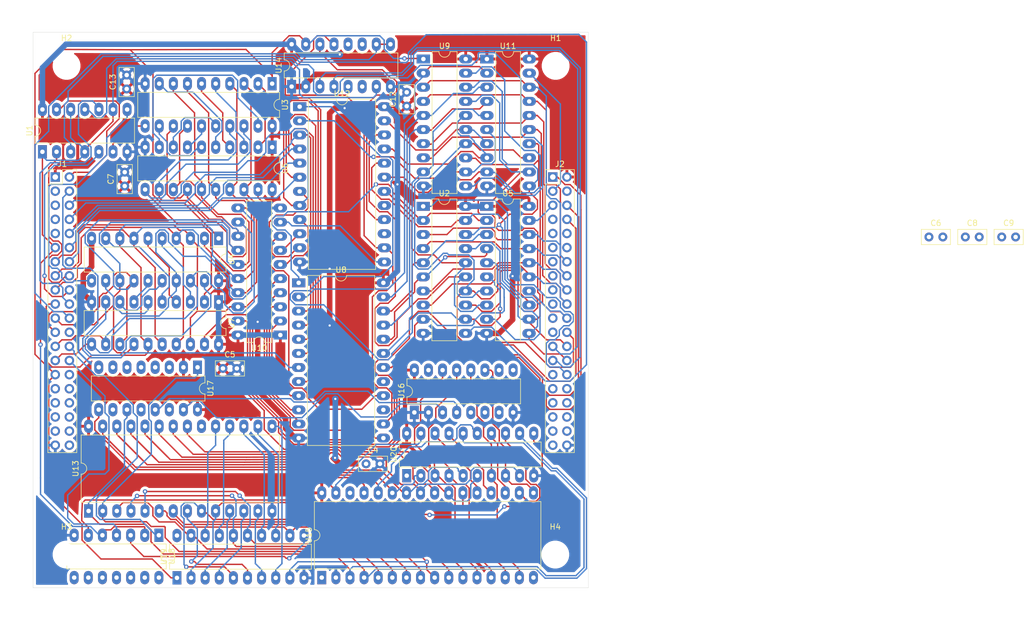
<source format=kicad_pcb>
(kicad_pcb (version 20171130) (host pcbnew 5.1.5+dfsg1-2build2)
  (layers (0 F.Cu signal) (31 B.Cu signal) (34 B.Paste user) (35 F.Paste user) (36 B.SilkS user) (37 F.SilkS user) (38 B.Mask user) (39 F.Mask user) (44 Edge.Cuts user))
  (net 0 "")
  (net 1 GND)
  (net 2 +5V)
  (net 3 "Net-(J1-Pad40)")
  (net 4 "Net-(J1-Pad38)")
  (net 5 "Net-(J1-Pad37)")
  (net 6 "Net-(J1-Pad36)")
  (net 7 "Net-(J1-Pad35)")
  (net 8 "Net-(J1-Pad34)")
  (net 9 "Net-(J1-Pad33)")
  (net 10 "Net-(J1-Pad32)")
  (net 11 "Net-(J1-Pad31)")
  (net 12 CU_CtrlLn19)
  (net 13 M_RST)
  (net 14 CU_CtrlLn18)
  (net 15 Bus_7)
  (net 16 CU_CtrlLn17)
  (net 17 Bus_6)
  (net 18 Bus_5)
  (net 19 CU_CtrlLn15)
  (net 20 Bus_4)
  (net 21 CU_CtrlLn14)
  (net 22 Bus_3)
  (net 23 CU_CtrlLn13)
  (net 24 Bus_2)
  (net 25 Bus_1)
  (net 26 Bus_0)
  (net 27 CLK_OUT)
  (net 28 "Net-(J1-Pad9)")
  (net 29 "Net-(J1-Pad7)")
  (net 30 "Net-(J1-Pad5)")
  (net 31 "Net-(J1-Pad3)")
  (net 32 CU_CtrlLn22)
  (net 33 CU_MuEx_CtrlLn14)
  (net 34 CU_CtrlLn21)
  (net 35 CU_CtrlLn27)
  (net 36 CU_CtrlLn20)
  (net 37 CU_CtrlLn26)
  (net 38 "Net-(J2-Pad33)")
  (net 39 CU_CtrlLn25)
  (net 40 CU_CtrlLn24)
  (net 41 CU_CtrlLn23)
  (net 42 CF)
  (net 43 EF)
  (net 44 "Net-(J2-Pad23)")
  (net 45 "Net-(J2-Pad21)")
  (net 46 "Net-(J2-Pad19)")
  (net 47 "Net-(J2-Pad17)")
  (net 48 CU_MuEx_CtrlLn9)
  (net 49 CU_MuEx_CtrlLn8)
  (net 50 CU_MuEx_CtrlLn7)
  (net 51 CU_MuEx_CtrlLn13)
  (net 52 CU_MuEx_CtrlLn6)
  (net 53 CU_MuEx_CtrlLn12)
  (net 54 CU_MuEx_CtrlLn5)
  (net 55 CU_MuEx_CtrlLn11)
  (net 56 CU_MuEx_CtrlLn10)
  (net 57 "Net-(U1-Pad6)")
  (net 58 "Net-(U1-Pad11)")
  (net 59 "Net-(U1-Pad3)")
  (net 60 B_In)
  (net 61 "Net-(U1-Pad8)")
  (net 62 B_7)
  (net 63 B_3)
  (net 64 B_6)
  (net 65 B_2)
  (net 66 B_5)
  (net 67 B_1)
  (net 68 B_4)
  (net 69 B_0)
  (net 70 "Net-(U3-Pad19)")
  (net 71 "Net-(U3-Pad9)")
  (net 72 "Net-(U3-Pad16)")
  (net 73 "Net-(U3-Pad6)")
  (net 74 "Net-(U3-Pad15)")
  (net 75 "Net-(U3-Pad5)")
  (net 76 "Net-(U3-Pad12)")
  (net 77 "Net-(U3-Pad2)")
  (net 78 "Net-(U4-Pad19)")
  (net 79 "Net-(U4-Pad9)")
  (net 80 "Net-(U4-Pad16)")
  (net 81 "Net-(U4-Pad6)")
  (net 82 "Net-(U4-Pad15)")
  (net 83 "Net-(U4-Pad5)")
  (net 84 "Net-(U4-Pad12)")
  (net 85 "Net-(U4-Pad2)")
  (net 86 B_Out)
  (net 87 A_1)
  (net 88 ALU_2)
  (net 89 ALU_1)
  (net 90 A_2)
  (net 91 ALU_0)
  (net 92 ALU_M)
  (net 93 A_3)
  (net 94 ALU_Cn)
  (net 95 ALU_S0)
  (net 96 "Net-(U8-Pad17)")
  (net 97 ALU_S1)
  (net 98 "Net-(U12-Pad7)")
  (net 99 ALU_S2)
  (net 100 "Net-(U8-Pad15)")
  (net 101 ALU_S3)
  (net 102 A_0)
  (net 103 ALU_3)
  (net 104 A_In)
  (net 105 ALU_Out)
  (net 106 ALU_7)
  (net 107 ALU_6)
  (net 108 ALU_5)
  (net 109 ALU_4)
  (net 110 A_7)
  (net 111 A_6)
  (net 112 A_4)
  (net 113 A_5)
  (net 114 "Net-(U12-Pad17)")
  (net 115 "Net-(U12-Pad16)")
  (net 116 "Net-(U12-Pad15)")
  (net 117 A_Out)
  (net 118 "Net-(U14-Pad6)")
  (net 119 "Net-(U14-Pad5)")
  (net 120 "Net-(U14-Pad12)")
  (net 121 "Net-(U14-Pad11)")
  (net 122 "Net-(U12-Pad14)")
  (net 123 "Net-(J2-Pad12)")
  (net 124 Mem_Add_13)
  (net 125 Mem_Add_8)
  (net 126 Mem_Add_9)
  (net 127 Mem_Add_0)
  (net 128 Mem_Add_11)
  (net 129 Mem_Add_1)
  (net 130 Mem_Add_2)
  (net 131 Mem_Add_10)
  (net 132 Mem_Add_3)
  (net 133 EEPROM_CS)
  (net 134 Mem_Add_4)
  (net 135 Mem_Add_5)
  (net 136 Mem_Add_6)
  (net 137 Mem_Add_7)
  (net 138 Mem_Add_12)
  (net 139 Mem_Add_14)
  (net 140 Mem_Add_15)
  (net 141 Ram_CS)
  (net 142 "Net-(U15-Pad1)")
  (net 143 "Net-(U16-Pad6)")
  (net 144 "Net-(U16-Pad5)")
  (net 145 "Net-(U16-Pad4)")
  (net 146 "Net-(U16-Pad3)")
  (net 147 Bank_Reg_In)
  (net 148 "Net-(U17-Pad3)")
  (net 149 "Net-(U17-Pad6)")
  (net 150 "Net-(U18-Pad13)")
  (net 151 "Net-(U18-Pad6)")
  (net 152 "Net-(U18-Pad12)")
  (net 153 "Net-(U18-Pad11)")
  (net 154 "Net-(U18-Pad10)")
  (net 155 "Net-(U18-Pad3)")
  (net 156 "Net-(U18-Pad9)")
  (net 157 "Net-(U18-Pad8)")
  (module MountingHole:MountingHole_4mm (layer F.Cu) (at 111.5695 114.427)
    (fp_text reference H4 (at 0 -5) (layer F.SilkS))
    (fp_text value MountingHole)
    (pad 1 np_thru_hole circle (at 0 0) (size 4 4) (drill 4) (layers *.Cu *.Mask))
  )
  (module Package_DIP:DIP-20_W7.62mm_LongPads (layer F.Cu) (at 84.836 100.2284 90)
    (fp_text reference U20 (at 3.81 -2.33 90) (layer F.SilkS))
    (fp_text value 74LS273)
    (pad 20 thru_hole oval (at 7.62 0 90) (size 2.4 1.6) (drill 0.8) (layers *.Cu *.Mask) (net 2 +5V))
    (pad 10 thru_hole oval (at 0 22.86 90) (size 2.4 1.6) (drill 0.8) (layers *.Cu *.Mask) (net 1 GND))
    (pad 19 thru_hole oval (at 7.62 2.54 90) (size 2.4 1.6) (drill 0.8) (layers *.Cu *.Mask) (net 140 Mem_Add_15))
    (pad 9 thru_hole oval (at 0 20.32 90) (size 2.4 1.6) (drill 0.8) (layers *.Cu *.Mask) (net 128 Mem_Add_11))
    (pad 18 thru_hole oval (at 7.62 5.08 90) (size 2.4 1.6) (drill 0.8) (layers *.Cu *.Mask) (net 15 Bus_7))
    (pad 8 thru_hole oval (at 0 17.78 90) (size 2.4 1.6) (drill 0.8) (layers *.Cu *.Mask) (net 22 Bus_3))
    (pad 17 thru_hole oval (at 7.62 7.62 90) (size 2.4 1.6) (drill 0.8) (layers *.Cu *.Mask) (net 17 Bus_6))
    (pad 7 thru_hole oval (at 0 15.24 90) (size 2.4 1.6) (drill 0.8) (layers *.Cu *.Mask) (net 24 Bus_2))
    (pad 16 thru_hole oval (at 7.62 10.16 90) (size 2.4 1.6) (drill 0.8) (layers *.Cu *.Mask) (net 139 Mem_Add_14))
    (pad 6 thru_hole oval (at 0 12.7 90) (size 2.4 1.6) (drill 0.8) (layers *.Cu *.Mask) (net 131 Mem_Add_10))
    (pad 15 thru_hole oval (at 7.62 12.7 90) (size 2.4 1.6) (drill 0.8) (layers *.Cu *.Mask) (net 124 Mem_Add_13))
    (pad 5 thru_hole oval (at 0 10.16 90) (size 2.4 1.6) (drill 0.8) (layers *.Cu *.Mask) (net 126 Mem_Add_9))
    (pad 14 thru_hole oval (at 7.62 15.24 90) (size 2.4 1.6) (drill 0.8) (layers *.Cu *.Mask) (net 18 Bus_5))
    (pad 4 thru_hole oval (at 0 7.62 90) (size 2.4 1.6) (drill 0.8) (layers *.Cu *.Mask) (net 25 Bus_1))
    (pad 13 thru_hole oval (at 7.62 17.78 90) (size 2.4 1.6) (drill 0.8) (layers *.Cu *.Mask) (net 20 Bus_4))
    (pad 3 thru_hole oval (at 0 5.08 90) (size 2.4 1.6) (drill 0.8) (layers *.Cu *.Mask) (net 26 Bus_0))
    (pad 12 thru_hole oval (at 7.62 20.32 90) (size 2.4 1.6) (drill 0.8) (layers *.Cu *.Mask) (net 138 Mem_Add_12))
    (pad 2 thru_hole oval (at 0 2.54 90) (size 2.4 1.6) (drill 0.8) (layers *.Cu *.Mask) (net 125 Mem_Add_8))
    (pad 11 thru_hole oval (at 7.62 22.86 90) (size 2.4 1.6) (drill 0.8) (layers *.Cu *.Mask) (net 151 "Net-(U18-Pad6)"))
    (pad 1 thru_hole rect (at 0 0 90) (size 2.4 1.6) (drill 0.8) (layers *.Cu *.Mask) (net 13 M_RST))
  )
  (module Package_DIP:DIP-20_W7.62mm_LongPads (layer F.Cu) (at 43.4848 118.618 90)
    (fp_text reference U19 (at 3.81 -2.33 90) (layer F.SilkS))
    (fp_text value 74LS273)
    (pad 20 thru_hole oval (at 7.62 0 90) (size 2.4 1.6) (drill 0.8) (layers *.Cu *.Mask) (net 2 +5V))
    (pad 10 thru_hole oval (at 0 22.86 90) (size 2.4 1.6) (drill 0.8) (layers *.Cu *.Mask) (net 1 GND))
    (pad 19 thru_hole oval (at 7.62 2.54 90) (size 2.4 1.6) (drill 0.8) (layers *.Cu *.Mask) (net 137 Mem_Add_7))
    (pad 9 thru_hole oval (at 0 20.32 90) (size 2.4 1.6) (drill 0.8) (layers *.Cu *.Mask) (net 132 Mem_Add_3))
    (pad 18 thru_hole oval (at 7.62 5.08 90) (size 2.4 1.6) (drill 0.8) (layers *.Cu *.Mask) (net 15 Bus_7))
    (pad 8 thru_hole oval (at 0 17.78 90) (size 2.4 1.6) (drill 0.8) (layers *.Cu *.Mask) (net 22 Bus_3))
    (pad 17 thru_hole oval (at 7.62 7.62 90) (size 2.4 1.6) (drill 0.8) (layers *.Cu *.Mask) (net 17 Bus_6))
    (pad 7 thru_hole oval (at 0 15.24 90) (size 2.4 1.6) (drill 0.8) (layers *.Cu *.Mask) (net 24 Bus_2))
    (pad 16 thru_hole oval (at 7.62 10.16 90) (size 2.4 1.6) (drill 0.8) (layers *.Cu *.Mask) (net 136 Mem_Add_6))
    (pad 6 thru_hole oval (at 0 12.7 90) (size 2.4 1.6) (drill 0.8) (layers *.Cu *.Mask) (net 130 Mem_Add_2))
    (pad 15 thru_hole oval (at 7.62 12.7 90) (size 2.4 1.6) (drill 0.8) (layers *.Cu *.Mask) (net 135 Mem_Add_5))
    (pad 5 thru_hole oval (at 0 10.16 90) (size 2.4 1.6) (drill 0.8) (layers *.Cu *.Mask) (net 129 Mem_Add_1))
    (pad 14 thru_hole oval (at 7.62 15.24 90) (size 2.4 1.6) (drill 0.8) (layers *.Cu *.Mask) (net 18 Bus_5))
    (pad 4 thru_hole oval (at 0 7.62 90) (size 2.4 1.6) (drill 0.8) (layers *.Cu *.Mask) (net 25 Bus_1))
    (pad 13 thru_hole oval (at 7.62 17.78 90) (size 2.4 1.6) (drill 0.8) (layers *.Cu *.Mask) (net 20 Bus_4))
    (pad 3 thru_hole oval (at 0 5.08 90) (size 2.4 1.6) (drill 0.8) (layers *.Cu *.Mask) (net 26 Bus_0))
    (pad 12 thru_hole oval (at 7.62 20.32 90) (size 2.4 1.6) (drill 0.8) (layers *.Cu *.Mask) (net 134 Mem_Add_4))
    (pad 2 thru_hole oval (at 0 2.54 90) (size 2.4 1.6) (drill 0.8) (layers *.Cu *.Mask) (net 127 Mem_Add_0))
    (pad 11 thru_hole oval (at 7.62 22.86 90) (size 2.4 1.6) (drill 0.8) (layers *.Cu *.Mask) (net 155 "Net-(U18-Pad3)"))
    (pad 1 thru_hole rect (at 0 0 90) (size 2.4 1.6) (drill 0.8) (layers *.Cu *.Mask) (net 13 M_RST))
  )
  (module Package_DIP:DIP-14_W7.62mm_LongPads (layer F.Cu) (at 40.2336 110.9472 270)
    (fp_text reference U18 (at 3.81 -2.33 90) (layer F.SilkS))
    (fp_text value 74LS08)
    (pad 14 thru_hole oval (at 7.62 0 270) (size 2.4 1.6) (drill 0.8) (layers *.Cu *.Mask) (net 2 +5V))
    (pad 7 thru_hole oval (at 0 15.24 270) (size 2.4 1.6) (drill 0.8) (layers *.Cu *.Mask) (net 1 GND))
    (pad 13 thru_hole oval (at 7.62 2.54 270) (size 2.4 1.6) (drill 0.8) (layers *.Cu *.Mask) (net 150 "Net-(U18-Pad13)"))
    (pad 6 thru_hole oval (at 0 12.7 270) (size 2.4 1.6) (drill 0.8) (layers *.Cu *.Mask) (net 151 "Net-(U18-Pad6)"))
    (pad 12 thru_hole oval (at 7.62 5.08 270) (size 2.4 1.6) (drill 0.8) (layers *.Cu *.Mask) (net 152 "Net-(U18-Pad12)"))
    (pad 5 thru_hole oval (at 0 10.16 270) (size 2.4 1.6) (drill 0.8) (layers *.Cu *.Mask) (net 27 CLK_OUT))
    (pad 11 thru_hole oval (at 7.62 7.62 270) (size 2.4 1.6) (drill 0.8) (layers *.Cu *.Mask) (net 153 "Net-(U18-Pad11)"))
    (pad 4 thru_hole oval (at 0 7.62 270) (size 2.4 1.6) (drill 0.8) (layers *.Cu *.Mask) (net 14 CU_CtrlLn18))
    (pad 10 thru_hole oval (at 7.62 10.16 270) (size 2.4 1.6) (drill 0.8) (layers *.Cu *.Mask) (net 154 "Net-(U18-Pad10)"))
    (pad 3 thru_hole oval (at 0 5.08 270) (size 2.4 1.6) (drill 0.8) (layers *.Cu *.Mask) (net 155 "Net-(U18-Pad3)"))
    (pad 9 thru_hole oval (at 7.62 12.7 270) (size 2.4 1.6) (drill 0.8) (layers *.Cu *.Mask) (net 156 "Net-(U18-Pad9)"))
    (pad 2 thru_hole oval (at 0 2.54 270) (size 2.4 1.6) (drill 0.8) (layers *.Cu *.Mask) (net 27 CLK_OUT))
    (pad 8 thru_hole oval (at 7.62 15.24 270) (size 2.4 1.6) (drill 0.8) (layers *.Cu *.Mask) (net 157 "Net-(U18-Pad8)"))
    (pad 1 thru_hole rect (at 0 0 270) (size 2.4 1.6) (drill 0.8) (layers *.Cu *.Mask) (net 16 CU_CtrlLn17))
  )
  (module Package_DIP:DIP-16_W7.62mm_LongPads (layer F.Cu) (at 47.1932 80.7212 270)
    (fp_text reference U17 (at 3.81 -2.33 90) (layer F.SilkS))
    (fp_text value 74LS85)
    (pad 16 thru_hole oval (at 7.62 0 270) (size 2.4 1.6) (drill 0.8) (layers *.Cu *.Mask) (net 2 +5V))
    (pad 8 thru_hole oval (at 0 17.78 270) (size 2.4 1.6) (drill 0.8) (layers *.Cu *.Mask) (net 148 "Net-(U17-Pad3)"))
    (pad 15 thru_hole oval (at 7.62 2.54 270) (size 2.4 1.6) (drill 0.8) (layers *.Cu *.Mask) (net 146 "Net-(U16-Pad3)"))
    (pad 7 thru_hole oval (at 0 15.24 270) (size 2.4 1.6) (drill 0.8) (layers *.Cu *.Mask) (net 133 EEPROM_CS))
    (pad 14 thru_hole oval (at 7.62 5.08 270) (size 2.4 1.6) (drill 0.8) (layers *.Cu *.Mask) (net 124 Mem_Add_13))
    (pad 6 thru_hole oval (at 0 12.7 270) (size 2.4 1.6) (drill 0.8) (layers *.Cu *.Mask) (net 149 "Net-(U17-Pad6)"))
    (pad 13 thru_hole oval (at 7.62 7.62 270) (size 2.4 1.6) (drill 0.8) (layers *.Cu *.Mask) (net 145 "Net-(U16-Pad4)"))
    (pad 5 thru_hole oval (at 0 10.16 270) (size 2.4 1.6) (drill 0.8) (layers *.Cu *.Mask) (net 141 Ram_CS))
    (pad 12 thru_hole oval (at 7.62 10.16 270) (size 2.4 1.6) (drill 0.8) (layers *.Cu *.Mask) (net 144 "Net-(U16-Pad5)"))
    (pad 4 thru_hole oval (at 0 7.62 270) (size 2.4 1.6) (drill 0.8) (layers *.Cu *.Mask) (net 148 "Net-(U17-Pad3)"))
    (pad 11 thru_hole oval (at 7.62 12.7 270) (size 2.4 1.6) (drill 0.8) (layers *.Cu *.Mask) (net 139 Mem_Add_14))
    (pad 3 thru_hole oval (at 0 5.08 270) (size 2.4 1.6) (drill 0.8) (layers *.Cu *.Mask) (net 148 "Net-(U17-Pad3)"))
    (pad 10 thru_hole oval (at 7.62 15.24 270) (size 2.4 1.6) (drill 0.8) (layers *.Cu *.Mask) (net 143 "Net-(U16-Pad6)"))
    (pad 2 thru_hole oval (at 0 2.54 270) (size 2.4 1.6) (drill 0.8) (layers *.Cu *.Mask) (net 2 +5V))
    (pad 9 thru_hole oval (at 7.62 17.78 270) (size 2.4 1.6) (drill 0.8) (layers *.Cu *.Mask) (net 140 Mem_Add_15))
    (pad 1 thru_hole rect (at 0 0 270) (size 2.4 1.6) (drill 0.8) (layers *.Cu *.Mask) (net 138 Mem_Add_12))
  )
  (module Package_DIP:DIP-16_W7.62mm_LongPads (layer F.Cu) (at 86.2076 88.8492 90)
    (fp_text reference U16 (at 3.81 -2.33 90) (layer F.SilkS))
    (fp_text value 74LS173)
    (pad 16 thru_hole oval (at 7.62 0 90) (size 2.4 1.6) (drill 0.8) (layers *.Cu *.Mask) (net 2 +5V))
    (pad 8 thru_hole oval (at 0 17.78 90) (size 2.4 1.6) (drill 0.8) (layers *.Cu *.Mask) (net 1 GND))
    (pad 15 thru_hole oval (at 7.62 2.54 90) (size 2.4 1.6) (drill 0.8) (layers *.Cu *.Mask) (net 13 M_RST))
    (pad 7 thru_hole oval (at 0 15.24 90) (size 2.4 1.6) (drill 0.8) (layers *.Cu *.Mask) (net 27 CLK_OUT))
    (pad 14 thru_hole oval (at 7.62 5.08 90) (size 2.4 1.6) (drill 0.8) (layers *.Cu *.Mask) (net 26 Bus_0))
    (pad 6 thru_hole oval (at 0 12.7 90) (size 2.4 1.6) (drill 0.8) (layers *.Cu *.Mask) (net 143 "Net-(U16-Pad6)"))
    (pad 13 thru_hole oval (at 7.62 7.62 90) (size 2.4 1.6) (drill 0.8) (layers *.Cu *.Mask) (net 25 Bus_1))
    (pad 5 thru_hole oval (at 0 10.16 90) (size 2.4 1.6) (drill 0.8) (layers *.Cu *.Mask) (net 144 "Net-(U16-Pad5)"))
    (pad 12 thru_hole oval (at 7.62 10.16 90) (size 2.4 1.6) (drill 0.8) (layers *.Cu *.Mask) (net 24 Bus_2))
    (pad 4 thru_hole oval (at 0 7.62 90) (size 2.4 1.6) (drill 0.8) (layers *.Cu *.Mask) (net 145 "Net-(U16-Pad4)"))
    (pad 11 thru_hole oval (at 7.62 12.7 90) (size 2.4 1.6) (drill 0.8) (layers *.Cu *.Mask) (net 22 Bus_3))
    (pad 3 thru_hole oval (at 0 5.08 90) (size 2.4 1.6) (drill 0.8) (layers *.Cu *.Mask) (net 146 "Net-(U16-Pad3)"))
    (pad 10 thru_hole oval (at 7.62 15.24 90) (size 2.4 1.6) (drill 0.8) (layers *.Cu *.Mask) (net 147 Bank_Reg_In))
    (pad 2 thru_hole oval (at 0 2.54 90) (size 2.4 1.6) (drill 0.8) (layers *.Cu *.Mask) (net 1 GND))
    (pad 9 thru_hole oval (at 7.62 17.78 90) (size 2.4 1.6) (drill 0.8) (layers *.Cu *.Mask) (net 147 Bank_Reg_In))
    (pad 1 thru_hole rect (at 0 0 90) (size 2.4 1.6) (drill 0.8) (layers *.Cu *.Mask) (net 1 GND))
  )
  (module Package_DIP:DIP-32_W15.24mm_LongPads (layer F.Cu) (at 69.5452 118.5672 90)
    (fp_text reference U15 (at 7.62 -2.33 90) (layer F.SilkS))
    (fp_text value 628128_DIP32_SSOP32)
    (pad 32 thru_hole oval (at 15.24 0 90) (size 2.4 1.6) (drill 0.8) (layers *.Cu *.Mask) (net 2 +5V))
    (pad 16 thru_hole oval (at 0 38.1 90) (size 2.4 1.6) (drill 0.8) (layers *.Cu *.Mask) (net 1 GND))
    (pad 31 thru_hole oval (at 15.24 2.54 90) (size 2.4 1.6) (drill 0.8) (layers *.Cu *.Mask) (net 140 Mem_Add_15))
    (pad 15 thru_hole oval (at 0 35.56 90) (size 2.4 1.6) (drill 0.8) (layers *.Cu *.Mask) (net 24 Bus_2))
    (pad 30 thru_hole oval (at 15.24 5.08 90) (size 2.4 1.6) (drill 0.8) (layers *.Cu *.Mask) (net 133 EEPROM_CS))
    (pad 14 thru_hole oval (at 0 33.02 90) (size 2.4 1.6) (drill 0.8) (layers *.Cu *.Mask) (net 25 Bus_1))
    (pad 29 thru_hole oval (at 15.24 7.62 90) (size 2.4 1.6) (drill 0.8) (layers *.Cu *.Mask) (net 12 CU_CtrlLn19))
    (pad 13 thru_hole oval (at 0 30.48 90) (size 2.4 1.6) (drill 0.8) (layers *.Cu *.Mask) (net 26 Bus_0))
    (pad 28 thru_hole oval (at 15.24 10.16 90) (size 2.4 1.6) (drill 0.8) (layers *.Cu *.Mask) (net 124 Mem_Add_13))
    (pad 12 thru_hole oval (at 0 27.94 90) (size 2.4 1.6) (drill 0.8) (layers *.Cu *.Mask) (net 127 Mem_Add_0))
    (pad 27 thru_hole oval (at 15.24 12.7 90) (size 2.4 1.6) (drill 0.8) (layers *.Cu *.Mask) (net 125 Mem_Add_8))
    (pad 11 thru_hole oval (at 0 25.4 90) (size 2.4 1.6) (drill 0.8) (layers *.Cu *.Mask) (net 129 Mem_Add_1))
    (pad 26 thru_hole oval (at 15.24 15.24 90) (size 2.4 1.6) (drill 0.8) (layers *.Cu *.Mask) (net 126 Mem_Add_9))
    (pad 10 thru_hole oval (at 0 22.86 90) (size 2.4 1.6) (drill 0.8) (layers *.Cu *.Mask) (net 130 Mem_Add_2))
    (pad 25 thru_hole oval (at 15.24 17.78 90) (size 2.4 1.6) (drill 0.8) (layers *.Cu *.Mask) (net 128 Mem_Add_11))
    (pad 9 thru_hole oval (at 0 20.32 90) (size 2.4 1.6) (drill 0.8) (layers *.Cu *.Mask) (net 132 Mem_Add_3))
    (pad 24 thru_hole oval (at 15.24 20.32 90) (size 2.4 1.6) (drill 0.8) (layers *.Cu *.Mask) (net 54 CU_MuEx_CtrlLn5))
    (pad 8 thru_hole oval (at 0 17.78 90) (size 2.4 1.6) (drill 0.8) (layers *.Cu *.Mask) (net 134 Mem_Add_4))
    (pad 23 thru_hole oval (at 15.24 22.86 90) (size 2.4 1.6) (drill 0.8) (layers *.Cu *.Mask) (net 131 Mem_Add_10))
    (pad 7 thru_hole oval (at 0 15.24 90) (size 2.4 1.6) (drill 0.8) (layers *.Cu *.Mask) (net 135 Mem_Add_5))
    (pad 22 thru_hole oval (at 15.24 25.4 90) (size 2.4 1.6) (drill 0.8) (layers *.Cu *.Mask) (net 141 Ram_CS))
    (pad 6 thru_hole oval (at 0 12.7 90) (size 2.4 1.6) (drill 0.8) (layers *.Cu *.Mask) (net 136 Mem_Add_6))
    (pad 21 thru_hole oval (at 15.24 27.94 90) (size 2.4 1.6) (drill 0.8) (layers *.Cu *.Mask) (net 15 Bus_7))
    (pad 5 thru_hole oval (at 0 10.16 90) (size 2.4 1.6) (drill 0.8) (layers *.Cu *.Mask) (net 137 Mem_Add_7))
    (pad 20 thru_hole oval (at 15.24 30.48 90) (size 2.4 1.6) (drill 0.8) (layers *.Cu *.Mask) (net 17 Bus_6))
    (pad 4 thru_hole oval (at 0 7.62 90) (size 2.4 1.6) (drill 0.8) (layers *.Cu *.Mask) (net 138 Mem_Add_12))
    (pad 19 thru_hole oval (at 15.24 33.02 90) (size 2.4 1.6) (drill 0.8) (layers *.Cu *.Mask) (net 18 Bus_5))
    (pad 3 thru_hole oval (at 0 5.08 90) (size 2.4 1.6) (drill 0.8) (layers *.Cu *.Mask) (net 139 Mem_Add_14))
    (pad 18 thru_hole oval (at 15.24 35.56 90) (size 2.4 1.6) (drill 0.8) (layers *.Cu *.Mask) (net 20 Bus_4))
    (pad 2 thru_hole oval (at 0 2.54 90) (size 2.4 1.6) (drill 0.8) (layers *.Cu *.Mask) (net 1 GND))
    (pad 17 thru_hole oval (at 15.24 38.1 90) (size 2.4 1.6) (drill 0.8) (layers *.Cu *.Mask) (net 22 Bus_3))
    (pad 1 thru_hole rect (at 0 0 90) (size 2.4 1.6) (drill 0.8) (layers *.Cu *.Mask) (net 142 "Net-(U15-Pad1)"))
  )
  (module Package_DIP:DIP-28_W15.24mm_LongPads (layer F.Cu) (at 27.5844 106.5784 90)
    (fp_text reference U13 (at 7.62 -2.33 90) (layer F.SilkS))
    (fp_text value 28C256)
    (pad 28 thru_hole oval (at 15.24 0 90) (size 2.4 1.6) (drill 0.8) (layers *.Cu *.Mask) (net 2 +5V))
    (pad 14 thru_hole oval (at 0 33.02 90) (size 2.4 1.6) (drill 0.8) (layers *.Cu *.Mask) (net 1 GND))
    (pad 27 thru_hole oval (at 15.24 2.54 90) (size 2.4 1.6) (drill 0.8) (layers *.Cu *.Mask) (net 12 CU_CtrlLn19))
    (pad 13 thru_hole oval (at 0 30.48 90) (size 2.4 1.6) (drill 0.8) (layers *.Cu *.Mask) (net 24 Bus_2))
    (pad 26 thru_hole oval (at 15.24 5.08 90) (size 2.4 1.6) (drill 0.8) (layers *.Cu *.Mask) (net 124 Mem_Add_13))
    (pad 12 thru_hole oval (at 0 27.94 90) (size 2.4 1.6) (drill 0.8) (layers *.Cu *.Mask) (net 25 Bus_1))
    (pad 25 thru_hole oval (at 15.24 7.62 90) (size 2.4 1.6) (drill 0.8) (layers *.Cu *.Mask) (net 125 Mem_Add_8))
    (pad 11 thru_hole oval (at 0 25.4 90) (size 2.4 1.6) (drill 0.8) (layers *.Cu *.Mask) (net 26 Bus_0))
    (pad 24 thru_hole oval (at 15.24 10.16 90) (size 2.4 1.6) (drill 0.8) (layers *.Cu *.Mask) (net 126 Mem_Add_9))
    (pad 10 thru_hole oval (at 0 22.86 90) (size 2.4 1.6) (drill 0.8) (layers *.Cu *.Mask) (net 127 Mem_Add_0))
    (pad 23 thru_hole oval (at 15.24 12.7 90) (size 2.4 1.6) (drill 0.8) (layers *.Cu *.Mask) (net 128 Mem_Add_11))
    (pad 9 thru_hole oval (at 0 20.32 90) (size 2.4 1.6) (drill 0.8) (layers *.Cu *.Mask) (net 129 Mem_Add_1))
    (pad 22 thru_hole oval (at 15.24 15.24 90) (size 2.4 1.6) (drill 0.8) (layers *.Cu *.Mask) (net 54 CU_MuEx_CtrlLn5))
    (pad 8 thru_hole oval (at 0 17.78 90) (size 2.4 1.6) (drill 0.8) (layers *.Cu *.Mask) (net 130 Mem_Add_2))
    (pad 21 thru_hole oval (at 15.24 17.78 90) (size 2.4 1.6) (drill 0.8) (layers *.Cu *.Mask) (net 131 Mem_Add_10))
    (pad 7 thru_hole oval (at 0 15.24 90) (size 2.4 1.6) (drill 0.8) (layers *.Cu *.Mask) (net 132 Mem_Add_3))
    (pad 20 thru_hole oval (at 15.24 20.32 90) (size 2.4 1.6) (drill 0.8) (layers *.Cu *.Mask) (net 133 EEPROM_CS))
    (pad 6 thru_hole oval (at 0 12.7 90) (size 2.4 1.6) (drill 0.8) (layers *.Cu *.Mask) (net 134 Mem_Add_4))
    (pad 19 thru_hole oval (at 15.24 22.86 90) (size 2.4 1.6) (drill 0.8) (layers *.Cu *.Mask) (net 15 Bus_7))
    (pad 5 thru_hole oval (at 0 10.16 90) (size 2.4 1.6) (drill 0.8) (layers *.Cu *.Mask) (net 135 Mem_Add_5))
    (pad 18 thru_hole oval (at 15.24 25.4 90) (size 2.4 1.6) (drill 0.8) (layers *.Cu *.Mask) (net 17 Bus_6))
    (pad 4 thru_hole oval (at 0 7.62 90) (size 2.4 1.6) (drill 0.8) (layers *.Cu *.Mask) (net 136 Mem_Add_6))
    (pad 17 thru_hole oval (at 15.24 27.94 90) (size 2.4 1.6) (drill 0.8) (layers *.Cu *.Mask) (net 18 Bus_5))
    (pad 3 thru_hole oval (at 0 5.08 90) (size 2.4 1.6) (drill 0.8) (layers *.Cu *.Mask) (net 137 Mem_Add_7))
    (pad 16 thru_hole oval (at 15.24 30.48 90) (size 2.4 1.6) (drill 0.8) (layers *.Cu *.Mask) (net 20 Bus_4))
    (pad 2 thru_hole oval (at 0 2.54 90) (size 2.4 1.6) (drill 0.8) (layers *.Cu *.Mask) (net 138 Mem_Add_12))
    (pad 15 thru_hole oval (at 15.24 33.02 90) (size 2.4 1.6) (drill 0.8) (layers *.Cu *.Mask) (net 22 Bus_3))
    (pad 1 thru_hole rect (at 0 0 90) (size 2.4 1.6) (drill 0.8) (layers *.Cu *.Mask) (net 139 Mem_Add_14))
  )
  (module Package_DIP:DIP-20_W7.62mm_LongPads (layer F.Cu) (at 87.79764 51.75504)
    (fp_text reference U2 (at 3.81 -2.33) (layer F.SilkS))
    (fp_text value 74HC273)
    (pad 20 thru_hole oval (at 7.62 0) (size 2.4 1.6) (drill 0.8) (layers *.Cu *.Mask) (net 2 +5V))
    (pad 10 thru_hole oval (at 0 22.86) (size 2.4 1.6) (drill 0.8) (layers *.Cu *.Mask) (net 1 GND))
    (pad 19 thru_hole oval (at 7.62 2.54) (size 2.4 1.6) (drill 0.8) (layers *.Cu *.Mask) (net 62 B_7))
    (pad 9 thru_hole oval (at 0 20.32) (size 2.4 1.6) (drill 0.8) (layers *.Cu *.Mask) (net 63 B_3))
    (pad 18 thru_hole oval (at 7.62 5.08) (size 2.4 1.6) (drill 0.8) (layers *.Cu *.Mask) (net 15 Bus_7))
    (pad 8 thru_hole oval (at 0 17.78) (size 2.4 1.6) (drill 0.8) (layers *.Cu *.Mask) (net 22 Bus_3))
    (pad 17 thru_hole oval (at 7.62 7.62) (size 2.4 1.6) (drill 0.8) (layers *.Cu *.Mask) (net 17 Bus_6))
    (pad 7 thru_hole oval (at 0 15.24) (size 2.4 1.6) (drill 0.8) (layers *.Cu *.Mask) (net 24 Bus_2))
    (pad 16 thru_hole oval (at 7.62 10.16) (size 2.4 1.6) (drill 0.8) (layers *.Cu *.Mask) (net 64 B_6))
    (pad 6 thru_hole oval (at 0 12.7) (size 2.4 1.6) (drill 0.8) (layers *.Cu *.Mask) (net 65 B_2))
    (pad 15 thru_hole oval (at 7.62 12.7) (size 2.4 1.6) (drill 0.8) (layers *.Cu *.Mask) (net 66 B_5))
    (pad 5 thru_hole oval (at 0 10.16) (size 2.4 1.6) (drill 0.8) (layers *.Cu *.Mask) (net 67 B_1))
    (pad 14 thru_hole oval (at 7.62 15.24) (size 2.4 1.6) (drill 0.8) (layers *.Cu *.Mask) (net 18 Bus_5))
    (pad 4 thru_hole oval (at 0 7.62) (size 2.4 1.6) (drill 0.8) (layers *.Cu *.Mask) (net 25 Bus_1))
    (pad 13 thru_hole oval (at 7.62 17.78) (size 2.4 1.6) (drill 0.8) (layers *.Cu *.Mask) (net 20 Bus_4))
    (pad 3 thru_hole oval (at 0 5.08) (size 2.4 1.6) (drill 0.8) (layers *.Cu *.Mask) (net 26 Bus_0))
    (pad 12 thru_hole oval (at 7.62 20.32) (size 2.4 1.6) (drill 0.8) (layers *.Cu *.Mask) (net 68 B_4))
    (pad 2 thru_hole oval (at 0 2.54) (size 2.4 1.6) (drill 0.8) (layers *.Cu *.Mask) (net 69 B_0))
    (pad 11 thru_hole oval (at 7.62 22.86) (size 2.4 1.6) (drill 0.8) (layers *.Cu *.Mask) (net 59 "Net-(U1-Pad3)"))
    (pad 1 thru_hole rect (at 0 0) (size 2.4 1.6) (drill 0.8) (layers *.Cu *.Mask) (net 13 M_RST))
  )
  (module Package_DIP:DIP-24_W15.24mm_LongPads (layer F.Cu) (at 65.571841 33.822841)
    (fp_text reference U12 (at 7.62 -2.33) (layer F.SilkS))
    (fp_text value 74LS181)
    (pad 24 thru_hole oval (at 15.24 0) (size 2.4 1.6) (drill 0.8) (layers *.Cu *.Mask) (net 2 +5V))
    (pad 12 thru_hole oval (at 0 27.94) (size 2.4 1.6) (drill 0.8) (layers *.Cu *.Mask) (net 1 GND))
    (pad 23 thru_hole oval (at 15.24 2.54) (size 2.4 1.6) (drill 0.8) (layers *.Cu *.Mask) (net 113 A_5))
    (pad 11 thru_hole oval (at 0 25.4) (size 2.4 1.6) (drill 0.8) (layers *.Cu *.Mask) (net 107 ALU_6))
    (pad 22 thru_hole oval (at 15.24 5.08) (size 2.4 1.6) (drill 0.8) (layers *.Cu *.Mask) (net 66 B_5))
    (pad 10 thru_hole oval (at 0 22.86) (size 2.4 1.6) (drill 0.8) (layers *.Cu *.Mask) (net 108 ALU_5))
    (pad 21 thru_hole oval (at 15.24 7.62) (size 2.4 1.6) (drill 0.8) (layers *.Cu *.Mask) (net 111 A_6))
    (pad 9 thru_hole oval (at 0 20.32) (size 2.4 1.6) (drill 0.8) (layers *.Cu *.Mask) (net 109 ALU_4))
    (pad 20 thru_hole oval (at 15.24 10.16) (size 2.4 1.6) (drill 0.8) (layers *.Cu *.Mask) (net 64 B_6))
    (pad 8 thru_hole oval (at 0 17.78) (size 2.4 1.6) (drill 0.8) (layers *.Cu *.Mask) (net 92 ALU_M))
    (pad 19 thru_hole oval (at 15.24 12.7) (size 2.4 1.6) (drill 0.8) (layers *.Cu *.Mask) (net 110 A_7))
    (pad 7 thru_hole oval (at 0 15.24) (size 2.4 1.6) (drill 0.8) (layers *.Cu *.Mask) (net 98 "Net-(U12-Pad7)"))
    (pad 18 thru_hole oval (at 15.24 15.24) (size 2.4 1.6) (drill 0.8) (layers *.Cu *.Mask) (net 62 B_7))
    (pad 6 thru_hole oval (at 0 12.7) (size 2.4 1.6) (drill 0.8) (layers *.Cu *.Mask) (net 95 ALU_S0))
    (pad 17 thru_hole oval (at 15.24 17.78) (size 2.4 1.6) (drill 0.8) (layers *.Cu *.Mask) (net 114 "Net-(U12-Pad17)"))
    (pad 5 thru_hole oval (at 0 10.16) (size 2.4 1.6) (drill 0.8) (layers *.Cu *.Mask) (net 97 ALU_S1))
    (pad 16 thru_hole oval (at 15.24 20.32) (size 2.4 1.6) (drill 0.8) (layers *.Cu *.Mask) (net 115 "Net-(U12-Pad16)"))
    (pad 4 thru_hole oval (at 0 7.62) (size 2.4 1.6) (drill 0.8) (layers *.Cu *.Mask) (net 99 ALU_S2))
    (pad 15 thru_hole oval (at 15.24 22.86) (size 2.4 1.6) (drill 0.8) (layers *.Cu *.Mask) (net 116 "Net-(U12-Pad15)"))
    (pad 3 thru_hole oval (at 0 5.08) (size 2.4 1.6) (drill 0.8) (layers *.Cu *.Mask) (net 101 ALU_S3))
    (pad 14 thru_hole oval (at 15.24 25.4) (size 2.4 1.6) (drill 0.8) (layers *.Cu *.Mask) (net 122 "Net-(U12-Pad14)"))
    (pad 2 thru_hole oval (at 0 2.54) (size 2.4 1.6) (drill 0.8) (layers *.Cu *.Mask) (net 112 A_4))
    (pad 13 thru_hole oval (at 15.24 27.94) (size 2.4 1.6) (drill 0.8) (layers *.Cu *.Mask) (net 106 ALU_7))
    (pad 1 thru_hole rect (at 0 0) (size 2.4 1.6) (drill 0.8) (layers *.Cu *.Mask) (net 68 B_4))
  )
  (module Package_DIP:DIP-20_W7.62mm_LongPads (layer F.Cu) (at 99.2632 25.2476)
    (fp_text reference U11 (at 3.81 -2.33) (layer F.SilkS))
    (fp_text value 74HC245)
    (pad 20 thru_hole oval (at 7.62 0) (size 2.4 1.6) (drill 0.8) (layers *.Cu *.Mask) (net 2 +5V))
    (pad 10 thru_hole oval (at 0 22.86) (size 2.4 1.6) (drill 0.8) (layers *.Cu *.Mask) (net 1 GND))
    (pad 19 thru_hole oval (at 7.62 2.54) (size 2.4 1.6) (drill 0.8) (layers *.Cu *.Mask) (net 117 A_Out))
    (pad 9 thru_hole oval (at 0 20.32) (size 2.4 1.6) (drill 0.8) (layers *.Cu *.Mask) (net 110 A_7))
    (pad 18 thru_hole oval (at 7.62 5.08) (size 2.4 1.6) (drill 0.8) (layers *.Cu *.Mask) (net 26 Bus_0))
    (pad 8 thru_hole oval (at 0 17.78) (size 2.4 1.6) (drill 0.8) (layers *.Cu *.Mask) (net 111 A_6))
    (pad 17 thru_hole oval (at 7.62 7.62) (size 2.4 1.6) (drill 0.8) (layers *.Cu *.Mask) (net 25 Bus_1))
    (pad 7 thru_hole oval (at 0 15.24) (size 2.4 1.6) (drill 0.8) (layers *.Cu *.Mask) (net 113 A_5))
    (pad 16 thru_hole oval (at 7.62 10.16) (size 2.4 1.6) (drill 0.8) (layers *.Cu *.Mask) (net 24 Bus_2))
    (pad 6 thru_hole oval (at 0 12.7) (size 2.4 1.6) (drill 0.8) (layers *.Cu *.Mask) (net 112 A_4))
    (pad 15 thru_hole oval (at 7.62 12.7) (size 2.4 1.6) (drill 0.8) (layers *.Cu *.Mask) (net 22 Bus_3))
    (pad 5 thru_hole oval (at 0 10.16) (size 2.4 1.6) (drill 0.8) (layers *.Cu *.Mask) (net 93 A_3))
    (pad 14 thru_hole oval (at 7.62 15.24) (size 2.4 1.6) (drill 0.8) (layers *.Cu *.Mask) (net 20 Bus_4))
    (pad 4 thru_hole oval (at 0 7.62) (size 2.4 1.6) (drill 0.8) (layers *.Cu *.Mask) (net 90 A_2))
    (pad 13 thru_hole oval (at 7.62 17.78) (size 2.4 1.6) (drill 0.8) (layers *.Cu *.Mask) (net 18 Bus_5))
    (pad 3 thru_hole oval (at 0 5.08) (size 2.4 1.6) (drill 0.8) (layers *.Cu *.Mask) (net 87 A_1))
    (pad 12 thru_hole oval (at 7.62 20.32) (size 2.4 1.6) (drill 0.8) (layers *.Cu *.Mask) (net 17 Bus_6))
    (pad 2 thru_hole oval (at 0 2.54) (size 2.4 1.6) (drill 0.8) (layers *.Cu *.Mask) (net 102 A_0))
    (pad 11 thru_hole oval (at 7.62 22.86) (size 2.4 1.6) (drill 0.8) (layers *.Cu *.Mask) (net 15 Bus_7))
    (pad 1 thru_hole rect (at 0 0) (size 2.4 1.6) (drill 0.8) (layers *.Cu *.Mask) (net 2 +5V))
  )
  (module Connector_PinHeader_2.54mm:PinHeader_2x20_P2.54mm_Vertical (layer F.Cu) (at 111.125 46.482)
    (fp_text reference J2 (at 1.27 -2.33) (layer F.SilkS))
    (fp_text value Conn_02x20_Odd_Even)
    (pad 40 thru_hole oval (at 2.54 48.26) (size 1.7 1.7) (drill 1) (layers *.Cu *.Mask) (net 1 GND))
    (pad 39 thru_hole oval (at 0 48.26) (size 1.7 1.7) (drill 1) (layers *.Cu *.Mask) (net 32 CU_CtrlLn22))
    (pad 38 thru_hole oval (at 2.54 45.72) (size 1.7 1.7) (drill 1) (layers *.Cu *.Mask) (net 33 CU_MuEx_CtrlLn14))
    (pad 37 thru_hole oval (at 0 45.72) (size 1.7 1.7) (drill 1) (layers *.Cu *.Mask) (net 34 CU_CtrlLn21))
    (pad 36 thru_hole oval (at 2.54 43.18) (size 1.7 1.7) (drill 1) (layers *.Cu *.Mask) (net 35 CU_CtrlLn27))
    (pad 35 thru_hole oval (at 0 43.18) (size 1.7 1.7) (drill 1) (layers *.Cu *.Mask) (net 36 CU_CtrlLn20))
    (pad 34 thru_hole oval (at 2.54 40.64) (size 1.7 1.7) (drill 1) (layers *.Cu *.Mask) (net 37 CU_CtrlLn26))
    (pad 33 thru_hole oval (at 0 40.64) (size 1.7 1.7) (drill 1) (layers *.Cu *.Mask) (net 38 "Net-(J2-Pad33)"))
    (pad 32 thru_hole oval (at 2.54 38.1) (size 1.7 1.7) (drill 1) (layers *.Cu *.Mask) (net 39 CU_CtrlLn25))
    (pad 31 thru_hole oval (at 0 38.1) (size 1.7 1.7) (drill 1) (layers *.Cu *.Mask) (net 40 CU_CtrlLn24))
    (pad 30 thru_hole oval (at 2.54 35.56) (size 1.7 1.7) (drill 1) (layers *.Cu *.Mask) (net 13 M_RST))
    (pad 29 thru_hole oval (at 0 35.56) (size 1.7 1.7) (drill 1) (layers *.Cu *.Mask) (net 41 CU_CtrlLn23))
    (pad 28 thru_hole oval (at 2.54 33.02) (size 1.7 1.7) (drill 1) (layers *.Cu *.Mask) (net 15 Bus_7))
    (pad 27 thru_hole oval (at 0 33.02) (size 1.7 1.7) (drill 1) (layers *.Cu *.Mask) (net 42 CF))
    (pad 26 thru_hole oval (at 2.54 30.48) (size 1.7 1.7) (drill 1) (layers *.Cu *.Mask) (net 17 Bus_6))
    (pad 25 thru_hole oval (at 0 30.48) (size 1.7 1.7) (drill 1) (layers *.Cu *.Mask) (net 43 EF))
    (pad 24 thru_hole oval (at 2.54 27.94) (size 1.7 1.7) (drill 1) (layers *.Cu *.Mask) (net 18 Bus_5))
    (pad 23 thru_hole oval (at 0 27.94) (size 1.7 1.7) (drill 1) (layers *.Cu *.Mask) (net 44 "Net-(J2-Pad23)"))
    (pad 22 thru_hole oval (at 2.54 25.4) (size 1.7 1.7) (drill 1) (layers *.Cu *.Mask) (net 20 Bus_4))
    (pad 21 thru_hole oval (at 0 25.4) (size 1.7 1.7) (drill 1) (layers *.Cu *.Mask) (net 45 "Net-(J2-Pad21)"))
    (pad 20 thru_hole oval (at 2.54 22.86) (size 1.7 1.7) (drill 1) (layers *.Cu *.Mask) (net 22 Bus_3))
    (pad 19 thru_hole oval (at 0 22.86) (size 1.7 1.7) (drill 1) (layers *.Cu *.Mask) (net 46 "Net-(J2-Pad19)"))
    (pad 18 thru_hole oval (at 2.54 20.32) (size 1.7 1.7) (drill 1) (layers *.Cu *.Mask) (net 24 Bus_2))
    (pad 17 thru_hole oval (at 0 20.32) (size 1.7 1.7) (drill 1) (layers *.Cu *.Mask) (net 47 "Net-(J2-Pad17)"))
    (pad 16 thru_hole oval (at 2.54 17.78) (size 1.7 1.7) (drill 1) (layers *.Cu *.Mask) (net 25 Bus_1))
    (pad 15 thru_hole oval (at 0 17.78) (size 1.7 1.7) (drill 1) (layers *.Cu *.Mask) (net 48 CU_MuEx_CtrlLn9))
    (pad 14 thru_hole oval (at 2.54 15.24) (size 1.7 1.7) (drill 1) (layers *.Cu *.Mask) (net 26 Bus_0))
    (pad 13 thru_hole oval (at 0 15.24) (size 1.7 1.7) (drill 1) (layers *.Cu *.Mask) (net 49 CU_MuEx_CtrlLn8))
    (pad 12 thru_hole oval (at 2.54 12.7) (size 1.7 1.7) (drill 1) (layers *.Cu *.Mask) (net 123 "Net-(J2-Pad12)"))
    (pad 11 thru_hole oval (at 0 12.7) (size 1.7 1.7) (drill 1) (layers *.Cu *.Mask) (net 50 CU_MuEx_CtrlLn7))
    (pad 10 thru_hole oval (at 2.54 10.16) (size 1.7 1.7) (drill 1) (layers *.Cu *.Mask) (net 51 CU_MuEx_CtrlLn13))
    (pad 9 thru_hole oval (at 0 10.16) (size 1.7 1.7) (drill 1) (layers *.Cu *.Mask) (net 52 CU_MuEx_CtrlLn6))
    (pad 8 thru_hole oval (at 2.54 7.62) (size 1.7 1.7) (drill 1) (layers *.Cu *.Mask) (net 53 CU_MuEx_CtrlLn12))
    (pad 7 thru_hole oval (at 0 7.62) (size 1.7 1.7) (drill 1) (layers *.Cu *.Mask) (net 54 CU_MuEx_CtrlLn5))
    (pad 6 thru_hole oval (at 2.54 5.08) (size 1.7 1.7) (drill 1) (layers *.Cu *.Mask) (net 55 CU_MuEx_CtrlLn11))
    (pad 5 thru_hole oval (at 0 5.08) (size 1.7 1.7) (drill 1) (layers *.Cu *.Mask) (net 86 B_Out))
    (pad 4 thru_hole oval (at 2.54 2.54) (size 1.7 1.7) (drill 1) (layers *.Cu *.Mask) (net 56 CU_MuEx_CtrlLn10))
    (pad 3 thru_hole oval (at 0 2.54) (size 1.7 1.7) (drill 1) (layers *.Cu *.Mask) (net 117 A_Out))
    (pad 2 thru_hole oval (at 2.54 0) (size 1.7 1.7) (drill 1) (layers *.Cu *.Mask) (net 2 +5V))
    (pad 1 thru_hole rect (at 0 0) (size 1.7 1.7) (drill 1) (layers *.Cu *.Mask) (net 105 ALU_Out))
  )
  (module Package_DIP:DIP-20_W7.62mm_LongPads (layer F.Cu) (at 87.8332 25.2476)
    (fp_text reference U9 (at 3.81 -2.33) (layer F.SilkS))
    (fp_text value 74HC273)
    (pad 20 thru_hole oval (at 7.62 0) (size 2.4 1.6) (drill 0.8) (layers *.Cu *.Mask) (net 2 +5V))
    (pad 10 thru_hole oval (at 0 22.86) (size 2.4 1.6) (drill 0.8) (layers *.Cu *.Mask) (net 1 GND))
    (pad 19 thru_hole oval (at 7.62 2.54) (size 2.4 1.6) (drill 0.8) (layers *.Cu *.Mask) (net 110 A_7))
    (pad 9 thru_hole oval (at 0 20.32) (size 2.4 1.6) (drill 0.8) (layers *.Cu *.Mask) (net 93 A_3))
    (pad 18 thru_hole oval (at 7.62 5.08) (size 2.4 1.6) (drill 0.8) (layers *.Cu *.Mask) (net 15 Bus_7))
    (pad 8 thru_hole oval (at 0 17.78) (size 2.4 1.6) (drill 0.8) (layers *.Cu *.Mask) (net 22 Bus_3))
    (pad 17 thru_hole oval (at 7.62 7.62) (size 2.4 1.6) (drill 0.8) (layers *.Cu *.Mask) (net 17 Bus_6))
    (pad 7 thru_hole oval (at 0 15.24) (size 2.4 1.6) (drill 0.8) (layers *.Cu *.Mask) (net 24 Bus_2))
    (pad 16 thru_hole oval (at 7.62 10.16) (size 2.4 1.6) (drill 0.8) (layers *.Cu *.Mask) (net 111 A_6))
    (pad 6 thru_hole oval (at 0 12.7) (size 2.4 1.6) (drill 0.8) (layers *.Cu *.Mask) (net 90 A_2))
    (pad 15 thru_hole oval (at 7.62 12.7) (size 2.4 1.6) (drill 0.8) (layers *.Cu *.Mask) (net 113 A_5))
    (pad 5 thru_hole oval (at 0 10.16) (size 2.4 1.6) (drill 0.8) (layers *.Cu *.Mask) (net 87 A_1))
    (pad 14 thru_hole oval (at 7.62 15.24) (size 2.4 1.6) (drill 0.8) (layers *.Cu *.Mask) (net 18 Bus_5))
    (pad 4 thru_hole oval (at 0 7.62) (size 2.4 1.6) (drill 0.8) (layers *.Cu *.Mask) (net 25 Bus_1))
    (pad 13 thru_hole oval (at 7.62 17.78) (size 2.4 1.6) (drill 0.8) (layers *.Cu *.Mask) (net 20 Bus_4))
    (pad 3 thru_hole oval (at 0 5.08) (size 2.4 1.6) (drill 0.8) (layers *.Cu *.Mask) (net 26 Bus_0))
    (pad 12 thru_hole oval (at 7.62 20.32) (size 2.4 1.6) (drill 0.8) (layers *.Cu *.Mask) (net 112 A_4))
    (pad 2 thru_hole oval (at 0 2.54) (size 2.4 1.6) (drill 0.8) (layers *.Cu *.Mask) (net 102 A_0))
    (pad 11 thru_hole oval (at 7.62 22.86) (size 2.4 1.6) (drill 0.8) (layers *.Cu *.Mask) (net 58 "Net-(U1-Pad11)"))
    (pad 1 thru_hole rect (at 0 0) (size 2.4 1.6) (drill 0.8) (layers *.Cu *.Mask) (net 13 M_RST))
  )
  (module MountingHole:MountingHole_4mm (layer F.Cu) (at 23.622 26.4795)
    (fp_text reference H2 (at 0 -5) (layer F.SilkS))
    (fp_text value MountingHole)
    (pad 1 np_thru_hole circle (at 0 0) (size 4 4) (drill 4) (layers *.Cu *.Mask))
  )
  (module MountingHole:MountingHole_4mm (layer F.Cu) (at 111.633 26.4795)
    (fp_text reference H1 (at 0 -5) (layer F.SilkS))
    (fp_text value MountingHole)
    (pad 1 np_thru_hole circle (at 0 0) (size 4 4) (drill 4) (layers *.Cu *.Mask))
  )
  (module MountingHole:MountingHole_4mm (layer F.Cu) (at 23.622 114.427)
    (fp_text reference H3 (at 0 -5) (layer F.SilkS))
    (fp_text value MountingHole)
    (pad 1 np_thru_hole circle (at 0 0) (size 4 4) (drill 4) (layers *.Cu *.Mask))
  )
  (module Connector_PinHeader_2.54mm:PinHeader_2x20_P2.54mm_Vertical (layer F.Cu) (at 21.59 46.482)
    (fp_text reference J1 (at 1.27 -2.33) (layer F.SilkS))
    (fp_text value Conn_02x20_Odd_Even)
    (pad 40 thru_hole oval (at 2.54 48.26) (size 1.7 1.7) (drill 1) (layers *.Cu *.Mask) (net 3 "Net-(J1-Pad40)"))
    (pad 39 thru_hole oval (at 0 48.26) (size 1.7 1.7) (drill 1) (layers *.Cu *.Mask) (net 1 GND))
    (pad 38 thru_hole oval (at 2.54 45.72) (size 1.7 1.7) (drill 1) (layers *.Cu *.Mask) (net 4 "Net-(J1-Pad38)"))
    (pad 37 thru_hole oval (at 0 45.72) (size 1.7 1.7) (drill 1) (layers *.Cu *.Mask) (net 5 "Net-(J1-Pad37)"))
    (pad 36 thru_hole oval (at 2.54 43.18) (size 1.7 1.7) (drill 1) (layers *.Cu *.Mask) (net 6 "Net-(J1-Pad36)"))
    (pad 35 thru_hole oval (at 0 43.18) (size 1.7 1.7) (drill 1) (layers *.Cu *.Mask) (net 7 "Net-(J1-Pad35)"))
    (pad 34 thru_hole oval (at 2.54 40.64) (size 1.7 1.7) (drill 1) (layers *.Cu *.Mask) (net 8 "Net-(J1-Pad34)"))
    (pad 33 thru_hole oval (at 0 40.64) (size 1.7 1.7) (drill 1) (layers *.Cu *.Mask) (net 9 "Net-(J1-Pad33)"))
    (pad 32 thru_hole oval (at 2.54 38.1) (size 1.7 1.7) (drill 1) (layers *.Cu *.Mask) (net 10 "Net-(J1-Pad32)"))
    (pad 31 thru_hole oval (at 0 38.1) (size 1.7 1.7) (drill 1) (layers *.Cu *.Mask) (net 11 "Net-(J1-Pad31)"))
    (pad 30 thru_hole oval (at 2.54 35.56) (size 1.7 1.7) (drill 1) (layers *.Cu *.Mask) (net 12 CU_CtrlLn19))
    (pad 29 thru_hole oval (at 0 35.56) (size 1.7 1.7) (drill 1) (layers *.Cu *.Mask) (net 13 M_RST))
    (pad 28 thru_hole oval (at 2.54 33.02) (size 1.7 1.7) (drill 1) (layers *.Cu *.Mask) (net 14 CU_CtrlLn18))
    (pad 27 thru_hole oval (at 0 33.02) (size 1.7 1.7) (drill 1) (layers *.Cu *.Mask) (net 15 Bus_7))
    (pad 26 thru_hole oval (at 2.54 30.48) (size 1.7 1.7) (drill 1) (layers *.Cu *.Mask) (net 16 CU_CtrlLn17))
    (pad 25 thru_hole oval (at 0 30.48) (size 1.7 1.7) (drill 1) (layers *.Cu *.Mask) (net 17 Bus_6))
    (pad 24 thru_hole oval (at 2.54 27.94) (size 1.7 1.7) (drill 1) (layers *.Cu *.Mask) (net 147 Bank_Reg_In))
    (pad 23 thru_hole oval (at 0 27.94) (size 1.7 1.7) (drill 1) (layers *.Cu *.Mask) (net 18 Bus_5))
    (pad 22 thru_hole oval (at 2.54 25.4) (size 1.7 1.7) (drill 1) (layers *.Cu *.Mask) (net 19 CU_CtrlLn15))
    (pad 21 thru_hole oval (at 0 25.4) (size 1.7 1.7) (drill 1) (layers *.Cu *.Mask) (net 20 Bus_4))
    (pad 20 thru_hole oval (at 2.54 22.86) (size 1.7 1.7) (drill 1) (layers *.Cu *.Mask) (net 21 CU_CtrlLn14))
    (pad 19 thru_hole oval (at 0 22.86) (size 1.7 1.7) (drill 1) (layers *.Cu *.Mask) (net 22 Bus_3))
    (pad 18 thru_hole oval (at 2.54 20.32) (size 1.7 1.7) (drill 1) (layers *.Cu *.Mask) (net 23 CU_CtrlLn13))
    (pad 17 thru_hole oval (at 0 20.32) (size 1.7 1.7) (drill 1) (layers *.Cu *.Mask) (net 24 Bus_2))
    (pad 16 thru_hole oval (at 2.54 17.78) (size 1.7 1.7) (drill 1) (layers *.Cu *.Mask) (net 60 B_In))
    (pad 15 thru_hole oval (at 0 17.78) (size 1.7 1.7) (drill 1) (layers *.Cu *.Mask) (net 25 Bus_1))
    (pad 14 thru_hole oval (at 2.54 15.24) (size 1.7 1.7) (drill 1) (layers *.Cu *.Mask) (net 95 ALU_S0))
    (pad 13 thru_hole oval (at 0 15.24) (size 1.7 1.7) (drill 1) (layers *.Cu *.Mask) (net 26 Bus_0))
    (pad 12 thru_hole oval (at 2.54 12.7) (size 1.7 1.7) (drill 1) (layers *.Cu *.Mask) (net 97 ALU_S1))
    (pad 11 thru_hole oval (at 0 12.7) (size 1.7 1.7) (drill 1) (layers *.Cu *.Mask) (net 27 CLK_OUT))
    (pad 10 thru_hole oval (at 2.54 10.16) (size 1.7 1.7) (drill 1) (layers *.Cu *.Mask) (net 99 ALU_S2))
    (pad 9 thru_hole oval (at 0 10.16) (size 1.7 1.7) (drill 1) (layers *.Cu *.Mask) (net 28 "Net-(J1-Pad9)"))
    (pad 8 thru_hole oval (at 2.54 7.62) (size 1.7 1.7) (drill 1) (layers *.Cu *.Mask) (net 101 ALU_S3))
    (pad 7 thru_hole oval (at 0 7.62) (size 1.7 1.7) (drill 1) (layers *.Cu *.Mask) (net 29 "Net-(J1-Pad7)"))
    (pad 6 thru_hole oval (at 2.54 5.08) (size 1.7 1.7) (drill 1) (layers *.Cu *.Mask) (net 92 ALU_M))
    (pad 5 thru_hole oval (at 0 5.08) (size 1.7 1.7) (drill 1) (layers *.Cu *.Mask) (net 30 "Net-(J1-Pad5)"))
    (pad 4 thru_hole oval (at 2.54 2.54) (size 1.7 1.7) (drill 1) (layers *.Cu *.Mask) (net 94 ALU_Cn))
    (pad 3 thru_hole oval (at 0 2.54) (size 1.7 1.7) (drill 1) (layers *.Cu *.Mask) (net 31 "Net-(J1-Pad3)"))
    (pad 2 thru_hole oval (at 2.54 0) (size 1.7 1.7) (drill 1) (layers *.Cu *.Mask) (net 104 A_In))
    (pad 1 thru_hole rect (at 0 0) (size 1.7 1.7) (drill 1) (layers *.Cu *.Mask) (net 2 +5V))
  )
  (module Package_DIP:DIP-14_W7.62mm_LongPads (layer F.Cu) (at 19.2786 41.94556 90)
    (fp_text reference U1 (at 3.81 -2.33 90) (layer F.SilkS))
    (fp_text value 74LS08)
    (pad 14 thru_hole oval (at 7.62 0 90) (size 2.4 1.6) (drill 0.8) (layers *.Cu *.Mask) (net 2 +5V))
    (pad 7 thru_hole oval (at 0 15.24 90) (size 2.4 1.6) (drill 0.8) (layers *.Cu *.Mask) (net 1 GND))
    (pad 13 thru_hole oval (at 7.62 2.54 90) (size 2.4 1.6) (drill 0.8) (layers *.Cu *.Mask) (net 104 A_In))
    (pad 6 thru_hole oval (at 0 12.7 90) (size 2.4 1.6) (drill 0.8) (layers *.Cu *.Mask) (net 57 "Net-(U1-Pad6)"))
    (pad 12 thru_hole oval (at 7.62 5.08 90) (size 2.4 1.6) (drill 0.8) (layers *.Cu *.Mask) (net 27 CLK_OUT))
    (pad 5 thru_hole oval (at 0 10.16 90) (size 2.4 1.6) (drill 0.8) (layers *.Cu *.Mask) (net 23 CU_CtrlLn13))
    (pad 11 thru_hole oval (at 7.62 7.62 90) (size 2.4 1.6) (drill 0.8) (layers *.Cu *.Mask) (net 58 "Net-(U1-Pad11)"))
    (pad 4 thru_hole oval (at 0 7.62 90) (size 2.4 1.6) (drill 0.8) (layers *.Cu *.Mask) (net 27 CLK_OUT))
    (pad 10 thru_hole oval (at 7.62 10.16 90) (size 2.4 1.6) (drill 0.8) (layers *.Cu *.Mask) (net 21 CU_CtrlLn14))
    (pad 3 thru_hole oval (at 0 5.08 90) (size 2.4 1.6) (drill 0.8) (layers *.Cu *.Mask) (net 59 "Net-(U1-Pad3)"))
    (pad 9 thru_hole oval (at 7.62 12.7 90) (size 2.4 1.6) (drill 0.8) (layers *.Cu *.Mask) (net 27 CLK_OUT))
    (pad 2 thru_hole oval (at 0 2.54 90) (size 2.4 1.6) (drill 0.8) (layers *.Cu *.Mask) (net 60 B_In))
    (pad 8 thru_hole oval (at 7.62 15.24 90) (size 2.4 1.6) (drill 0.8) (layers *.Cu *.Mask) (net 61 "Net-(U1-Pad8)"))
    (pad 1 thru_hole rect (at 0 0 90) (size 2.4 1.6) (drill 0.8) (layers *.Cu *.Mask) (net 27 CLK_OUT))
  )
  (module Package_DIP:DIP-16_W7.62mm_LongPads (layer F.Cu) (at 64.12484 30.20568 90)
    (fp_text reference U14 (at 3.81 -2.33 90) (layer F.SilkS))
    (fp_text value 74LS173)
    (pad 16 thru_hole oval (at 7.62 0 90) (size 2.4 1.6) (drill 0.8) (layers *.Cu *.Mask) (net 2 +5V))
    (pad 8 thru_hole oval (at 0 17.78 90) (size 2.4 1.6) (drill 0.8) (layers *.Cu *.Mask) (net 1 GND))
    (pad 15 thru_hole oval (at 7.62 2.54 90) (size 2.4 1.6) (drill 0.8) (layers *.Cu *.Mask) (net 13 M_RST))
    (pad 7 thru_hole oval (at 0 15.24 90) (size 2.4 1.6) (drill 0.8) (layers *.Cu *.Mask) (net 27 CLK_OUT))
    (pad 14 thru_hole oval (at 7.62 5.08 90) (size 2.4 1.6) (drill 0.8) (layers *.Cu *.Mask) (net 115 "Net-(U12-Pad16)"))
    (pad 6 thru_hole oval (at 0 12.7 90) (size 2.4 1.6) (drill 0.8) (layers *.Cu *.Mask) (net 118 "Net-(U14-Pad6)"))
    (pad 13 thru_hole oval (at 7.62 7.62 90) (size 2.4 1.6) (drill 0.8) (layers *.Cu *.Mask) (net 122 "Net-(U12-Pad14)"))
    (pad 5 thru_hole oval (at 0 10.16 90) (size 2.4 1.6) (drill 0.8) (layers *.Cu *.Mask) (net 119 "Net-(U14-Pad5)"))
    (pad 12 thru_hole oval (at 7.62 10.16 90) (size 2.4 1.6) (drill 0.8) (layers *.Cu *.Mask) (net 120 "Net-(U14-Pad12)"))
    (pad 4 thru_hole oval (at 0 7.62 90) (size 2.4 1.6) (drill 0.8) (layers *.Cu *.Mask) (net 43 EF))
    (pad 11 thru_hole oval (at 7.62 12.7 90) (size 2.4 1.6) (drill 0.8) (layers *.Cu *.Mask) (net 121 "Net-(U14-Pad11)"))
    (pad 3 thru_hole oval (at 0 5.08 90) (size 2.4 1.6) (drill 0.8) (layers *.Cu *.Mask) (net 42 CF))
    (pad 10 thru_hole oval (at 7.62 15.24 90) (size 2.4 1.6) (drill 0.8) (layers *.Cu *.Mask) (net 19 CU_CtrlLn15))
    (pad 2 thru_hole oval (at 0 2.54 90) (size 2.4 1.6) (drill 0.8) (layers *.Cu *.Mask) (net 1 GND))
    (pad 9 thru_hole oval (at 7.62 17.78 90) (size 2.4 1.6) (drill 0.8) (layers *.Cu *.Mask) (net 19 CU_CtrlLn15))
    (pad 1 thru_hole rect (at 0 0 90) (size 2.4 1.6) (drill 0.8) (layers *.Cu *.Mask) (net 1 GND))
  )
  (module Package_DIP:DIP-20_W7.62mm_LongPads (layer F.Cu) (at 62.09284 74.91984 180)
    (fp_text reference U10 (at 3.81 -2.33) (layer F.SilkS))
    (fp_text value 74HC245)
    (pad 20 thru_hole oval (at 7.62 0 180) (size 2.4 1.6) (drill 0.8) (layers *.Cu *.Mask) (net 2 +5V))
    (pad 10 thru_hole oval (at 0 22.86 180) (size 2.4 1.6) (drill 0.8) (layers *.Cu *.Mask) (net 1 GND))
    (pad 19 thru_hole oval (at 7.62 2.54 180) (size 2.4 1.6) (drill 0.8) (layers *.Cu *.Mask) (net 105 ALU_Out))
    (pad 9 thru_hole oval (at 0 20.32 180) (size 2.4 1.6) (drill 0.8) (layers *.Cu *.Mask) (net 106 ALU_7))
    (pad 18 thru_hole oval (at 7.62 5.08 180) (size 2.4 1.6) (drill 0.8) (layers *.Cu *.Mask) (net 26 Bus_0))
    (pad 8 thru_hole oval (at 0 17.78 180) (size 2.4 1.6) (drill 0.8) (layers *.Cu *.Mask) (net 107 ALU_6))
    (pad 17 thru_hole oval (at 7.62 7.62 180) (size 2.4 1.6) (drill 0.8) (layers *.Cu *.Mask) (net 25 Bus_1))
    (pad 7 thru_hole oval (at 0 15.24 180) (size 2.4 1.6) (drill 0.8) (layers *.Cu *.Mask) (net 108 ALU_5))
    (pad 16 thru_hole oval (at 7.62 10.16 180) (size 2.4 1.6) (drill 0.8) (layers *.Cu *.Mask) (net 24 Bus_2))
    (pad 6 thru_hole oval (at 0 12.7 180) (size 2.4 1.6) (drill 0.8) (layers *.Cu *.Mask) (net 109 ALU_4))
    (pad 15 thru_hole oval (at 7.62 12.7 180) (size 2.4 1.6) (drill 0.8) (layers *.Cu *.Mask) (net 22 Bus_3))
    (pad 5 thru_hole oval (at 0 10.16 180) (size 2.4 1.6) (drill 0.8) (layers *.Cu *.Mask) (net 103 ALU_3))
    (pad 14 thru_hole oval (at 7.62 15.24 180) (size 2.4 1.6) (drill 0.8) (layers *.Cu *.Mask) (net 20 Bus_4))
    (pad 4 thru_hole oval (at 0 7.62 180) (size 2.4 1.6) (drill 0.8) (layers *.Cu *.Mask) (net 88 ALU_2))
    (pad 13 thru_hole oval (at 7.62 17.78 180) (size 2.4 1.6) (drill 0.8) (layers *.Cu *.Mask) (net 18 Bus_5))
    (pad 3 thru_hole oval (at 0 5.08 180) (size 2.4 1.6) (drill 0.8) (layers *.Cu *.Mask) (net 89 ALU_1))
    (pad 12 thru_hole oval (at 7.62 20.32 180) (size 2.4 1.6) (drill 0.8) (layers *.Cu *.Mask) (net 17 Bus_6))
    (pad 2 thru_hole oval (at 0 2.54 180) (size 2.4 1.6) (drill 0.8) (layers *.Cu *.Mask) (net 91 ALU_0))
    (pad 11 thru_hole oval (at 7.62 22.86 180) (size 2.4 1.6) (drill 0.8) (layers *.Cu *.Mask) (net 15 Bus_7))
    (pad 1 thru_hole rect (at 0 0 180) (size 2.4 1.6) (drill 0.8) (layers *.Cu *.Mask) (net 2 +5V))
  )
  (module Package_DIP:DIP-24_W15.24mm_LongPads (layer F.Cu) (at 65.39484 65.52184)
    (fp_text reference U8 (at 7.62 -2.33) (layer F.SilkS))
    (fp_text value 74LS181)
    (pad 24 thru_hole oval (at 15.24 0) (size 2.4 1.6) (drill 0.8) (layers *.Cu *.Mask) (net 2 +5V))
    (pad 12 thru_hole oval (at 0 27.94) (size 2.4 1.6) (drill 0.8) (layers *.Cu *.Mask) (net 1 GND))
    (pad 23 thru_hole oval (at 15.24 2.54) (size 2.4 1.6) (drill 0.8) (layers *.Cu *.Mask) (net 87 A_1))
    (pad 11 thru_hole oval (at 0 25.4) (size 2.4 1.6) (drill 0.8) (layers *.Cu *.Mask) (net 88 ALU_2))
    (pad 22 thru_hole oval (at 15.24 5.08) (size 2.4 1.6) (drill 0.8) (layers *.Cu *.Mask) (net 67 B_1))
    (pad 10 thru_hole oval (at 0 22.86) (size 2.4 1.6) (drill 0.8) (layers *.Cu *.Mask) (net 89 ALU_1))
    (pad 21 thru_hole oval (at 15.24 7.62) (size 2.4 1.6) (drill 0.8) (layers *.Cu *.Mask) (net 90 A_2))
    (pad 9 thru_hole oval (at 0 20.32) (size 2.4 1.6) (drill 0.8) (layers *.Cu *.Mask) (net 91 ALU_0))
    (pad 20 thru_hole oval (at 15.24 10.16) (size 2.4 1.6) (drill 0.8) (layers *.Cu *.Mask) (net 65 B_2))
    (pad 8 thru_hole oval (at 0 17.78) (size 2.4 1.6) (drill 0.8) (layers *.Cu *.Mask) (net 92 ALU_M))
    (pad 19 thru_hole oval (at 15.24 12.7) (size 2.4 1.6) (drill 0.8) (layers *.Cu *.Mask) (net 93 A_3))
    (pad 7 thru_hole oval (at 0 15.24) (size 2.4 1.6) (drill 0.8) (layers *.Cu *.Mask) (net 94 ALU_Cn))
    (pad 18 thru_hole oval (at 15.24 15.24) (size 2.4 1.6) (drill 0.8) (layers *.Cu *.Mask) (net 63 B_3))
    (pad 6 thru_hole oval (at 0 12.7) (size 2.4 1.6) (drill 0.8) (layers *.Cu *.Mask) (net 95 ALU_S0))
    (pad 17 thru_hole oval (at 15.24 17.78) (size 2.4 1.6) (drill 0.8) (layers *.Cu *.Mask) (net 96 "Net-(U8-Pad17)"))
    (pad 5 thru_hole oval (at 0 10.16) (size 2.4 1.6) (drill 0.8) (layers *.Cu *.Mask) (net 97 ALU_S1))
    (pad 16 thru_hole oval (at 15.24 20.32) (size 2.4 1.6) (drill 0.8) (layers *.Cu *.Mask) (net 98 "Net-(U12-Pad7)"))
    (pad 4 thru_hole oval (at 0 7.62) (size 2.4 1.6) (drill 0.8) (layers *.Cu *.Mask) (net 99 ALU_S2))
    (pad 15 thru_hole oval (at 15.24 22.86) (size 2.4 1.6) (drill 0.8) (layers *.Cu *.Mask) (net 100 "Net-(U8-Pad15)"))
    (pad 3 thru_hole oval (at 0 5.08) (size 2.4 1.6) (drill 0.8) (layers *.Cu *.Mask) (net 101 ALU_S3))
    (pad 14 thru_hole oval (at 15.24 25.4) (size 2.4 1.6) (drill 0.8) (layers *.Cu *.Mask) (net 122 "Net-(U12-Pad14)"))
    (pad 2 thru_hole oval (at 0 2.54) (size 2.4 1.6) (drill 0.8) (layers *.Cu *.Mask) (net 102 A_0))
    (pad 13 thru_hole oval (at 15.24 27.94) (size 2.4 1.6) (drill 0.8) (layers *.Cu *.Mask) (net 103 ALU_3))
    (pad 1 thru_hole rect (at 0 0) (size 2.4 1.6) (drill 0.8) (layers *.Cu *.Mask) (net 69 B_0))
  )
  (module Package_DIP:DIP-20_W7.62mm_LongPads (layer F.Cu) (at 50.98796 68.95592 270)
    (fp_text reference U7 (at 3.81 -2.33 90) (layer F.SilkS))
    (fp_text value 74HC245)
    (pad 20 thru_hole oval (at 7.62 0 270) (size 2.4 1.6) (drill 0.8) (layers *.Cu *.Mask) (net 2 +5V))
    (pad 10 thru_hole oval (at 0 22.86 270) (size 2.4 1.6) (drill 0.8) (layers *.Cu *.Mask) (net 1 GND))
    (pad 19 thru_hole oval (at 7.62 2.54 270) (size 2.4 1.6) (drill 0.8) (layers *.Cu *.Mask) (net 55 CU_MuEx_CtrlLn11))
    (pad 9 thru_hole oval (at 0 20.32 270) (size 2.4 1.6) (drill 0.8) (layers *.Cu *.Mask) (net 78 "Net-(U4-Pad19)"))
    (pad 18 thru_hole oval (at 7.62 5.08 270) (size 2.4 1.6) (drill 0.8) (layers *.Cu *.Mask) (net 26 Bus_0))
    (pad 8 thru_hole oval (at 0 17.78 270) (size 2.4 1.6) (drill 0.8) (layers *.Cu *.Mask) (net 80 "Net-(U4-Pad16)"))
    (pad 17 thru_hole oval (at 7.62 7.62 270) (size 2.4 1.6) (drill 0.8) (layers *.Cu *.Mask) (net 25 Bus_1))
    (pad 7 thru_hole oval (at 0 15.24 270) (size 2.4 1.6) (drill 0.8) (layers *.Cu *.Mask) (net 82 "Net-(U4-Pad15)"))
    (pad 16 thru_hole oval (at 7.62 10.16 270) (size 2.4 1.6) (drill 0.8) (layers *.Cu *.Mask) (net 24 Bus_2))
    (pad 6 thru_hole oval (at 0 12.7 270) (size 2.4 1.6) (drill 0.8) (layers *.Cu *.Mask) (net 84 "Net-(U4-Pad12)"))
    (pad 15 thru_hole oval (at 7.62 12.7 270) (size 2.4 1.6) (drill 0.8) (layers *.Cu *.Mask) (net 22 Bus_3))
    (pad 5 thru_hole oval (at 0 10.16 270) (size 2.4 1.6) (drill 0.8) (layers *.Cu *.Mask) (net 79 "Net-(U4-Pad9)"))
    (pad 14 thru_hole oval (at 7.62 15.24 270) (size 2.4 1.6) (drill 0.8) (layers *.Cu *.Mask) (net 20 Bus_4))
    (pad 4 thru_hole oval (at 0 7.62 270) (size 2.4 1.6) (drill 0.8) (layers *.Cu *.Mask) (net 81 "Net-(U4-Pad6)"))
    (pad 13 thru_hole oval (at 7.62 17.78 270) (size 2.4 1.6) (drill 0.8) (layers *.Cu *.Mask) (net 18 Bus_5))
    (pad 3 thru_hole oval (at 0 5.08 270) (size 2.4 1.6) (drill 0.8) (layers *.Cu *.Mask) (net 83 "Net-(U4-Pad5)"))
    (pad 12 thru_hole oval (at 7.62 20.32 270) (size 2.4 1.6) (drill 0.8) (layers *.Cu *.Mask) (net 17 Bus_6))
    (pad 2 thru_hole oval (at 0 2.54 270) (size 2.4 1.6) (drill 0.8) (layers *.Cu *.Mask) (net 85 "Net-(U4-Pad2)"))
    (pad 11 thru_hole oval (at 7.62 22.86 270) (size 2.4 1.6) (drill 0.8) (layers *.Cu *.Mask) (net 15 Bus_7))
    (pad 1 thru_hole rect (at 0 0 270) (size 2.4 1.6) (drill 0.8) (layers *.Cu *.Mask) (net 2 +5V))
  )
  (module Package_DIP:DIP-20_W7.62mm_LongPads (layer F.Cu) (at 60.61964 41.11244 270)
    (fp_text reference U6 (at 3.81 -2.33 90) (layer F.SilkS))
    (fp_text value 74HC245)
    (pad 20 thru_hole oval (at 7.62 0 270) (size 2.4 1.6) (drill 0.8) (layers *.Cu *.Mask) (net 2 +5V))
    (pad 10 thru_hole oval (at 0 22.86 270) (size 2.4 1.6) (drill 0.8) (layers *.Cu *.Mask) (net 1 GND))
    (pad 19 thru_hole oval (at 7.62 2.54 270) (size 2.4 1.6) (drill 0.8) (layers *.Cu *.Mask) (net 53 CU_MuEx_CtrlLn12))
    (pad 9 thru_hole oval (at 0 20.32 270) (size 2.4 1.6) (drill 0.8) (layers *.Cu *.Mask) (net 70 "Net-(U3-Pad19)"))
    (pad 18 thru_hole oval (at 7.62 5.08 270) (size 2.4 1.6) (drill 0.8) (layers *.Cu *.Mask) (net 26 Bus_0))
    (pad 8 thru_hole oval (at 0 17.78 270) (size 2.4 1.6) (drill 0.8) (layers *.Cu *.Mask) (net 72 "Net-(U3-Pad16)"))
    (pad 17 thru_hole oval (at 7.62 7.62 270) (size 2.4 1.6) (drill 0.8) (layers *.Cu *.Mask) (net 25 Bus_1))
    (pad 7 thru_hole oval (at 0 15.24 270) (size 2.4 1.6) (drill 0.8) (layers *.Cu *.Mask) (net 74 "Net-(U3-Pad15)"))
    (pad 16 thru_hole oval (at 7.62 10.16 270) (size 2.4 1.6) (drill 0.8) (layers *.Cu *.Mask) (net 24 Bus_2))
    (pad 6 thru_hole oval (at 0 12.7 270) (size 2.4 1.6) (drill 0.8) (layers *.Cu *.Mask) (net 76 "Net-(U3-Pad12)"))
    (pad 15 thru_hole oval (at 7.62 12.7 270) (size 2.4 1.6) (drill 0.8) (layers *.Cu *.Mask) (net 22 Bus_3))
    (pad 5 thru_hole oval (at 0 10.16 270) (size 2.4 1.6) (drill 0.8) (layers *.Cu *.Mask) (net 71 "Net-(U3-Pad9)"))
    (pad 14 thru_hole oval (at 7.62 15.24 270) (size 2.4 1.6) (drill 0.8) (layers *.Cu *.Mask) (net 20 Bus_4))
    (pad 4 thru_hole oval (at 0 7.62 270) (size 2.4 1.6) (drill 0.8) (layers *.Cu *.Mask) (net 73 "Net-(U3-Pad6)"))
    (pad 13 thru_hole oval (at 7.62 17.78 270) (size 2.4 1.6) (drill 0.8) (layers *.Cu *.Mask) (net 18 Bus_5))
    (pad 3 thru_hole oval (at 0 5.08 270) (size 2.4 1.6) (drill 0.8) (layers *.Cu *.Mask) (net 75 "Net-(U3-Pad5)"))
    (pad 12 thru_hole oval (at 7.62 20.32 270) (size 2.4 1.6) (drill 0.8) (layers *.Cu *.Mask) (net 17 Bus_6))
    (pad 2 thru_hole oval (at 0 2.54 270) (size 2.4 1.6) (drill 0.8) (layers *.Cu *.Mask) (net 77 "Net-(U3-Pad2)"))
    (pad 11 thru_hole oval (at 7.62 22.86 270) (size 2.4 1.6) (drill 0.8) (layers *.Cu *.Mask) (net 15 Bus_7))
    (pad 1 thru_hole rect (at 0 0 270) (size 2.4 1.6) (drill 0.8) (layers *.Cu *.Mask) (net 2 +5V))
  )
  (module Package_DIP:DIP-20_W7.62mm_LongPads (layer F.Cu) (at 99.22764 51.75504)
    (fp_text reference U5 (at 3.81 -2.33) (layer F.SilkS))
    (fp_text value 74HC245)
    (pad 20 thru_hole oval (at 7.62 0) (size 2.4 1.6) (drill 0.8) (layers *.Cu *.Mask) (net 2 +5V))
    (pad 10 thru_hole oval (at 0 22.86) (size 2.4 1.6) (drill 0.8) (layers *.Cu *.Mask) (net 1 GND))
    (pad 19 thru_hole oval (at 7.62 2.54) (size 2.4 1.6) (drill 0.8) (layers *.Cu *.Mask) (net 86 B_Out))
    (pad 9 thru_hole oval (at 0 20.32) (size 2.4 1.6) (drill 0.8) (layers *.Cu *.Mask) (net 62 B_7))
    (pad 18 thru_hole oval (at 7.62 5.08) (size 2.4 1.6) (drill 0.8) (layers *.Cu *.Mask) (net 26 Bus_0))
    (pad 8 thru_hole oval (at 0 17.78) (size 2.4 1.6) (drill 0.8) (layers *.Cu *.Mask) (net 64 B_6))
    (pad 17 thru_hole oval (at 7.62 7.62) (size 2.4 1.6) (drill 0.8) (layers *.Cu *.Mask) (net 25 Bus_1))
    (pad 7 thru_hole oval (at 0 15.24) (size 2.4 1.6) (drill 0.8) (layers *.Cu *.Mask) (net 66 B_5))
    (pad 16 thru_hole oval (at 7.62 10.16) (size 2.4 1.6) (drill 0.8) (layers *.Cu *.Mask) (net 24 Bus_2))
    (pad 6 thru_hole oval (at 0 12.7) (size 2.4 1.6) (drill 0.8) (layers *.Cu *.Mask) (net 68 B_4))
    (pad 15 thru_hole oval (at 7.62 12.7) (size 2.4 1.6) (drill 0.8) (layers *.Cu *.Mask) (net 22 Bus_3))
    (pad 5 thru_hole oval (at 0 10.16) (size 2.4 1.6) (drill 0.8) (layers *.Cu *.Mask) (net 63 B_3))
    (pad 14 thru_hole oval (at 7.62 15.24) (size 2.4 1.6) (drill 0.8) (layers *.Cu *.Mask) (net 20 Bus_4))
    (pad 4 thru_hole oval (at 0 7.62) (size 2.4 1.6) (drill 0.8) (layers *.Cu *.Mask) (net 65 B_2))
    (pad 13 thru_hole oval (at 7.62 17.78) (size 2.4 1.6) (drill 0.8) (layers *.Cu *.Mask) (net 18 Bus_5))
    (pad 3 thru_hole oval (at 0 5.08) (size 2.4 1.6) (drill 0.8) (layers *.Cu *.Mask) (net 67 B_1))
    (pad 12 thru_hole oval (at 7.62 20.32) (size 2.4 1.6) (drill 0.8) (layers *.Cu *.Mask) (net 17 Bus_6))
    (pad 2 thru_hole oval (at 0 2.54) (size 2.4 1.6) (drill 0.8) (layers *.Cu *.Mask) (net 69 B_0))
    (pad 11 thru_hole oval (at 7.62 22.86) (size 2.4 1.6) (drill 0.8) (layers *.Cu *.Mask) (net 15 Bus_7))
    (pad 1 thru_hole rect (at 0 0) (size 2.4 1.6) (drill 0.8) (layers *.Cu *.Mask) (net 2 +5V))
  )
  (module Package_DIP:DIP-20_W7.62mm_LongPads (layer F.Cu) (at 50.98796 57.52592 270)
    (fp_text reference U4 (at 3.81 -2.33 90) (layer F.SilkS))
    (fp_text value 74HC273)
    (pad 20 thru_hole oval (at 7.62 0 270) (size 2.4 1.6) (drill 0.8) (layers *.Cu *.Mask) (net 2 +5V))
    (pad 10 thru_hole oval (at 0 22.86 270) (size 2.4 1.6) (drill 0.8) (layers *.Cu *.Mask) (net 1 GND))
    (pad 19 thru_hole oval (at 7.62 2.54 270) (size 2.4 1.6) (drill 0.8) (layers *.Cu *.Mask) (net 78 "Net-(U4-Pad19)"))
    (pad 9 thru_hole oval (at 0 20.32 270) (size 2.4 1.6) (drill 0.8) (layers *.Cu *.Mask) (net 79 "Net-(U4-Pad9)"))
    (pad 18 thru_hole oval (at 7.62 5.08 270) (size 2.4 1.6) (drill 0.8) (layers *.Cu *.Mask) (net 15 Bus_7))
    (pad 8 thru_hole oval (at 0 17.78 270) (size 2.4 1.6) (drill 0.8) (layers *.Cu *.Mask) (net 22 Bus_3))
    (pad 17 thru_hole oval (at 7.62 7.62 270) (size 2.4 1.6) (drill 0.8) (layers *.Cu *.Mask) (net 17 Bus_6))
    (pad 7 thru_hole oval (at 0 15.24 270) (size 2.4 1.6) (drill 0.8) (layers *.Cu *.Mask) (net 24 Bus_2))
    (pad 16 thru_hole oval (at 7.62 10.16 270) (size 2.4 1.6) (drill 0.8) (layers *.Cu *.Mask) (net 80 "Net-(U4-Pad16)"))
    (pad 6 thru_hole oval (at 0 12.7 270) (size 2.4 1.6) (drill 0.8) (layers *.Cu *.Mask) (net 81 "Net-(U4-Pad6)"))
    (pad 15 thru_hole oval (at 7.62 12.7 270) (size 2.4 1.6) (drill 0.8) (layers *.Cu *.Mask) (net 82 "Net-(U4-Pad15)"))
    (pad 5 thru_hole oval (at 0 10.16 270) (size 2.4 1.6) (drill 0.8) (layers *.Cu *.Mask) (net 83 "Net-(U4-Pad5)"))
    (pad 14 thru_hole oval (at 7.62 15.24 270) (size 2.4 1.6) (drill 0.8) (layers *.Cu *.Mask) (net 18 Bus_5))
    (pad 4 thru_hole oval (at 0 7.62 270) (size 2.4 1.6) (drill 0.8) (layers *.Cu *.Mask) (net 25 Bus_1))
    (pad 13 thru_hole oval (at 7.62 17.78 270) (size 2.4 1.6) (drill 0.8) (layers *.Cu *.Mask) (net 20 Bus_4))
    (pad 3 thru_hole oval (at 0 5.08 270) (size 2.4 1.6) (drill 0.8) (layers *.Cu *.Mask) (net 26 Bus_0))
    (pad 12 thru_hole oval (at 7.62 20.32 270) (size 2.4 1.6) (drill 0.8) (layers *.Cu *.Mask) (net 84 "Net-(U4-Pad12)"))
    (pad 2 thru_hole oval (at 0 2.54 270) (size 2.4 1.6) (drill 0.8) (layers *.Cu *.Mask) (net 85 "Net-(U4-Pad2)"))
    (pad 11 thru_hole oval (at 7.62 22.86 270) (size 2.4 1.6) (drill 0.8) (layers *.Cu *.Mask) (net 61 "Net-(U1-Pad8)"))
    (pad 1 thru_hole rect (at 0 0 270) (size 2.4 1.6) (drill 0.8) (layers *.Cu *.Mask) (net 13 M_RST))
  )
  (module Package_DIP:DIP-20_W7.62mm_LongPads (layer F.Cu) (at 60.61964 29.68244 270)
    (fp_text reference U3 (at 3.81 -2.33 90) (layer F.SilkS))
    (fp_text value 74HC273)
    (pad 20 thru_hole oval (at 7.62 0 270) (size 2.4 1.6) (drill 0.8) (layers *.Cu *.Mask) (net 2 +5V))
    (pad 10 thru_hole oval (at 0 22.86 270) (size 2.4 1.6) (drill 0.8) (layers *.Cu *.Mask) (net 1 GND))
    (pad 19 thru_hole oval (at 7.62 2.54 270) (size 2.4 1.6) (drill 0.8) (layers *.Cu *.Mask) (net 70 "Net-(U3-Pad19)"))
    (pad 9 thru_hole oval (at 0 20.32 270) (size 2.4 1.6) (drill 0.8) (layers *.Cu *.Mask) (net 71 "Net-(U3-Pad9)"))
    (pad 18 thru_hole oval (at 7.62 5.08 270) (size 2.4 1.6) (drill 0.8) (layers *.Cu *.Mask) (net 15 Bus_7))
    (pad 8 thru_hole oval (at 0 17.78 270) (size 2.4 1.6) (drill 0.8) (layers *.Cu *.Mask) (net 22 Bus_3))
    (pad 17 thru_hole oval (at 7.62 7.62 270) (size 2.4 1.6) (drill 0.8) (layers *.Cu *.Mask) (net 17 Bus_6))
    (pad 7 thru_hole oval (at 0 15.24 270) (size 2.4 1.6) (drill 0.8) (layers *.Cu *.Mask) (net 24 Bus_2))
    (pad 16 thru_hole oval (at 7.62 10.16 270) (size 2.4 1.6) (drill 0.8) (layers *.Cu *.Mask) (net 72 "Net-(U3-Pad16)"))
    (pad 6 thru_hole oval (at 0 12.7 270) (size 2.4 1.6) (drill 0.8) (layers *.Cu *.Mask) (net 73 "Net-(U3-Pad6)"))
    (pad 15 thru_hole oval (at 7.62 12.7 270) (size 2.4 1.6) (drill 0.8) (layers *.Cu *.Mask) (net 74 "Net-(U3-Pad15)"))
    (pad 5 thru_hole oval (at 0 10.16 270) (size 2.4 1.6) (drill 0.8) (layers *.Cu *.Mask) (net 75 "Net-(U3-Pad5)"))
    (pad 14 thru_hole oval (at 7.62 15.24 270) (size 2.4 1.6) (drill 0.8) (layers *.Cu *.Mask) (net 18 Bus_5))
    (pad 4 thru_hole oval (at 0 7.62 270) (size 2.4 1.6) (drill 0.8) (layers *.Cu *.Mask) (net 25 Bus_1))
    (pad 13 thru_hole oval (at 7.62 17.78 270) (size 2.4 1.6) (drill 0.8) (layers *.Cu *.Mask) (net 20 Bus_4))
    (pad 3 thru_hole oval (at 0 5.08 270) (size 2.4 1.6) (drill 0.8) (layers *.Cu *.Mask) (net 26 Bus_0))
    (pad 12 thru_hole oval (at 7.62 20.32 270) (size 2.4 1.6) (drill 0.8) (layers *.Cu *.Mask) (net 76 "Net-(U3-Pad12)"))
    (pad 2 thru_hole oval (at 0 2.54 270) (size 2.4 1.6) (drill 0.8) (layers *.Cu *.Mask) (net 77 "Net-(U3-Pad2)"))
    (pad 11 thru_hole oval (at 7.62 22.86 270) (size 2.4 1.6) (drill 0.8) (layers *.Cu *.Mask) (net 57 "Net-(U1-Pad6)"))
    (pad 1 thru_hole rect (at 0 0 270) (size 2.4 1.6) (drill 0.8) (layers *.Cu *.Mask) (net 13 M_RST))
  )
  (module Capacitor_THT:C_Disc_D5.0mm_W2.5mm_P2.50mm (layer F.Cu) (at 34.4424 30.6324 90)
    (fp_text reference C13 (at 1.25 -2.5 90) (layer F.SilkS))
    (fp_text value 100nf)
    (pad 2 thru_hole circle (at 2.5 0 90) (size 1.6 1.6) (drill 0.8) (layers *.Cu *.Mask) (net 1 GND))
    (pad 1 thru_hole circle (at 0 0 90) (size 1.6 1.6) (drill 0.8) (layers *.Cu *.Mask) (net 2 +5V))
  )
  (module Capacitor_THT:C_Disc_D5.0mm_W2.5mm_P2.50mm (layer F.Cu) (at 84.836 33.7312 90)
    (fp_text reference C12 (at 1.25 -2.5 90) (layer F.SilkS))
    (fp_text value 100nf)
    (pad 2 thru_hole circle (at 2.5 0 90) (size 1.6 1.6) (drill 0.8) (layers *.Cu *.Mask) (net 1 GND))
    (pad 1 thru_hole circle (at 0 0 90) (size 1.6 1.6) (drill 0.8) (layers *.Cu *.Mask) (net 2 +5V))
  )
  (module Capacitor_THT:C_Disc_D5.0mm_W2.5mm_P2.50mm (layer F.Cu) (at 191.913401 57.272201)
    (fp_text reference C9 (at 1.25 -2.5) (layer F.SilkS))
    (fp_text value 100nf)
    (pad 2 thru_hole circle (at 2.5 0) (size 1.6 1.6) (drill 0.8) (layers *.Cu *.Mask) (net 1 GND))
    (pad 1 thru_hole circle (at 0 0) (size 1.6 1.6) (drill 0.8) (layers *.Cu *.Mask) (net 2 +5V))
  )
  (module Capacitor_THT:C_Disc_D5.0mm_W2.5mm_P2.50mm (layer F.Cu) (at 185.363401 57.272201)
    (fp_text reference C8 (at 1.25 -2.5) (layer F.SilkS))
    (fp_text value 100nf)
    (pad 2 thru_hole circle (at 2.5 0) (size 1.6 1.6) (drill 0.8) (layers *.Cu *.Mask) (net 1 GND))
    (pad 1 thru_hole circle (at 0 0) (size 1.6 1.6) (drill 0.8) (layers *.Cu *.Mask) (net 2 +5V))
  )
  (module Capacitor_THT:C_Disc_D5.0mm_W2.5mm_P2.50mm (layer F.Cu) (at 34.0868 48.1076 90)
    (fp_text reference C7 (at 1.25 -2.5 90) (layer F.SilkS))
    (fp_text value 100nf)
    (pad 2 thru_hole circle (at 2.5 0 90) (size 1.6 1.6) (drill 0.8) (layers *.Cu *.Mask) (net 1 GND))
    (pad 1 thru_hole circle (at 0 0 90) (size 1.6 1.6) (drill 0.8) (layers *.Cu *.Mask) (net 2 +5V))
  )
  (module Capacitor_THT:C_Disc_D5.0mm_W2.5mm_P2.50mm (layer F.Cu) (at 178.813401 57.272201)
    (fp_text reference C6 (at 1.25 -2.5) (layer F.SilkS))
    (fp_text value 100nf)
    (pad 2 thru_hole circle (at 2.5 0) (size 1.6 1.6) (drill 0.8) (layers *.Cu *.Mask) (net 1 GND))
    (pad 1 thru_hole circle (at 0 0) (size 1.6 1.6) (drill 0.8) (layers *.Cu *.Mask) (net 2 +5V))
  )
  (module Capacitor_THT:C_Disc_D5.0mm_W2.5mm_P2.50mm (layer F.Cu) (at 51.7652 80.9244)
    (fp_text reference C5 (at 1.25 -2.5) (layer F.SilkS))
    (fp_text value 100nf)
    (pad 2 thru_hole circle (at 2.5 0) (size 1.6 1.6) (drill 0.8) (layers *.Cu *.Mask) (net 1 GND))
    (pad 1 thru_hole circle (at 0 0) (size 1.6 1.6) (drill 0.8) (layers *.Cu *.Mask) (net 2 +5V))
  )
  (module Capacitor_THT:C_Disc_D5.0mm_W2.5mm_P2.50mm (layer F.Cu) (at 77.5208 98.0948)
    (fp_text reference C4 (at 1.25 -2.5) (layer F.SilkS))
    (fp_text value 100nf)
    (pad 2 thru_hole circle (at 2.5 0) (size 1.6 1.6) (drill 0.8) (layers *.Cu *.Mask) (net 1 GND))
    (pad 1 thru_hole circle (at 0 0) (size 1.6 1.6) (drill 0.8) (layers *.Cu *.Mask) (net 2 +5V))
  )
  (gr_line (start 17.5895 20.447) (end 17.5895 120.396) (layer Edge.Cuts) (width 0.05))
  (gr_line (start 117.5385 20.447) (end 17.5895 20.447) (layer Edge.Cuts) (width 0.05))
  (gr_line (start 117.5385 120.396) (end 117.5385 20.447) (layer Edge.Cuts) (width 0.05))
  (gr_line (start 17.5895 120.396) (end 117.5385 120.396) (layer Edge.Cuts) (width 0.05))
  (segment (start 102.02164 31.222036) (end 102.02164 43.24463) (width 0.25) (layer B.Cu) (net 15))
  (segment (start 97.236636 43.11904) (end 98.361646 44.24405) (width 0.25) (layer F.Cu) (net 20))
  (segment (start 95.41764 43.11904) (end 97.236636 43.11904) (width 0.25) (layer F.Cu) (net 20))
  (segment (start 98.361646 44.24405) (end 107.713634 44.24405) (width 0.25) (layer F.Cu) (net 20))
  (segment (start 89.24764 43.11904) (end 93.05764 39.30904) (width 0.25) (layer F.Cu) (net 22))
  (segment (start 87.79764 43.11904) (end 89.24764 43.11904) (width 0.25) (layer F.Cu) (net 22))
  (segment (start 93.05764 39.30904) (end 105.57764 39.30904) (width 0.25) (layer F.Cu) (net 22))
  (segment (start 106.84764 38.03904) (end 106.84764 37.60216) (width 0.25) (layer F.Cu) (net 22))
  (segment (start 105.57764 39.30904) (end 106.84764 38.03904) (width 0.25) (layer F.Cu) (net 22))
  (segment (start 87.79764 40.57904) (end 89.24764 40.57904) (width 0.25) (layer F.Cu) (net 24))
  (segment (start 89.24764 40.57904) (end 93.05764 36.76904) (width 0.25) (layer F.Cu) (net 24))
  (segment (start 105.57764 36.76904) (end 106.84764 35.49904) (width 0.25) (layer F.Cu) (net 24))
  (segment (start 89.06764 31.68904) (end 105.57764 31.68904) (width 0.25) (layer F.Cu) (net 25))
  (segment (start 87.79764 32.95904) (end 89.06764 31.68904) (width 0.25) (layer F.Cu) (net 25))
  (segment (start 105.57764 31.68904) (end 106.84764 32.95904) (width 0.25) (layer F.Cu) (net 25))
  (segment (start 89.06764 29.14904) (end 105.57764 29.14904) (width 0.25) (layer F.Cu) (net 26))
  (segment (start 105.57764 29.14904) (end 106.84764 30.41904) (width 0.25) (layer F.Cu) (net 26))
  (segment (start 87.79764 30.41904) (end 89.06764 29.14904) (width 0.25) (layer F.Cu) (net 26))
  (segment (start 89.57564 44.38904) (end 88.30564 45.65904) (width 0.25) (layer B.Cu) (net 93))
  (segment (start 88.30564 45.65904) (end 87.79764 45.65904) (width 0.25) (layer B.Cu) (net 93))
  (segment (start 89.57564 39.350036) (end 89.57564 44.38904) (width 0.25) (layer B.Cu) (net 93))
  (segment (start 95.01764 35.49904) (end 95.41764 35.49904) (width 0.25) (layer B.Cu) (net 111))
  (segment (start 89.24764 38.03904) (end 93.05764 34.22904) (width 0.25) (layer F.Cu) (net 90))
  (segment (start 87.79764 38.03904) (end 89.24764 38.03904) (width 0.25) (layer F.Cu) (net 90))
  (segment (start 97.95764 34.22904) (end 99.22764 32.95904) (width 0.25) (layer F.Cu) (net 90))
  (segment (start 93.05764 34.22904) (end 97.95764 34.22904) (width 0.25) (layer F.Cu) (net 90))
  (segment (start 99.22764 40.39904) (end 99.22764 40.57904) (width 0.25) (layer B.Cu) (net 113))
  (segment (start 96.86764 38.03904) (end 99.22764 40.39904) (width 0.25) (layer B.Cu) (net 113))
  (segment (start 95.41764 38.03904) (end 96.86764 38.03904) (width 0.25) (layer B.Cu) (net 113))
  (segment (start 87.79764 27.87904) (end 89.06764 26.60904) (width 0.25) (layer F.Cu) (net 102))
  (segment (start 97.95764 26.60904) (end 99.22764 27.87904) (width 0.25) (layer F.Cu) (net 102))
  (segment (start 89.06764 26.60904) (end 97.95764 26.60904) (width 0.25) (layer F.Cu) (net 102))
  (segment (start 93.05764 36.76904) (end 105.57764 36.76904) (width 0.25) (layer F.Cu) (net 24))
  (segment (start 81.90484 29.80568) (end 81.90484 30.20568) (width 1) (layer F.Cu) (net 1))
  (segment (start 80.10484 28.00568) (end 81.90484 29.80568) (width 1) (layer F.Cu) (net 1))
  (segment (start 68.46484 28.00568) (end 80.10484 28.00568) (width 1) (layer F.Cu) (net 1))
  (segment (start 66.66484 29.80568) (end 68.46484 28.00568) (width 1) (layer F.Cu) (net 1))
  (segment (start 66.66484 30.20568) (end 66.66484 29.80568) (width 1) (layer F.Cu) (net 1))
  (via (at 70.9676 73.2028) (size 1.2) (drill 0.4) (layers F.Cu B.Cu) (net 1))
  (via (at 70.9676 62.992) (size 1.2) (drill 0.4) (layers F.Cu B.Cu) (net 1))
  (via (at 58.0136 72.5424) (size 1.2) (drill 0.4) (layers F.Cu B.Cu) (net 1))
  (via (at 103.886 64.3128) (size 1.2) (drill 0.4) (layers F.Cu B.Cu) (net 1))
  (segment (start 26.62795 64.124596) (end 26.62795 67.45591) (width 1) (layer F.Cu) (net 1))
  (segment (start 28.12796 62.624586) (end 26.62795 64.124596) (width 1) (layer F.Cu) (net 1))
  (segment (start 28.12796 57.52592) (end 28.12796 62.624586) (width 1) (layer F.Cu) (net 1))
  (segment (start 26.62795 67.45591) (end 28.12796 68.95592) (width 1) (layer F.Cu) (net 1))
  (via (at 73.66 34.0868) (size 1.2) (drill 0.4) (layers F.Cu B.Cu) (net 1))
  (segment (start 73.66 34.0868) (end 71.882 34.0868) (width 1) (layer F.Cu) (net 1))
  (segment (start 70.9676 35.0012) (end 70.9676 62.992) (width 1) (layer F.Cu) (net 1))
  (segment (start 71.882 34.0868) (end 70.9676 35.0012) (width 1) (layer F.Cu) (net 1))
  (segment (start 70.9676 62.992) (end 70.9676 73.2028) (width 1) (layer F.Cu) (net 1))
  (segment (start 66.66484 30.20568) (end 64.12484 30.20568) (width 1) (layer F.Cu) (net 1))
  (segment (start 101.42764 74.61504) (end 99.22764 74.61504) (width 1) (layer F.Cu) (net 1))
  (segment (start 103.886 72.15668) (end 101.42764 74.61504) (width 1) (layer F.Cu) (net 1))
  (segment (start 103.886 64.3128) (end 103.886 72.15668) (width 1) (layer F.Cu) (net 1))
  (segment (start 58.0136 73.390928) (end 58.0136 72.5424) (width 1) (layer F.Cu) (net 1))
  (segment (start 58.0136 84.89016) (end 58.0136 73.390928) (width 1) (layer F.Cu) (net 1))
  (segment (start 63.04482 89.92138) (end 58.0136 84.89016) (width 1) (layer F.Cu) (net 1))
  (segment (start 63.04482 91.729564) (end 63.04482 89.92138) (width 1) (layer F.Cu) (net 1))
  (segment (start 64.777096 93.46184) (end 63.04482 91.729564) (width 1) (layer F.Cu) (net 1))
  (segment (start 65.39484 93.46184) (end 64.777096 93.46184) (width 1) (layer F.Cu) (net 1))
  (segment (start 62.09284 74.91984) (end 54.47284 74.91984) (width 1) (layer B.Cu) (net 2))
  (segment (start 50.98796 76.57592) (end 50.98796 68.95592) (width 1) (layer B.Cu) (net 2))
  (segment (start 81.03484 65.52184) (end 80.63484 65.52184) (width 1) (layer B.Cu) (net 2))
  (segment (start 83.16186 63.39482) (end 81.03484 65.52184) (width 1) (layer B.Cu) (net 2))
  (segment (start 83.16186 35.77286) (end 83.16186 47.80054) (width 1) (layer B.Cu) (net 2))
  (segment (start 81.211841 33.822841) (end 83.16186 35.77286) (width 1) (layer B.Cu) (net 2))
  (segment (start 80.811841 33.822841) (end 81.211841 33.822841) (width 1) (layer B.Cu) (net 2))
  (segment (start 62.32484 22.58568) (end 64.12484 22.58568) (width 1) (layer B.Cu) (net 2))
  (segment (start 23.519818 22.58568) (end 62.32484 22.58568) (width 1) (layer B.Cu) (net 2))
  (segment (start 19.2786 26.826898) (end 23.519818 22.58568) (width 1) (layer B.Cu) (net 2))
  (segment (start 19.2786 34.32556) (end 19.2786 26.826898) (width 1) (layer B.Cu) (net 2))
  (segment (start 64.143506 22.58568) (end 64.12484 22.58568) (width 1) (layer B.Cu) (net 2))
  (segment (start 72.69489 24.48569) (end 66.043516 24.48569) (width 1) (layer B.Cu) (net 2))
  (segment (start 66.043516 24.48569) (end 64.143506 22.58568) (width 1) (layer B.Cu) (net 2))
  (via (at 72.7964 24.4348) (size 1.2) (drill 0.4) (layers F.Cu B.Cu) (net 2))
  (segment (start 22.94361 44.02839) (end 22.94361 40.21561) (width 0.25) (layer F.Cu) (net 2))
  (segment (start 23.0632 40.0812) (end 23.0632 43.9088) (width 0.25) (layer F.Cu) (net 2))
  (segment (start 25.6032 43.7388) (end 25.654 43.7388) (width 0.25) (layer F.Cu) (net 2))
  (segment (start 25.654 43.7388) (end 25.77359 43.61921) (width 0.25) (layer F.Cu) (net 2))
  (segment (start 25.77359 43.61921) (end 25.77359 39.59119) (width 0.25) (layer F.Cu) (net 2))
  (segment (start 25.48361 43.85839) (end 25.48361 39.70761) (width 0.25) (layer F.Cu) (net 2))
  (segment (start 25.6032 44.1452) (end 25.6032 40.5384) (width 0.25) (layer F.Cu) (net 2))
  (segment (start 99.22764 51.75504) (end 95.41764 51.75504) (width 1) (layer B.Cu) (net 2))
  (segment (start 83.16186 47.80054) (end 83.16186 63.39482) (width 1) (layer B.Cu) (net 2))
  (via (at 83.16186 47.80054) (size 1.2) (drill 0.4) (layers F.Cu B.Cu) (net 2))
  (via (at 71.9328 97.028) (size 1.2) (drill 0.4) (layers F.Cu B.Cu) (net 2))
  (segment (start 71.9836 96.9772) (end 71.9328 97.028) (width 1) (layer B.Cu) (net 2))
  (via (at 71.9836 86.4108) (size 1.2) (drill 0.4) (layers F.Cu B.Cu) (net 2))
  (segment (start 71.9836 86.4108) (end 71.9836 96.9772) (width 1) (layer B.Cu) (net 2))
  (segment (start 35.522927 98.186927) (end 30.1244 92.7884) (width 0.25) (layer F.Cu) (net 12))
  (segment (start 75.857829 100.569829) (end 71.634998 100.569828) (width 0.25) (layer F.Cu) (net 12))
  (segment (start 77.1652 101.8772) (end 75.857829 100.569829) (width 0.25) (layer F.Cu) (net 12))
  (segment (start 77.1652 103.3272) (end 77.1652 101.8772) (width 0.25) (layer F.Cu) (net 12))
  (segment (start 36.035134 98.699134) (end 30.1244 92.7884) (width 0.25) (layer F.Cu) (net 12))
  (segment (start 30.1244 92.7884) (end 30.1244 91.3384) (width 0.25) (layer F.Cu) (net 12))
  (segment (start 69.764303 98.699134) (end 36.035134 98.699134) (width 0.25) (layer F.Cu) (net 12))
  (segment (start 71.634998 100.569828) (end 69.764303 98.699134) (width 0.25) (layer F.Cu) (net 12))
  (segment (start 66.66484 22.18568) (end 65.66276 21.1836) (width 0.25) (layer F.Cu) (net 13))
  (segment (start 66.66484 22.58568) (end 66.66484 22.18568) (width 0.25) (layer F.Cu) (net 13))
  (segment (start 60.61964 24.099876) (end 60.61964 28.23244) (width 0.25) (layer F.Cu) (net 13))
  (segment (start 63.658846 21.06067) (end 60.61964 24.099876) (width 0.25) (layer F.Cu) (net 13))
  (segment (start 65.53983 21.06067) (end 63.658846 21.06067) (width 0.25) (layer F.Cu) (net 13))
  (segment (start 65.66276 21.1836) (end 65.53983 21.06067) (width 0.25) (layer F.Cu) (net 13))
  (segment (start 60.61964 28.23244) (end 60.61964 29.68244) (width 0.25) (layer F.Cu) (net 13))
  (segment (start 56.541699 24.154499) (end 60.61964 28.23244) (width 0.25) (layer F.Cu) (net 13))
  (segment (start 40.638259 51.157469) (end 39.17463 49.69384) (width 0.25) (layer F.Cu) (net 13))
  (segment (start 44.78348 51.15747) (end 40.638259 51.157469) (width 0.25) (layer F.Cu) (net 13))
  (segment (start 50.98796 57.36195) (end 44.78348 51.15747) (width 0.25) (layer F.Cu) (net 13))
  (segment (start 50.98796 57.52592) (end 50.98796 57.36195) (width 0.25) (layer F.Cu) (net 13))
  (segment (start 39.17463 49.69384) (end 39.17463 27.69383) (width 0.25) (layer F.Cu) (net 13))
  (segment (start 17.93951 27.83129) (end 21.616301 24.154499) (width 0.25) (layer F.Cu) (net 13))
  (segment (start 17.93951 78.39151) (end 17.93951 27.83129) (width 0.25) (layer F.Cu) (net 13))
  (segment (start 21.59 82.042) (end 17.93951 78.39151) (width 0.25) (layer F.Cu) (net 13))
  (segment (start 55.9076 23.5204) (end 56.541699 24.154499) (width 0.25) (layer F.Cu) (net 13))
  (segment (start 21.616301 24.154499) (end 22.2504 23.5204) (width 0.25) (layer F.Cu) (net 13))
  (segment (start 35.052 23.5712) (end 55.9076 23.5204) (width 0.25) (layer F.Cu) (net 13))
  (segment (start 22.2504 23.5204) (end 35.052 23.5712) (width 0.25) (layer F.Cu) (net 13))
  (segment (start 39.17463 27.69383) (end 35.052 23.5712) (width 0.25) (layer F.Cu) (net 13))
  (segment (start 68.738846 21.06067) (end 79.98867 21.06067) (width 0.25) (layer B.Cu) (net 13))
  (segment (start 79.98867 21.06067) (end 80.77983 21.85183) (width 0.25) (layer B.Cu) (net 13))
  (segment (start 67.213836 22.58568) (end 68.738846 21.06067) (width 0.25) (layer B.Cu) (net 13))
  (via (at 84.4296 25.146) (size 0.8) (drill 0.4) (layers F.Cu B.Cu) (net 13))
  (segment (start 66.66484 22.58568) (end 67.213836 22.58568) (width 0.25) (layer B.Cu) (net 13))
  (segment (start 83.863915 25.146) (end 84.4296 25.146) (width 0.25) (layer B.Cu) (net 13))
  (segment (start 82.474156 25.146) (end 83.863915 25.146) (width 0.25) (layer B.Cu) (net 13))
  (segment (start 80.77983 23.451674) (end 82.474156 25.146) (width 0.25) (layer B.Cu) (net 13))
  (segment (start 80.77983 21.85183) (end 80.77983 23.451674) (width 0.25) (layer B.Cu) (net 13))
  (segment (start 87.7316 25.146) (end 87.8332 25.2476) (width 0.25) (layer F.Cu) (net 13))
  (segment (start 84.4296 25.146) (end 87.7316 25.146) (width 0.25) (layer F.Cu) (net 13))
  (segment (start 89.24764 51.75504) (end 87.79764 51.75504) (width 0.25) (layer B.Cu) (net 13))
  (segment (start 90.372641 50.630039) (end 89.24764 51.75504) (width 0.25) (layer B.Cu) (net 13))
  (segment (start 100.687641 50.630039) (end 90.372641 50.630039) (width 0.25) (layer B.Cu) (net 13))
  (segment (start 107.713634 65.87003) (end 104.074228 65.87003) (width 0.25) (layer B.Cu) (net 13))
  (segment (start 110.010603 68.166999) (end 107.713634 65.87003) (width 0.25) (layer B.Cu) (net 13))
  (segment (start 111.689001 68.166999) (end 110.010603 68.166999) (width 0.25) (layer B.Cu) (net 13))
  (segment (start 102.960999 52.903397) (end 100.687641 50.630039) (width 0.25) (layer B.Cu) (net 13))
  (segment (start 112.489999 68.967997) (end 111.689001 68.166999) (width 0.25) (layer B.Cu) (net 13))
  (segment (start 102.960999 63.307401) (end 102.9716 63.2968) (width 0.25) (layer B.Cu) (net 13))
  (segment (start 114.229001 70.706999) (end 113.290997 70.706999) (width 0.25) (layer B.Cu) (net 13))
  (segment (start 113.290997 70.706999) (end 112.489999 69.906001) (width 0.25) (layer B.Cu) (net 13))
  (segment (start 113.665 82.042) (end 112.300001 80.677001) (width 0.25) (layer B.Cu) (net 13))
  (segment (start 110.560999 80.677001) (end 109.949999 80.066001) (width 0.25) (layer B.Cu) (net 13))
  (segment (start 109.949999 80.066001) (end 109.949999 76.397999) (width 0.25) (layer B.Cu) (net 13))
  (segment (start 104.074228 65.87003) (end 102.960999 64.756801) (width 0.25) (layer B.Cu) (net 13))
  (segment (start 112.300001 74.047997) (end 113.100999 73.246999) (width 0.25) (layer B.Cu) (net 13))
  (segment (start 102.9716 63.2968) (end 102.960999 52.903397) (width 0.25) (layer B.Cu) (net 13))
  (segment (start 112.489999 69.906001) (end 112.489999 68.967997) (width 0.25) (layer B.Cu) (net 13))
  (segment (start 112.300001 80.677001) (end 110.560999 80.677001) (width 0.25) (layer B.Cu) (net 13))
  (segment (start 114.840001 72.446001) (end 114.840001 71.317999) (width 0.25) (layer B.Cu) (net 13))
  (segment (start 111.499003 75.786999) (end 112.300001 74.986001) (width 0.25) (layer B.Cu) (net 13))
  (segment (start 113.100999 73.246999) (end 114.039003 73.246999) (width 0.25) (layer B.Cu) (net 13))
  (segment (start 114.039003 73.246999) (end 114.840001 72.446001) (width 0.25) (layer B.Cu) (net 13))
  (segment (start 110.560999 75.786999) (end 111.499003 75.786999) (width 0.25) (layer B.Cu) (net 13))
  (segment (start 112.300001 74.986001) (end 112.300001 74.047997) (width 0.25) (layer B.Cu) (net 13))
  (segment (start 102.960999 64.756801) (end 102.960999 63.307401) (width 0.25) (layer B.Cu) (net 13))
  (segment (start 109.949999 76.397999) (end 110.560999 75.786999) (width 0.25) (layer B.Cu) (net 13))
  (segment (start 114.840001 71.317999) (end 114.229001 70.706999) (width 0.25) (layer B.Cu) (net 13))
  (segment (start 20.740001 82.891999) (end 21.59 82.042) (width 0.25) (layer F.Cu) (net 13))
  (segment (start 20.414999 103.015009) (end 20.414999 83.217001) (width 0.25) (layer F.Cu) (net 13))
  (segment (start 20.414999 83.217001) (end 20.740001 82.891999) (width 0.25) (layer F.Cu) (net 13))
  (segment (start 26.40859 111.813194) (end 26.40859 109.0086) (width 0.25) (layer F.Cu) (net 13))
  (segment (start 29.818466 115.22307) (end 26.40859 111.813194) (width 0.25) (layer F.Cu) (net 13))
  (segment (start 26.40859 109.0086) (end 20.414999 103.015009) (width 0.25) (layer F.Cu) (net 13))
  (segment (start 39.03987 115.22307) (end 29.818466 115.22307) (width 0.25) (layer F.Cu) (net 13))
  (segment (start 42.4348 118.618) (end 39.03987 115.22307) (width 0.25) (layer F.Cu) (net 13))
  (segment (start 43.4848 118.618) (end 42.4348 118.618) (width 0.25) (layer F.Cu) (net 13))
  (segment (start 30.53821 88.917214) (end 30.53821 85.91021) (width 0.25) (layer B.Cu) (net 14))
  (segment (start 30.53821 85.91021) (end 24.979999 80.351999) (width 0.25) (layer B.Cu) (net 14))
  (segment (start 31.24941 89.628414) (end 30.53821 88.917214) (width 0.25) (layer B.Cu) (net 14))
  (segment (start 24.979999 80.351999) (end 24.13 79.502) (width 0.25) (layer B.Cu) (net 14))
  (segment (start 32.6136 109.4972) (end 32.03879 108.92239) (width 0.25) (layer B.Cu) (net 14))
  (segment (start 32.6136 110.9472) (end 32.6136 109.4972) (width 0.25) (layer B.Cu) (net 14))
  (segment (start 32.03879 108.92239) (end 24.926 108.92239) (width 0.25) (layer B.Cu) (net 14))
  (segment (start 24.926 108.92239) (end 23.8252 107.82159) (width 0.25) (layer B.Cu) (net 14))
  (segment (start 23.8252 107.82159) (end 23.8252 103.7336) (width 0.25) (layer B.Cu) (net 14))
  (segment (start 23.8252 103.7336) (end 27.6352 99.9236) (width 0.25) (layer B.Cu) (net 14))
  (segment (start 30.54562 99.9236) (end 31.24941 99.21981) (width 0.25) (layer B.Cu) (net 14))
  (segment (start 27.6352 99.9236) (end 30.54562 99.9236) (width 0.25) (layer B.Cu) (net 14))
  (segment (start 31.24941 99.21981) (end 31.24941 89.628414) (width 0.25) (layer B.Cu) (net 14))
  (segment (start 45.90796 65.14592) (end 47.17796 66.41592) (width 0.25) (layer B.Cu) (net 15))
  (segment (start 47.17796 69.676924) (end 44.905754 71.94913) (width 0.25) (layer B.Cu) (net 15))
  (segment (start 47.17796 66.41592) (end 47.17796 69.676924) (width 0.25) (layer B.Cu) (net 15))
  (segment (start 31.133954 78.10093) (end 29.65297 78.10093) (width 0.25) (layer B.Cu) (net 15))
  (segment (start 31.79297 77.441914) (end 31.133954 78.10093) (width 0.25) (layer B.Cu) (net 15))
  (segment (start 31.79297 75.08733) (end 31.79297 77.441914) (width 0.25) (layer B.Cu) (net 15))
  (segment (start 34.93117 71.94913) (end 31.79297 75.08733) (width 0.25) (layer B.Cu) (net 15))
  (segment (start 44.905754 71.94913) (end 34.93117 71.94913) (width 0.25) (layer B.Cu) (net 15))
  (segment (start 29.65297 78.10093) (end 28.12796 76.57592) (width 0.25) (layer B.Cu) (net 15))
  (segment (start 37.75964 49.24044) (end 37.75964 48.73244) (width 0.25) (layer B.Cu) (net 15))
  (segment (start 38.77665 50.25745) (end 37.75964 49.24044) (width 0.25) (layer B.Cu) (net 15))
  (segment (start 41.42465 49.598434) (end 40.765634 50.25745) (width 0.25) (layer B.Cu) (net 15))
  (segment (start 41.42465 47.866446) (end 41.42465 49.598434) (width 0.25) (layer B.Cu) (net 15))
  (segment (start 45.130656 44.16044) (end 41.42465 47.866446) (width 0.25) (layer B.Cu) (net 15))
  (segment (start 54.482644 44.16044) (end 45.130656 44.16044) (width 0.25) (layer B.Cu) (net 15))
  (segment (start 40.765634 50.25745) (end 38.77665 50.25745) (width 0.25) (layer B.Cu) (net 15))
  (segment (start 56.66465 41.978434) (end 54.482644 44.16044) (width 0.25) (layer B.Cu) (net 15))
  (segment (start 55.53964 38.75244) (end 56.66465 39.87745) (width 0.25) (layer B.Cu) (net 15))
  (segment (start 56.66465 39.87745) (end 56.66465 41.978434) (width 0.25) (layer B.Cu) (net 15))
  (segment (start 55.53964 37.30244) (end 55.53964 38.75244) (width 0.25) (layer B.Cu) (net 15))
  (segment (start 54.87284 52.05984) (end 57.3786 54.5656) (width 0.25) (layer B.Cu) (net 15))
  (segment (start 54.47284 52.05984) (end 54.87284 52.05984) (width 0.25) (layer B.Cu) (net 15))
  (segment (start 57.3786 54.5656) (end 57.3786 68.925084) (width 0.25) (layer B.Cu) (net 15))
  (segment (start 45.90796 64.74592) (end 47.11324 63.54064) (width 0.25) (layer B.Cu) (net 15))
  (segment (start 45.90796 65.14592) (end 45.90796 64.74592) (width 0.25) (layer B.Cu) (net 15))
  (segment (start 112.489999 78.326999) (end 112.815001 78.652001) (width 0.25) (layer F.Cu) (net 15))
  (segment (start 109.509599 78.326999) (end 112.489999 78.326999) (width 0.25) (layer F.Cu) (net 15))
  (segment (start 106.84764 75.66504) (end 109.509599 78.326999) (width 0.25) (layer F.Cu) (net 15))
  (segment (start 112.815001 78.652001) (end 113.665 79.502) (width 0.25) (layer F.Cu) (net 15))
  (segment (start 106.84764 74.61504) (end 106.84764 75.66504) (width 0.25) (layer F.Cu) (net 15))
  (segment (start 103.02381 44.2468) (end 102.02164 43.24463) (width 0.25) (layer B.Cu) (net 15))
  (segment (start 107.553404 44.2468) (end 103.02381 44.2468) (width 0.25) (layer B.Cu) (net 15))
  (segment (start 108.40821 46.98259) (end 108.40821 45.101606) (width 0.25) (layer B.Cu) (net 15))
  (segment (start 107.2832 48.1076) (end 108.40821 46.98259) (width 0.25) (layer B.Cu) (net 15))
  (segment (start 108.40821 45.101606) (end 107.553404 44.2468) (width 0.25) (layer B.Cu) (net 15))
  (segment (start 106.8832 48.1076) (end 107.2832 48.1076) (width 0.25) (layer B.Cu) (net 15))
  (segment (start 102.02164 31.095036) (end 102.02164 31.222036) (width 0.25) (layer B.Cu) (net 15))
  (segment (start 100.129194 29.20259) (end 102.02164 31.095036) (width 0.25) (layer B.Cu) (net 15))
  (segment (start 98.02821 29.20259) (end 100.129194 29.20259) (width 0.25) (layer B.Cu) (net 15))
  (segment (start 96.9032 30.3276) (end 98.02821 29.20259) (width 0.25) (layer B.Cu) (net 15))
  (segment (start 95.4532 30.3276) (end 96.9032 30.3276) (width 0.25) (layer B.Cu) (net 15))
  (segment (start 43.612089 54.984889) (end 37.75964 49.13244) (width 0.25) (layer F.Cu) (net 15))
  (segment (start 49.57297 56.58337) (end 47.974489 54.984889) (width 0.25) (layer F.Cu) (net 15))
  (segment (start 49.57297 59.310974) (end 49.57297 56.58337) (width 0.25) (layer F.Cu) (net 15))
  (segment (start 37.75964 49.13244) (end 37.75964 48.73244) (width 0.25) (layer F.Cu) (net 15))
  (segment (start 47.974489 54.984889) (end 43.612089 54.984889) (width 0.25) (layer F.Cu) (net 15))
  (segment (start 53.606846 63.34485) (end 49.57297 59.310974) (width 0.25) (layer F.Cu) (net 15))
  (segment (start 55.628814 63.34485) (end 53.606846 63.34485) (width 0.25) (layer F.Cu) (net 15))
  (segment (start 56.897869 62.075795) (end 55.628814 63.34485) (width 0.25) (layer F.Cu) (net 15))
  (segment (start 56.897869 53.034869) (end 56.897869 62.075795) (width 0.25) (layer F.Cu) (net 15))
  (segment (start 55.92284 52.05984) (end 56.897869 53.034869) (width 0.25) (layer F.Cu) (net 15))
  (segment (start 54.47284 52.05984) (end 55.92284 52.05984) (width 0.25) (layer F.Cu) (net 15))
  (segment (start 50.521966 66.67093) (end 49.57297 65.721934) (width 0.25) (layer B.Cu) (net 15))
  (segment (start 51.38013 66.67093) (end 50.521966 66.67093) (width 0.25) (layer B.Cu) (net 15))
  (segment (start 52.112961 67.403761) (end 51.38013 66.67093) (width 0.25) (layer B.Cu) (net 15))
  (segment (start 49.57297 65.721934) (end 49.57297 64.279926) (width 0.25) (layer B.Cu) (net 15))
  (segment (start 52.112961 69.470965) (end 52.112961 67.403761) (width 0.25) (layer B.Cu) (net 15))
  (segment (start 53.606846 70.96485) (end 52.112961 69.470965) (width 0.25) (layer B.Cu) (net 15))
  (segment (start 55.338834 70.96485) (end 53.606846 70.96485) (width 0.25) (layer B.Cu) (net 15))
  (segment (start 55.785842 70.517842) (end 55.338834 70.96485) (width 0.25) (layer B.Cu) (net 15))
  (segment (start 48.833684 63.54064) (end 47.11324 63.54064) (width 0.25) (layer B.Cu) (net 15))
  (segment (start 49.57297 64.279926) (end 48.833684 63.54064) (width 0.25) (layer B.Cu) (net 15))
  (segment (start 57.3786 68.925084) (end 55.785842 70.517842) (width 0.25) (layer B.Cu) (net 15))
  (segment (start 22.439999 78.652001) (end 21.59 79.502) (width 0.25) (layer F.Cu) (net 15))
  (segment (start 22.765001 78.326999) (end 22.439999 78.652001) (width 0.25) (layer F.Cu) (net 15))
  (segment (start 25.326881 78.326999) (end 22.765001 78.326999) (width 0.25) (layer F.Cu) (net 15))
  (segment (start 27.07796 76.57592) (end 25.326881 78.326999) (width 0.25) (layer F.Cu) (net 15))
  (segment (start 28.12796 76.57592) (end 27.07796 76.57592) (width 0.25) (layer F.Cu) (net 15))
  (via (at 101.4476 55.0672) (size 0.8) (drill 0.4) (layers F.Cu B.Cu) (net 15))
  (segment (start 100.9396 55.5752) (end 101.4476 55.0672) (width 0.25) (layer B.Cu) (net 15))
  (segment (start 98.12748 55.5752) (end 100.9396 55.5752) (width 0.25) (layer B.Cu) (net 15))
  (segment (start 96.86764 56.83504) (end 98.12748 55.5752) (width 0.25) (layer B.Cu) (net 15))
  (segment (start 95.41764 56.83504) (end 96.86764 56.83504) (width 0.25) (layer B.Cu) (net 15))
  (segment (start 102.060979 65.129601) (end 102.060979 55.680579) (width 0.25) (layer B.Cu) (net 15))
  (segment (start 105.981646 70.66005) (end 105.32263 70.001034) (width 0.25) (layer B.Cu) (net 15))
  (segment (start 107.423654 70.66005) (end 105.981646 70.66005) (width 0.25) (layer B.Cu) (net 15))
  (segment (start 108.37265 71.609046) (end 107.423654 70.66005) (width 0.25) (layer B.Cu) (net 15))
  (segment (start 105.32263 68.391252) (end 102.060979 65.129601) (width 0.25) (layer B.Cu) (net 15))
  (segment (start 108.37265 73.34403) (end 108.37265 71.609046) (width 0.25) (layer B.Cu) (net 15))
  (segment (start 107.10164 74.61504) (end 108.37265 73.34403) (width 0.25) (layer B.Cu) (net 15))
  (segment (start 102.060979 55.680579) (end 101.4476 55.0672) (width 0.25) (layer B.Cu) (net 15))
  (segment (start 105.32263 70.001034) (end 105.32263 68.391252) (width 0.25) (layer B.Cu) (net 15))
  (segment (start 106.84764 74.61504) (end 107.10164 74.61504) (width 0.25) (layer B.Cu) (net 15))
  (segment (start 103.34477 53.17003) (end 101.847599 54.667201) (width 0.25) (layer F.Cu) (net 15))
  (segment (start 107.423654 53.17003) (end 103.34477 53.17003) (width 0.25) (layer F.Cu) (net 15))
  (segment (start 108.37265 52.221034) (end 107.423654 53.17003) (width 0.25) (layer F.Cu) (net 15))
  (segment (start 108.37265 50.64705) (end 108.37265 52.221034) (width 0.25) (layer F.Cu) (net 15))
  (segment (start 106.8832 49.1576) (end 108.37265 50.64705) (width 0.25) (layer F.Cu) (net 15))
  (segment (start 101.847599 54.667201) (end 101.4476 55.0672) (width 0.25) (layer F.Cu) (net 15))
  (segment (start 106.8832 48.1076) (end 106.8832 49.1576) (width 0.25) (layer F.Cu) (net 15))
  (segment (start 89.916 93.0084) (end 89.916 92.6084) (width 0.25) (layer F.Cu) (net 15))
  (segment (start 96.3168 99.4092) (end 89.916 93.0084) (width 0.25) (layer F.Cu) (net 15))
  (segment (start 96.3168 101.000204) (end 96.3168 99.4092) (width 0.25) (layer F.Cu) (net 15))
  (segment (start 97.4852 102.168604) (end 96.3168 101.000204) (width 0.25) (layer F.Cu) (net 15))
  (segment (start 97.4852 103.3272) (end 97.4852 102.168604) (width 0.25) (layer F.Cu) (net 15))
  (segment (start 50.4444 91.3384) (end 50.4444 94.742) (width 0.25) (layer B.Cu) (net 15))
  (segment (start 48.5648 109.548) (end 48.5648 110.998) (width 0.25) (layer B.Cu) (net 15))
  (segment (start 49.02941 109.08339) (end 48.5648 109.548) (width 0.25) (layer B.Cu) (net 15))
  (segment (start 49.02941 96.15699) (end 49.02941 109.08339) (width 0.25) (layer B.Cu) (net 15))
  (segment (start 50.4444 94.742) (end 49.02941 96.15699) (width 0.25) (layer B.Cu) (net 15))
  (segment (start 28.947206 82.24621) (end 24.979999 78.279003) (width 0.25) (layer B.Cu) (net 16))
  (segment (start 35.61821 87.475206) (end 30.389214 82.24621) (width 0.25) (layer B.Cu) (net 16))
  (segment (start 35.61821 88.917214) (end 35.61821 87.475206) (width 0.25) (layer B.Cu) (net 16))
  (segment (start 36.32941 89.628414) (end 35.61821 88.917214) (width 0.25) (layer B.Cu) (net 16))
  (segment (start 24.979999 77.811999) (end 24.13 76.962) (width 0.25) (layer B.Cu) (net 16))
  (segment (start 24.979999 78.279003) (end 24.979999 77.811999) (width 0.25) (layer B.Cu) (net 16))
  (segment (start 30.389214 82.24621) (end 28.947206 82.24621) (width 0.25) (layer B.Cu) (net 16))
  (segment (start 36.32941 97.0198) (end 36.32941 89.628414) (width 0.25) (layer B.Cu) (net 16))
  (segment (start 28.99939 104.34982) (end 36.32941 97.0198) (width 0.25) (layer B.Cu) (net 16))
  (segment (start 28.99939 107.444394) (end 28.99939 104.34982) (width 0.25) (layer B.Cu) (net 16))
  (segment (start 29.658406 108.10341) (end 28.99939 107.444394) (width 0.25) (layer B.Cu) (net 16))
  (segment (start 36.840814 108.10341) (end 29.658406 108.10341) (width 0.25) (layer B.Cu) (net 16))
  (segment (start 39.684604 110.9472) (end 36.840814 108.10341) (width 0.25) (layer B.Cu) (net 16))
  (segment (start 40.2336 110.9472) (end 39.684604 110.9472) (width 0.25) (layer B.Cu) (net 16))
  (segment (start 43.36796 65.14592) (end 43.36796 66.964916) (width 0.25) (layer B.Cu) (net 17))
  (segment (start 30.66796 75.12592) (end 30.66796 76.57592) (width 0.25) (layer B.Cu) (net 17))
  (segment (start 34.29796 71.49592) (end 30.66796 75.12592) (width 0.25) (layer B.Cu) (net 17))
  (segment (start 54.12465 41.978434) (end 52.704644 43.39844) (width 0.25) (layer B.Cu) (net 17))
  (segment (start 52.99964 38.75244) (end 54.12465 39.87745) (width 0.25) (layer B.Cu) (net 17))
  (segment (start 54.12465 39.87745) (end 54.12465 41.978434) (width 0.25) (layer B.Cu) (net 17))
  (segment (start 52.99964 37.30244) (end 52.99964 38.75244) (width 0.25) (layer B.Cu) (net 17))
  (segment (start 40.29964 47.28244) (end 40.29964 48.73244) (width 0.25) (layer B.Cu) (net 17))
  (segment (start 44.18364 43.39844) (end 40.29964 47.28244) (width 0.25) (layer B.Cu) (net 17))
  (segment (start 52.704644 43.39844) (end 44.18364 43.39844) (width 0.25) (layer B.Cu) (net 17))
  (segment (start 40.278964 71.49592) (end 34.29796 71.49592) (width 0.25) (layer B.Cu) (net 17))
  (segment (start 41.95297 69.821914) (end 40.278964 71.49592) (width 0.25) (layer B.Cu) (net 17))
  (segment (start 41.95297 68.379906) (end 41.95297 69.821914) (width 0.25) (layer B.Cu) (net 17))
  (segment (start 43.36796 66.964916) (end 41.95297 68.379906) (width 0.25) (layer B.Cu) (net 17))
  (segment (start 112.815001 76.112001) (end 113.665 76.962) (width 0.25) (layer F.Cu) (net 17))
  (segment (start 112.489999 75.786999) (end 112.815001 76.112001) (width 0.25) (layer F.Cu) (net 17))
  (segment (start 110.010603 75.786999) (end 112.489999 75.786999) (width 0.25) (layer F.Cu) (net 17))
  (segment (start 106.84764 72.624036) (end 110.010603 75.786999) (width 0.25) (layer F.Cu) (net 17))
  (segment (start 106.84764 72.07504) (end 106.84764 72.624036) (width 0.25) (layer F.Cu) (net 17))
  (segment (start 103.7082 45.5676) (end 105.4332 45.5676) (width 0.25) (layer B.Cu) (net 17))
  (segment (start 101.571631 43.431031) (end 103.7082 45.5676) (width 0.25) (layer B.Cu) (net 17))
  (segment (start 101.57163 33.185026) (end 101.571631 43.431031) (width 0.25) (layer B.Cu) (net 17))
  (segment (start 105.4332 45.5676) (end 106.8832 45.5676) (width 0.25) (layer B.Cu) (net 17))
  (segment (start 100.129194 31.74259) (end 101.57163 33.185026) (width 0.25) (layer B.Cu) (net 17))
  (segment (start 98.397206 31.74259) (end 100.129194 31.74259) (width 0.25) (layer B.Cu) (net 17))
  (segment (start 97.272196 32.8676) (end 98.397206 31.74259) (width 0.25) (layer B.Cu) (net 17))
  (segment (start 95.4532 32.8676) (end 97.272196 32.8676) (width 0.25) (layer B.Cu) (net 17))
  (segment (start 43.36796 63.69592) (end 43.36796 65.14592) (width 0.25) (layer B.Cu) (net 17))
  (segment (start 40.361966 56.00091) (end 39.70295 56.659926) (width 0.25) (layer B.Cu) (net 17))
  (segment (start 41.293954 56.00091) (end 40.361966 56.00091) (width 0.25) (layer B.Cu) (net 17))
  (segment (start 41.95297 56.659926) (end 41.293954 56.00091) (width 0.25) (layer B.Cu) (net 17))
  (segment (start 54.47284 54.59984) (end 54.87284 54.59984) (width 0.25) (layer B.Cu) (net 17))
  (segment (start 53.606846 68.42485) (end 52.94783 67.765834) (width 0.25) (layer B.Cu) (net 17))
  (segment (start 39.70295 60.03091) (end 43.36796 63.69592) (width 0.25) (layer B.Cu) (net 17))
  (segment (start 39.70295 56.659926) (end 39.70295 60.03091) (width 0.25) (layer B.Cu) (net 17))
  (segment (start 56.92859 56.65559) (end 56.92859 66.835094) (width 0.25) (layer B.Cu) (net 17))
  (segment (start 54.87284 54.59984) (end 56.92859 56.65559) (width 0.25) (layer B.Cu) (net 17))
  (segment (start 52.94783 67.765834) (end 52.94783 66.81124) (width 0.25) (layer B.Cu) (net 17))
  (segment (start 56.92859 66.835094) (end 55.338834 68.42485) (width 0.25) (layer B.Cu) (net 17))
  (segment (start 55.338834 68.42485) (end 53.606846 68.42485) (width 0.25) (layer B.Cu) (net 17))
  (segment (start 52.94783 66.81124) (end 52.49782 66.36123) (width 0.25) (layer B.Cu) (net 17))
  (segment (start 48.587094 60.75405) (end 44.605086 60.75405) (width 0.25) (layer B.Cu) (net 17))
  (segment (start 52.49782 66.36123) (end 52.49782 64.664776) (width 0.25) (layer B.Cu) (net 17))
  (segment (start 44.605086 60.75405) (end 41.95297 58.101934) (width 0.25) (layer B.Cu) (net 17))
  (segment (start 52.49782 64.664776) (end 48.587094 60.75405) (width 0.25) (layer B.Cu) (net 17))
  (segment (start 41.95297 58.101934) (end 41.95297 56.659926) (width 0.25) (layer B.Cu) (net 17))
  (segment (start 30.66796 76.57592) (end 30.66796 76.08316) (width 0.25) (layer F.Cu) (net 17))
  (segment (start 22.439999 76.112001) (end 21.59 76.962) (width 0.25) (layer F.Cu) (net 17))
  (segment (start 22.765001 75.786999) (end 22.439999 76.112001) (width 0.25) (layer F.Cu) (net 17))
  (segment (start 24.504003 75.786999) (end 22.765001 75.786999) (width 0.25) (layer F.Cu) (net 17))
  (segment (start 25.240092 75.05091) (end 24.504003 75.786999) (width 0.25) (layer F.Cu) (net 17))
  (segment (start 29.63571 75.05091) (end 25.240092 75.05091) (width 0.25) (layer F.Cu) (net 17))
  (segment (start 30.66796 76.08316) (end 29.63571 75.05091) (width 0.25) (layer F.Cu) (net 17))
  (segment (start 40.29964 50.18244) (end 40.29964 48.73244) (width 0.25) (layer F.Cu) (net 17))
  (segment (start 40.82466 50.70746) (end 40.29964 50.18244) (width 0.25) (layer F.Cu) (net 17))
  (segment (start 45.26825 50.70746) (end 40.82466 50.70746) (width 0.25) (layer F.Cu) (net 17))
  (segment (start 52.49782 56.450778) (end 50.58192 54.534878) (width 0.25) (layer F.Cu) (net 17))
  (segment (start 52.49782 59.695824) (end 52.49782 56.450778) (width 0.25) (layer F.Cu) (net 17))
  (segment (start 55.338834 60.80485) (end 53.606846 60.80485) (width 0.25) (layer F.Cu) (net 17))
  (segment (start 49.095668 54.534878) (end 45.26825 50.70746) (width 0.25) (layer F.Cu) (net 17))
  (segment (start 55.99785 60.145834) (end 55.338834 60.80485) (width 0.25) (layer F.Cu) (net 17))
  (segment (start 50.58192 54.534878) (end 49.095668 54.534878) (width 0.25) (layer F.Cu) (net 17))
  (segment (start 55.99785 55.72485) (end 55.99785 60.145834) (width 0.25) (layer F.Cu) (net 17))
  (segment (start 53.606846 60.80485) (end 52.49782 59.695824) (width 0.25) (layer F.Cu) (net 17))
  (segment (start 54.87284 54.59984) (end 55.99785 55.72485) (width 0.25) (layer F.Cu) (net 17))
  (segment (start 54.47284 54.59984) (end 54.87284 54.59984) (width 0.25) (layer F.Cu) (net 17))
  (segment (start 108.82266 67.62184) (end 108.82266 71.55002) (width 0.25) (layer F.Cu) (net 17))
  (segment (start 108.82266 71.55002) (end 108.29764 72.07504) (width 0.25) (layer F.Cu) (net 17))
  (segment (start 108.29764 72.07504) (end 106.84764 72.07504) (width 0.25) (layer F.Cu) (net 17))
  (segment (start 108.40821 67.20739) (end 108.82266 67.62184) (width 0.25) (layer F.Cu) (net 17))
  (segment (start 107.713634 55.71003) (end 108.4072 56.403596) (width 0.25) (layer F.Cu) (net 17))
  (segment (start 101.390598 56.0832) (end 105.608476 56.0832) (width 0.25) (layer F.Cu) (net 17))
  (segment (start 108.4072 56.403596) (end 108.4072 57.0992) (width 0.25) (layer F.Cu) (net 17))
  (segment (start 105.981646 55.71003) (end 107.713634 55.71003) (width 0.25) (layer F.Cu) (net 17))
  (segment (start 105.608476 56.0832) (end 105.981646 55.71003) (width 0.25) (layer F.Cu) (net 17))
  (segment (start 100.722599 55.415201) (end 101.390598 56.0832) (width 0.25) (layer F.Cu) (net 17))
  (segment (start 108.4072 57.0992) (end 108.40821 67.20739) (width 0.25) (layer F.Cu) (net 17))
  (segment (start 98.361646 58.25003) (end 97.236636 59.37504) (width 0.25) (layer B.Cu) (net 17))
  (segment (start 97.236636 59.37504) (end 95.41764 59.37504) (width 0.25) (layer B.Cu) (net 17))
  (segment (start 100.093634 58.25003) (end 98.361646 58.25003) (width 0.25) (layer B.Cu) (net 17))
  (segment (start 101.610969 59.767365) (end 100.093634 58.25003) (width 0.25) (layer B.Cu) (net 17))
  (segment (start 101.610969 65.316001) (end 101.610969 59.767365) (width 0.25) (layer B.Cu) (net 17))
  (segment (start 104.87262 68.577652) (end 101.610969 65.316001) (width 0.25) (layer B.Cu) (net 17))
  (segment (start 104.87262 71.55002) (end 104.87262 68.577652) (width 0.25) (layer B.Cu) (net 17))
  (segment (start 105.39764 72.07504) (end 104.87262 71.55002) (width 0.25) (layer B.Cu) (net 17))
  (segment (start 106.84764 72.07504) (end 105.39764 72.07504) (width 0.25) (layer B.Cu) (net 17))
  (segment (start 100.722599 54.719199) (end 100.722599 55.415201) (width 0.25) (layer F.Cu) (net 17))
  (segment (start 100.75265 54.689148) (end 100.722599 54.719199) (width 0.25) (layer F.Cu) (net 17))
  (segment (start 100.75265 53.829046) (end 100.75265 54.689148) (width 0.25) (layer F.Cu) (net 17))
  (segment (start 100.093634 53.17003) (end 100.75265 53.829046) (width 0.25) (layer F.Cu) (net 17))
  (segment (start 97.702639 52.815041) (end 98.057628 53.17003) (width 0.25) (layer F.Cu) (net 17))
  (segment (start 97.702639 50.695039) (end 97.702639 52.815041) (width 0.25) (layer F.Cu) (net 17))
  (segment (start 98.057628 53.17003) (end 100.093634 53.17003) (width 0.25) (layer F.Cu) (net 17))
  (segment (start 100.370761 50.630039) (end 97.767639 50.630039) (width 0.25) (layer F.Cu) (net 17))
  (segment (start 105.4332 45.5676) (end 100.370761 50.630039) (width 0.25) (layer F.Cu) (net 17))
  (segment (start 97.767639 50.630039) (end 97.702639 50.695039) (width 0.25) (layer F.Cu) (net 17))
  (segment (start 106.8832 45.5676) (end 105.4332 45.5676) (width 0.25) (layer F.Cu) (net 17))
  (segment (start 92.456 93.0084) (end 92.456 92.6084) (width 0.25) (layer F.Cu) (net 17))
  (segment (start 98.66101 99.21341) (end 92.456 93.0084) (width 0.25) (layer F.Cu) (net 17))
  (segment (start 98.66101 101.96301) (end 98.66101 99.21341) (width 0.25) (layer F.Cu) (net 17))
  (segment (start 100.0252 103.3272) (end 98.66101 101.96301) (width 0.25) (layer F.Cu) (net 17))
  (segment (start 51.1048 109.548) (end 51.1048 110.998) (width 0.25) (layer B.Cu) (net 17))
  (segment (start 51.85939 108.79341) (end 51.1048 109.548) (width 0.25) (layer B.Cu) (net 17))
  (segment (start 52.9844 92.7884) (end 51.9176 93.8552) (width 0.25) (layer B.Cu) (net 17))
  (segment (start 51.9176 93.8552) (end 51.9176 94.3864) (width 0.25) (layer B.Cu) (net 17))
  (segment (start 52.9844 91.3384) (end 52.9844 92.7884) (width 0.25) (layer B.Cu) (net 17))
  (segment (start 51.9176 94.3864) (end 51.85939 108.79341) (width 0.25) (layer B.Cu) (net 17))
  (segment (start 35.74796 65.14592) (end 34.47796 66.41592) (width 0.25) (layer F.Cu) (net 18))
  (segment (start 34.47796 66.41592) (end 34.47796 75.30592) (width 0.25) (layer F.Cu) (net 18))
  (segment (start 34.47796 75.30592) (end 33.20796 76.57592) (width 0.25) (layer F.Cu) (net 18))
  (segment (start 44.36364 38.31844) (end 45.37964 37.30244) (width 0.25) (layer F.Cu) (net 18))
  (segment (start 43.96465 38.71743) (end 44.36364 38.31844) (width 0.25) (layer F.Cu) (net 18))
  (segment (start 43.96465 47.60743) (end 43.96465 38.71743) (width 0.25) (layer F.Cu) (net 18))
  (segment (start 42.83964 48.73244) (end 43.96465 47.60743) (width 0.25) (layer F.Cu) (net 18))
  (segment (start 98.02821 41.61261) (end 96.9032 40.4876) (width 0.25) (layer F.Cu) (net 18))
  (segment (start 104.01821 41.61261) (end 98.02821 41.61261) (width 0.25) (layer F.Cu) (net 18))
  (segment (start 105.4332 43.0276) (end 104.01821 41.61261) (width 0.25) (layer F.Cu) (net 18))
  (segment (start 96.9032 40.4876) (end 95.4532 40.4876) (width 0.25) (layer F.Cu) (net 18))
  (segment (start 106.8832 43.0276) (end 105.4332 43.0276) (width 0.25) (layer F.Cu) (net 18))
  (segment (start 54.47284 56.08984) (end 54.47284 57.13984) (width 0.25) (layer F.Cu) (net 18))
  (segment (start 54.10785 55.72485) (end 54.47284 56.08984) (width 0.25) (layer F.Cu) (net 18))
  (segment (start 51.516856 53.63486) (end 53.606846 55.72485) (width 0.25) (layer F.Cu) (net 18))
  (segment (start 50.73565 53.63486) (end 51.516856 53.63486) (width 0.25) (layer F.Cu) (net 18))
  (segment (start 46.8376 49.73681) (end 50.73565 53.63486) (width 0.25) (layer F.Cu) (net 18))
  (segment (start 46.8376 49.6824) (end 46.8376 49.73681) (width 0.25) (layer F.Cu) (net 18))
  (segment (start 46.79463 49.69384) (end 46.8376 49.6824) (width 0.25) (layer F.Cu) (net 18))
  (segment (start 46.79463 48.156426) (end 46.79463 49.69384) (width 0.25) (layer F.Cu) (net 18))
  (segment (start 53.606846 55.72485) (end 54.10785 55.72485) (width 0.25) (layer F.Cu) (net 18))
  (segment (start 44.36465 47.20743) (end 45.845634 47.20743) (width 0.25) (layer F.Cu) (net 18))
  (segment (start 45.845634 47.20743) (end 46.79463 48.156426) (width 0.25) (layer F.Cu) (net 18))
  (segment (start 43.96465 47.60743) (end 44.36465 47.20743) (width 0.25) (layer F.Cu) (net 18))
  (segment (start 35.74796 65.14592) (end 35.74796 65.54592) (width 0.25) (layer B.Cu) (net 18))
  (segment (start 35.74796 65.54592) (end 34.6138 66.68008) (width 0.25) (layer B.Cu) (net 18))
  (segment (start 34.6138 66.68008) (end 32.751116 66.68008) (width 0.25) (layer B.Cu) (net 18))
  (segment (start 27.00295 56.659926) (end 29.461996 54.20088) (width 0.25) (layer B.Cu) (net 18))
  (segment (start 32.751116 66.68008) (end 32.08295 66.011914) (width 0.25) (layer B.Cu) (net 18))
  (segment (start 32.08295 66.011914) (end 32.08295 63.471914) (width 0.25) (layer B.Cu) (net 18))
  (segment (start 26.9748 56.7436) (end 27.00295 56.659926) (width 0.25) (layer B.Cu) (net 18))
  (segment (start 29.461996 54.20088) (end 51.98419 54.20088) (width 0.25) (layer B.Cu) (net 18))
  (segment (start 32.08295 63.471914) (end 26.9748 58.363764) (width 0.25) (layer B.Cu) (net 18))
  (segment (start 26.9748 58.363764) (end 26.9748 56.7436) (width 0.25) (layer B.Cu) (net 18))
  (segment (start 54.10785 55.72485) (end 53.54045 55.72485) (width 0.25) (layer B.Cu) (net 18))
  (segment (start 54.47284 56.08984) (end 54.10785 55.72485) (width 0.25) (layer B.Cu) (net 18))
  (segment (start 53.54045 55.72485) (end 53.4924 55.6768) (width 0.25) (layer B.Cu) (net 18))
  (segment (start 54.47284 57.13984) (end 54.47284 56.08984) (width 0.25) (layer B.Cu) (net 18))
  (segment (start 51.98419 54.20088) (end 53.4924 55.6768) (width 0.25) (layer B.Cu) (net 18))
  (segment (start 20.414999 73.246999) (end 20.740001 73.572001) (width 0.25) (layer F.Cu) (net 18))
  (segment (start 20.414999 71.317999) (end 20.414999 73.246999) (width 0.25) (layer F.Cu) (net 18))
  (segment (start 21.025999 70.706999) (end 20.414999 71.317999) (width 0.25) (layer F.Cu) (net 18))
  (segment (start 20.740001 73.572001) (end 21.59 74.422) (width 0.25) (layer F.Cu) (net 18))
  (segment (start 35.74796 65.14592) (end 35.74796 65.00876) (width 0.25) (layer F.Cu) (net 18))
  (segment (start 34.36011 63.62091) (end 32.741966 63.62091) (width 0.25) (layer F.Cu) (net 18))
  (segment (start 35.74796 65.00876) (end 34.36011 63.62091) (width 0.25) (layer F.Cu) (net 18))
  (segment (start 29.54295 68.089926) (end 29.54295 69.77655) (width 0.25) (layer F.Cu) (net 18))
  (segment (start 30.201966 67.43091) (end 29.54295 68.089926) (width 0.25) (layer F.Cu) (net 18))
  (segment (start 30.71469 67.43091) (end 30.201966 67.43091) (width 0.25) (layer F.Cu) (net 18))
  (segment (start 32.08295 66.06265) (end 30.71469 67.43091) (width 0.25) (layer F.Cu) (net 18))
  (segment (start 32.08295 64.279926) (end 32.08295 66.06265) (width 0.25) (layer F.Cu) (net 18))
  (segment (start 32.741966 63.62091) (end 32.08295 64.279926) (width 0.25) (layer F.Cu) (net 18))
  (segment (start 21.241001 70.706999) (end 21.1836 70.7644) (width 0.25) (layer F.Cu) (net 18))
  (segment (start 28.612501 70.706999) (end 21.241001 70.706999) (width 0.25) (layer F.Cu) (net 18))
  (segment (start 29.54295 69.77655) (end 28.612501 70.706999) (width 0.25) (layer F.Cu) (net 18))
  (segment (start 21.1836 70.7644) (end 21.025999 70.706999) (width 0.25) (layer F.Cu) (net 18))
  (segment (start 88.84819 46.69261) (end 95.0532 40.4876) (width 0.25) (layer B.Cu) (net 18))
  (segment (start 86.272639 47.677157) (end 87.257186 46.69261) (width 0.25) (layer B.Cu) (net 18))
  (segment (start 86.931646 63.04005) (end 86.272639 62.381043) (width 0.25) (layer B.Cu) (net 18))
  (segment (start 87.257186 46.69261) (end 88.84819 46.69261) (width 0.25) (layer B.Cu) (net 18))
  (segment (start 89.32265 62.309148) (end 89.32265 62.381034) (width 0.25) (layer B.Cu) (net 18))
  (segment (start 88.663634 63.04005) (end 86.931646 63.04005) (width 0.25) (layer B.Cu) (net 18))
  (segment (start 89.32265 62.381034) (end 88.663634 63.04005) (width 0.25) (layer B.Cu) (net 18))
  (segment (start 91.422199 60.209599) (end 89.32265 62.309148) (width 0.25) (layer B.Cu) (net 18))
  (segment (start 95.0532 40.4876) (end 95.4532 40.4876) (width 0.25) (layer B.Cu) (net 18))
  (segment (start 92.118201 60.209599) (end 91.422199 60.209599) (width 0.25) (layer B.Cu) (net 18))
  (segment (start 92.408652 60.50005) (end 92.118201 60.209599) (width 0.25) (layer B.Cu) (net 18))
  (segment (start 95.993654 60.50005) (end 92.408652 60.50005) (width 0.25) (layer B.Cu) (net 18))
  (segment (start 96.94265 61.449046) (end 95.993654 60.50005) (width 0.25) (layer B.Cu) (net 18))
  (segment (start 96.94265 64.921034) (end 96.94265 61.449046) (width 0.25) (layer B.Cu) (net 18))
  (segment (start 95.41764 66.446044) (end 96.94265 64.921034) (width 0.25) (layer B.Cu) (net 18))
  (segment (start 86.272639 62.381043) (end 86.272639 47.677157) (width 0.25) (layer B.Cu) (net 18))
  (segment (start 95.41764 66.99504) (end 95.41764 66.446044) (width 0.25) (layer B.Cu) (net 18))
  (segment (start 101.20266 67.011024) (end 99.803654 68.41003) (width 0.25) (layer F.Cu) (net 18))
  (segment (start 101.20266 63.34136) (end 101.20266 67.011024) (width 0.25) (layer F.Cu) (net 18))
  (segment (start 101.72896 62.81506) (end 101.20266 63.34136) (width 0.25) (layer F.Cu) (net 18))
  (segment (start 104.97906 62.81506) (end 101.72896 62.81506) (width 0.25) (layer F.Cu) (net 18))
  (segment (start 105.32263 63.15863) (end 104.97906 62.81506) (width 0.25) (layer F.Cu) (net 18))
  (segment (start 98.28263 68.41003) (end 96.86764 66.99504) (width 0.25) (layer F.Cu) (net 18))
  (segment (start 105.32263 67.04177) (end 105.32263 63.15863) (width 0.25) (layer F.Cu) (net 18))
  (segment (start 96.86764 66.99504) (end 95.41764 66.99504) (width 0.25) (layer F.Cu) (net 18))
  (segment (start 99.803654 68.41003) (end 98.28263 68.41003) (width 0.25) (layer F.Cu) (net 18))
  (segment (start 105.3084 67.056) (end 105.32263 67.04177) (width 0.25) (layer F.Cu) (net 18))
  (segment (start 105.3084 67.446804) (end 105.3084 67.056) (width 0.25) (layer F.Cu) (net 18))
  (segment (start 106.84764 68.986044) (end 105.3084 67.446804) (width 0.25) (layer F.Cu) (net 18))
  (segment (start 106.84764 69.53504) (end 106.84764 68.986044) (width 0.25) (layer F.Cu) (net 18))
  (segment (start 114.840001 80.066001) (end 114.840001 75.597001) (width 0.25) (layer F.Cu) (net 18))
  (segment (start 114.514999 75.271999) (end 113.665 74.422) (width 0.25) (layer F.Cu) (net 18))
  (segment (start 114.3 80.7212) (end 114.840001 80.066001) (width 0.25) (layer F.Cu) (net 18))
  (segment (start 114.840001 75.597001) (end 114.514999 75.271999) (width 0.25) (layer F.Cu) (net 18))
  (segment (start 106.134798 76.2508) (end 110.605198 80.7212) (width 0.25) (layer F.Cu) (net 18))
  (segment (start 95.062396 76.2508) (end 106.134798 76.2508) (width 0.25) (layer F.Cu) (net 18))
  (segment (start 93.89263 75.081034) (end 95.062396 76.2508) (width 0.25) (layer F.Cu) (net 18))
  (segment (start 110.605198 80.7212) (end 114.3 80.7212) (width 0.25) (layer F.Cu) (net 18))
  (segment (start 93.89263 68.12005) (end 93.89263 75.081034) (width 0.25) (layer F.Cu) (net 18))
  (segment (start 95.01764 66.99504) (end 93.89263 68.12005) (width 0.25) (layer F.Cu) (net 18))
  (segment (start 95.41764 66.99504) (end 95.01764 66.99504) (width 0.25) (layer F.Cu) (net 18))
  (segment (start 101.20101 94.49541) (end 100.076 93.3704) (width 0.25) (layer F.Cu) (net 18))
  (segment (start 101.20101 100.804414) (end 101.20101 94.49541) (width 0.25) (layer F.Cu) (net 18))
  (segment (start 100.076 93.3704) (end 100.076 92.6084) (width 0.25) (layer F.Cu) (net 18))
  (segment (start 102.5652 102.168604) (end 101.20101 100.804414) (width 0.25) (layer F.Cu) (net 18))
  (segment (start 102.5652 103.3272) (end 102.5652 102.168604) (width 0.25) (layer F.Cu) (net 18))
  (segment (start 58.7248 109.548) (end 58.7248 110.998) (width 0.25) (layer B.Cu) (net 18))
  (segment (start 59.18941 109.08339) (end 58.7248 109.548) (width 0.25) (layer B.Cu) (net 18))
  (segment (start 59.18941 96.42581) (end 59.18941 109.08339) (width 0.25) (layer B.Cu) (net 18))
  (segment (start 55.5244 92.7884) (end 55.5244 91.3384) (width 0.25) (layer B.Cu) (net 18))
  (segment (start 59.16181 96.42581) (end 55.5244 92.7884) (width 0.25) (layer B.Cu) (net 18))
  (segment (start 59.18941 96.42581) (end 59.16181 96.42581) (width 0.25) (layer B.Cu) (net 18))
  (segment (start 45.37964 48.98644) (end 45.37964 48.73244) (width 0.25) (layer F.Cu) (net 20))
  (segment (start 41.71463 49.598434) (end 42.373646 50.25745) (width 0.25) (layer F.Cu) (net 20))
  (segment (start 41.71463 38.82745) (end 41.71463 49.598434) (width 0.25) (layer F.Cu) (net 20))
  (segment (start 42.373646 50.25745) (end 44.10863 50.25745) (width 0.25) (layer F.Cu) (net 20))
  (segment (start 42.83964 37.70244) (end 41.71463 38.82745) (width 0.25) (layer F.Cu) (net 20))
  (segment (start 44.10863 50.25745) (end 45.37964 48.98644) (width 0.25) (layer F.Cu) (net 20))
  (segment (start 42.83964 37.30244) (end 42.83964 37.70244) (width 0.25) (layer F.Cu) (net 20))
  (segment (start 33.20796 58.97592) (end 37.01796 62.78592) (width 0.25) (layer F.Cu) (net 22))
  (segment (start 33.20796 57.52592) (end 33.20796 58.97592) (width 0.25) (layer F.Cu) (net 22))
  (segment (start 37.01796 62.78592) (end 37.01796 75.30592) (width 0.25) (layer F.Cu) (net 22))
  (segment (start 37.01796 75.30592) (end 38.28796 76.57592) (width 0.25) (layer F.Cu) (net 22))
  (segment (start 42.83964 31.13244) (end 46.64964 34.94244) (width 0.25) (layer F.Cu) (net 22))
  (segment (start 42.83964 29.68244) (end 42.83964 31.13244) (width 0.25) (layer F.Cu) (net 22))
  (segment (start 106.84764 64.45504) (end 106.84764 64.01816) (width 0.25) (layer F.Cu) (net 22))
  (segment (start 47.91964 50.18244) (end 47.91964 48.73244) (width 0.25) (layer F.Cu) (net 22))
  (segment (start 50.92205 53.18485) (end 47.91964 50.18244) (width 0.25) (layer F.Cu) (net 22))
  (segment (start 55.048854 53.18485) (end 50.92205 53.18485) (width 0.25) (layer F.Cu) (net 22))
  (segment (start 46.7106 46.0734) (end 46.7106 44.42968) (width 0.25) (layer F.Cu) (net 22))
  (segment (start 47.91964 47.28244) (end 46.7106 46.0734) (width 0.25) (layer F.Cu) (net 22))
  (segment (start 47.91964 48.73244) (end 47.91964 47.28244) (width 0.25) (layer F.Cu) (net 22))
  (segment (start 46.64964 34.94244) (end 46.7106 44.42968) (width 0.25) (layer F.Cu) (net 22))
  (segment (start 55.92284 62.21984) (end 54.47284 62.21984) (width 0.25) (layer F.Cu) (net 22))
  (segment (start 56.447859 61.694821) (end 55.92284 62.21984) (width 0.25) (layer F.Cu) (net 22))
  (segment (start 56.447859 54.583855) (end 56.447859 61.694821) (width 0.25) (layer F.Cu) (net 22))
  (segment (start 55.048854 53.18485) (end 56.447859 54.583855) (width 0.25) (layer F.Cu) (net 22))
  (segment (start 34.182979 55.100901) (end 37.13657 55.1009) (width 0.25) (layer B.Cu) (net 22))
  (segment (start 33.20796 56.07592) (end 34.182979 55.100901) (width 0.25) (layer B.Cu) (net 22))
  (segment (start 33.20796 57.52592) (end 33.20796 56.07592) (width 0.25) (layer B.Cu) (net 22))
  (segment (start 35.74796 58.97592) (end 39.55796 62.78592) (width 0.25) (layer F.Cu) (net 24))
  (segment (start 35.74796 57.52592) (end 35.74796 58.97592) (width 0.25) (layer F.Cu) (net 24))
  (segment (start 39.55796 75.30592) (end 40.82796 76.57592) (width 0.25) (layer F.Cu) (net 24))
  (segment (start 39.55796 62.78592) (end 39.55796 75.30592) (width 0.25) (layer F.Cu) (net 24))
  (segment (start 45.37964 31.13244) (end 49.18964 34.94244) (width 0.25) (layer F.Cu) (net 24))
  (segment (start 45.37964 29.68244) (end 45.37964 31.13244) (width 0.25) (layer F.Cu) (net 24))
  (segment (start 49.18964 34.94244) (end 49.18964 47.46244) (width 0.25) (layer F.Cu) (net 24))
  (segment (start 49.18964 47.46244) (end 50.45964 48.73244) (width 0.25) (layer F.Cu) (net 24))
  (segment (start 54.47284 64.75984) (end 55.92284 64.75984) (width 0.25) (layer F.Cu) (net 24))
  (segment (start 50.45964 50.18244) (end 50.45964 48.73244) (width 0.25) (layer F.Cu) (net 24))
  (segment (start 50.98466 50.70746) (end 50.45964 50.18244) (width 0.25) (layer F.Cu) (net 24))
  (segment (start 55.57918 50.70746) (end 50.98466 50.70746) (width 0.25) (layer F.Cu) (net 24))
  (segment (start 57.347878 63.334802) (end 55.92284 64.75984) (width 0.25) (layer F.Cu) (net 24))
  (segment (start 57.347878 52.476158) (end 57.347878 63.334802) (width 0.25) (layer F.Cu) (net 24))
  (segment (start 55.57918 50.70746) (end 57.347878 52.476158) (width 0.25) (layer F.Cu) (net 24))
  (segment (start 35.74796 57.12592) (end 37.32297 55.55091) (width 0.25) (layer B.Cu) (net 24))
  (segment (start 35.74796 57.52592) (end 35.74796 57.12592) (width 0.25) (layer B.Cu) (net 24))
  (segment (start 43.36796 57.52592) (end 44.63796 58.79592) (width 0.25) (layer F.Cu) (net 25))
  (segment (start 44.63796 58.79592) (end 44.63796 75.30592) (width 0.25) (layer F.Cu) (net 25))
  (segment (start 44.63796 75.30592) (end 43.36796 76.57592) (width 0.25) (layer F.Cu) (net 25))
  (segment (start 54.26964 30.95244) (end 54.26964 47.46244) (width 0.25) (layer F.Cu) (net 25))
  (segment (start 54.26964 47.46244) (end 52.99964 48.73244) (width 0.25) (layer F.Cu) (net 25))
  (segment (start 52.99964 29.68244) (end 54.26964 30.95244) (width 0.25) (layer F.Cu) (net 25))
  (segment (start 87.79764 59.37504) (end 89.06764 58.10504) (width 0.25) (layer F.Cu) (net 25))
  (segment (start 52.94783 64.368388) (end 52.94783 66.06947) (width 0.25) (layer B.Cu) (net 25))
  (segment (start 52.251161 63.671719) (end 52.94783 64.368388) (width 0.25) (layer B.Cu) (net 25))
  (segment (start 52.94783 66.17483) (end 52.94783 64.368388) (width 0.25) (layer B.Cu) (net 25))
  (segment (start 54.07284 67.29984) (end 52.94783 66.17483) (width 0.25) (layer B.Cu) (net 25))
  (segment (start 54.47284 67.29984) (end 54.07284 67.29984) (width 0.25) (layer B.Cu) (net 25))
  (segment (start 53.58384 49.7586) (end 52.99964 49.13244) (width 0.25) (layer F.Cu) (net 25))
  (segment (start 54.08269 50.25745) (end 53.58384 49.7586) (width 0.25) (layer F.Cu) (net 25))
  (segment (start 55.77433 50.25745) (end 54.08269 50.25745) (width 0.25) (layer F.Cu) (net 25))
  (segment (start 52.99964 49.13244) (end 52.99964 48.73244) (width 0.25) (layer F.Cu) (net 25))
  (segment (start 55.92284 67.29984) (end 54.47284 67.29984) (width 0.25) (layer F.Cu) (net 25))
  (segment (start 57.797887 65.424793) (end 55.92284 67.29984) (width 0.25) (layer F.Cu) (net 25))
  (segment (start 57.797887 52.281007) (end 57.797887 65.424793) (width 0.25) (layer F.Cu) (net 25))
  (segment (start 55.77433 50.25745) (end 57.797887 52.281007) (width 0.25) (layer F.Cu) (net 25))
  (segment (start 45.90796 57.52592) (end 47.17796 58.79592) (width 0.25) (layer F.Cu) (net 26))
  (segment (start 56.80964 47.46244) (end 55.53964 48.73244) (width 0.25) (layer F.Cu) (net 26))
  (segment (start 56.80964 30.95244) (end 56.80964 47.46244) (width 0.25) (layer F.Cu) (net 26))
  (segment (start 55.53964 29.68244) (end 56.80964 30.95244) (width 0.25) (layer F.Cu) (net 26))
  (segment (start 55.53964 49.13244) (end 55.53964 48.73244) (width 0.25) (layer F.Cu) (net 26))
  (segment (start 58.247896 51.840696) (end 55.53964 49.13244) (width 0.25) (layer F.Cu) (net 26))
  (segment (start 58.247896 67.514784) (end 58.247896 51.840696) (width 0.25) (layer F.Cu) (net 26))
  (segment (start 55.92284 69.83984) (end 58.247896 67.514784) (width 0.25) (layer F.Cu) (net 26))
  (segment (start 54.47284 69.83984) (end 55.92284 69.83984) (width 0.25) (layer F.Cu) (net 26))
  (segment (start 31.9786 35.77556) (end 31.9786 34.32556) (width 0.25) (layer F.Cu) (net 27))
  (segment (start 31.9786 36.46556) (end 31.9786 35.77556) (width 0.25) (layer F.Cu) (net 27))
  (segment (start 26.8986 41.54556) (end 31.9786 36.46556) (width 0.25) (layer F.Cu) (net 27))
  (segment (start 26.8986 41.94556) (end 26.8986 41.54556) (width 0.25) (layer F.Cu) (net 27))
  (segment (start 31.9786 40.49556) (end 31.9786 41.94556) (width 0.25) (layer F.Cu) (net 57))
  (segment (start 35.17172 37.30244) (end 31.9786 40.49556) (width 0.25) (layer F.Cu) (net 57))
  (segment (start 37.75964 37.30244) (end 35.17172 37.30244) (width 0.25) (layer F.Cu) (net 57))
  (segment (start 94.90964 72.07504) (end 95.41764 72.07504) (width 0.25) (layer F.Cu) (net 68))
  (segment (start 87.79764 54.29504) (end 89.06764 53.02504) (width 0.25) (layer F.Cu) (net 69))
  (segment (start 58.07964 35.85244) (end 58.07964 37.30244) (width 0.25) (layer B.Cu) (net 70))
  (segment (start 54.41463 32.18743) (end 58.07964 35.85244) (width 0.25) (layer B.Cu) (net 70))
  (segment (start 54.41463 29.106426) (end 54.41463 32.18743) (width 0.25) (layer B.Cu) (net 70))
  (segment (start 53.465634 28.15743) (end 54.41463 29.106426) (width 0.25) (layer B.Cu) (net 70))
  (segment (start 39.833646 28.15743) (end 53.465634 28.15743) (width 0.25) (layer B.Cu) (net 70))
  (segment (start 39.17463 28.816446) (end 39.833646 28.15743) (width 0.25) (layer B.Cu) (net 70))
  (segment (start 40.29964 39.66244) (end 39.17463 38.53743) (width 0.25) (layer B.Cu) (net 70))
  (segment (start 39.17463 38.53743) (end 39.17463 28.816446) (width 0.25) (layer B.Cu) (net 70))
  (segment (start 40.29964 41.11244) (end 40.29964 39.66244) (width 0.25) (layer B.Cu) (net 70))
  (segment (start 46.355654 31.20745) (end 41.82465 31.20745) (width 0.25) (layer B.Cu) (net 71))
  (segment (start 51.58465 36.436446) (end 46.355654 31.20745) (width 0.25) (layer B.Cu) (net 71))
  (segment (start 51.58465 38.168434) (end 51.58465 36.436446) (width 0.25) (layer B.Cu) (net 71))
  (segment (start 50.45964 39.293444) (end 51.58465 38.168434) (width 0.25) (layer B.Cu) (net 71))
  (segment (start 50.45964 41.11244) (end 50.45964 39.293444) (width 0.25) (layer B.Cu) (net 71))
  (segment (start 41.82465 31.20745) (end 40.29964 29.68244) (width 0.25) (layer B.Cu) (net 71))
  (segment (start 49.33463 35.77743) (end 50.45964 36.90244) (width 0.25) (layer B.Cu) (net 72))
  (segment (start 44.913646 35.77743) (end 49.33463 35.77743) (width 0.25) (layer B.Cu) (net 72))
  (segment (start 44.25463 36.436446) (end 44.913646 35.77743) (width 0.25) (layer B.Cu) (net 72))
  (segment (start 50.45964 36.90244) (end 50.45964 37.30244) (width 0.25) (layer B.Cu) (net 72))
  (segment (start 44.25463 37.91945) (end 44.25463 36.436446) (width 0.25) (layer B.Cu) (net 72))
  (segment (start 42.83964 39.33444) (end 44.25463 37.91945) (width 0.25) (layer B.Cu) (net 72))
  (segment (start 42.83964 41.11244) (end 42.83964 39.33444) (width 0.25) (layer B.Cu) (net 72))
  (segment (start 51.72964 39.84244) (end 52.99964 41.11244) (width 0.25) (layer F.Cu) (net 73))
  (segment (start 51.72964 34.94244) (end 51.72964 39.84244) (width 0.25) (layer F.Cu) (net 73))
  (segment (start 47.91964 31.13244) (end 51.72964 34.94244) (width 0.25) (layer F.Cu) (net 73))
  (segment (start 47.91964 29.68244) (end 47.91964 31.13244) (width 0.25) (layer F.Cu) (net 73))
  (segment (start 45.55964 41.11244) (end 45.37964 41.11244) (width 0.25) (layer B.Cu) (net 74))
  (segment (start 47.91964 38.75244) (end 45.55964 41.11244) (width 0.25) (layer B.Cu) (net 74))
  (segment (start 47.91964 37.30244) (end 47.91964 38.75244) (width 0.25) (layer B.Cu) (net 74))
  (segment (start 50.45964 31.13244) (end 50.45964 29.68244) (width 0.25) (layer B.Cu) (net 75))
  (segment (start 54.12465 34.79745) (end 50.45964 31.13244) (width 0.25) (layer B.Cu) (net 75))
  (segment (start 54.12465 38.24745) (end 54.12465 34.79745) (width 0.25) (layer B.Cu) (net 75))
  (segment (start 55.53964 39.66244) (end 54.12465 38.24745) (width 0.25) (layer B.Cu) (net 75))
  (segment (start 55.53964 41.11244) (end 55.53964 39.66244) (width 0.25) (layer B.Cu) (net 75))
  (segment (start 47.370644 41.11244) (end 45.845634 42.63745) (width 0.25) (layer B.Cu) (net 76))
  (segment (start 47.91964 41.11244) (end 47.370644 41.11244) (width 0.25) (layer B.Cu) (net 76))
  (segment (start 42.373646 42.63745) (end 45.845634 42.63745) (width 0.25) (layer B.Cu) (net 76))
  (segment (start 41.71463 41.978434) (end 42.373646 42.63745) (width 0.25) (layer B.Cu) (net 76))
  (segment (start 41.71463 40.16743) (end 41.71463 41.978434) (width 0.25) (layer B.Cu) (net 76))
  (segment (start 40.29964 38.75244) (end 41.71463 40.16743) (width 0.25) (layer B.Cu) (net 76))
  (segment (start 40.29964 37.30244) (end 40.29964 38.75244) (width 0.25) (layer B.Cu) (net 76))
  (segment (start 58.07964 29.68244) (end 59.34964 30.95244) (width 0.25) (layer F.Cu) (net 77))
  (segment (start 59.34964 30.95244) (end 59.34964 39.84244) (width 0.25) (layer F.Cu) (net 77))
  (segment (start 59.34964 39.84244) (end 58.07964 41.11244) (width 0.25) (layer F.Cu) (net 77))
  (segment (start 30.66796 70.40592) (end 30.66796 68.95592) (width 0.25) (layer B.Cu) (net 78))
  (segment (start 48.44796 65.14592) (end 48.44796 66.59592) (width 0.25) (layer B.Cu) (net 78))
  (segment (start 48.44796 66.59592) (end 49.57297 67.72093) (width 0.25) (layer B.Cu) (net 78))
  (segment (start 49.57297 69.821914) (end 44.343974 75.05091) (width 0.25) (layer B.Cu) (net 78))
  (segment (start 33.223944 78.55094) (end 28.111976 78.55094) (width 0.25) (layer B.Cu) (net 78))
  (segment (start 27.00295 75.709926) (end 30.66796 72.044916) (width 0.25) (layer B.Cu) (net 78))
  (segment (start 49.57297 67.72093) (end 49.57297 69.821914) (width 0.25) (layer B.Cu) (net 78))
  (segment (start 44.343974 75.05091) (end 35.281966 75.05091) (width 0.25) (layer B.Cu) (net 78))
  (segment (start 28.111976 78.55094) (end 27.00295 77.441914) (width 0.25) (layer B.Cu) (net 78))
  (segment (start 35.281966 75.05091) (end 34.33297 75.999906) (width 0.25) (layer B.Cu) (net 78))
  (segment (start 34.33297 75.999906) (end 34.33297 77.441914) (width 0.25) (layer B.Cu) (net 78))
  (segment (start 34.33297 77.441914) (end 33.223944 78.55094) (width 0.25) (layer B.Cu) (net 78))
  (segment (start 27.00295 77.441914) (end 27.00295 75.709926) (width 0.25) (layer B.Cu) (net 78))
  (segment (start 30.66796 72.044916) (end 30.66796 70.40592) (width 0.25) (layer B.Cu) (net 78))
  (segment (start 36.723974 59.05093) (end 32.19297 59.05093) (width 0.25) (layer B.Cu) (net 79))
  (segment (start 42.09796 64.424916) (end 36.723974 59.05093) (width 0.25) (layer B.Cu) (net 79))
  (segment (start 32.19297 59.05093) (end 30.66796 57.52592) (width 0.25) (layer B.Cu) (net 79))
  (segment (start 42.0878 66.24608) (end 42.0878 64.4652) (width 0.25) (layer B.Cu) (net 79))
  (segment (start 40.82796 67.50592) (end 42.0878 66.24608) (width 0.25) (layer B.Cu) (net 79))
  (segment (start 40.82796 68.95592) (end 40.82796 67.50592) (width 0.25) (layer B.Cu) (net 79))
  (segment (start 42.0878 64.4652) (end 42.09796 64.424916) (width 0.25) (layer B.Cu) (net 79))
  (segment (start 39.75507 66.67093) (end 40.82796 65.59804) (width 0.25) (layer B.Cu) (net 80))
  (segment (start 37.16295 68.089926) (end 38.581946 66.67093) (width 0.25) (layer B.Cu) (net 80))
  (segment (start 37.16295 69.531934) (end 37.16295 68.089926) (width 0.25) (layer B.Cu) (net 80))
  (segment (start 38.581946 66.67093) (end 39.75507 66.67093) (width 0.25) (layer B.Cu) (net 80))
  (segment (start 36.213954 70.48093) (end 37.16295 69.531934) (width 0.25) (layer B.Cu) (net 80))
  (segment (start 34.33297 70.48093) (end 36.213954 70.48093) (width 0.25) (layer B.Cu) (net 80))
  (segment (start 33.20796 69.35592) (end 34.33297 70.48093) (width 0.25) (layer B.Cu) (net 80))
  (segment (start 40.82796 65.59804) (end 40.82796 65.14592) (width 0.25) (layer B.Cu) (net 80))
  (segment (start 33.20796 68.95592) (end 33.20796 69.35592) (width 0.25) (layer B.Cu) (net 80))
  (segment (start 42.09796 67.68592) (end 43.36796 68.95592) (width 0.25) (layer F.Cu) (net 81))
  (segment (start 42.09796 62.78592) (end 42.09796 67.68592) (width 0.25) (layer F.Cu) (net 81))
  (segment (start 38.28796 58.97592) (end 42.09796 62.78592) (width 0.25) (layer F.Cu) (net 81))
  (segment (start 38.28796 57.52592) (end 38.28796 58.97592) (width 0.25) (layer F.Cu) (net 81))
  (segment (start 35.74796 68.55592) (end 35.74796 68.95592) (width 0.25) (layer B.Cu) (net 82))
  (segment (start 38.28796 66.01592) (end 35.74796 68.55592) (width 0.25) (layer B.Cu) (net 82))
  (segment (start 38.28796 65.14592) (end 38.28796 66.01592) (width 0.25) (layer B.Cu) (net 82))
  (segment (start 40.82796 58.97592) (end 40.82796 57.52592) (width 0.25) (layer B.Cu) (net 83))
  (segment (start 44.63796 62.78592) (end 40.82796 58.97592) (width 0.25) (layer B.Cu) (net 83))
  (segment (start 44.63796 65.866924) (end 44.63796 62.78592) (width 0.25) (layer B.Cu) (net 83))
  (segment (start 45.90796 67.136924) (end 44.63796 65.866924) (width 0.25) (layer B.Cu) (net 83))
  (segment (start 45.90796 68.95592) (end 45.90796 67.136924) (width 0.25) (layer B.Cu) (net 83))
  (segment (start 30.66796 66.59592) (end 32.08295 68.01091) (width 0.25) (layer B.Cu) (net 84))
  (segment (start 32.08295 68.01091) (end 32.08295 69.821914) (width 0.25) (layer B.Cu) (net 84))
  (segment (start 30.66796 65.14592) (end 30.66796 66.59592) (width 0.25) (layer B.Cu) (net 84))
  (segment (start 37.64797 71.04591) (end 33.60209 71.04591) (width 0.25) (layer B.Cu) (net 84))
  (segment (start 38.28796 70.40592) (end 37.64797 71.04591) (width 0.25) (layer B.Cu) (net 84))
  (segment (start 38.28796 68.95592) (end 38.28796 70.40592) (width 0.25) (layer B.Cu) (net 84))
  (segment (start 32.741966 70.48093) (end 32.08295 69.821914) (width 0.25) (layer B.Cu) (net 84))
  (segment (start 33.03711 70.48093) (end 32.741966 70.48093) (width 0.25) (layer B.Cu) (net 84))
  (segment (start 33.60209 71.04591) (end 33.03711 70.48093) (width 0.25) (layer B.Cu) (net 84))
  (segment (start 60.11783 70.36485) (end 60.64284 69.83984) (width 0.25) (layer F.Cu) (net 89))
  (segment (start 60.64284 69.83984) (end 62.09284 69.83984) (width 0.25) (layer F.Cu) (net 89))
  (segment (start 60.11783 84.55483) (end 60.11783 70.36485) (width 0.25) (layer F.Cu) (net 89))
  (segment (start 63.94484 88.38184) (end 60.11783 84.55483) (width 0.25) (layer F.Cu) (net 89))
  (segment (start 65.39484 88.38184) (end 63.94484 88.38184) (width 0.25) (layer F.Cu) (net 89))
  (segment (start 62.09284 72.37984) (end 60.82284 73.64984) (width 0.25) (layer F.Cu) (net 91))
  (segment (start 63.94484 85.84184) (end 65.39484 85.84184) (width 0.25) (layer F.Cu) (net 91))
  (segment (start 60.567839 82.464839) (end 63.94484 85.84184) (width 0.25) (layer F.Cu) (net 91))
  (segment (start 60.567839 73.859839) (end 60.567839 82.464839) (width 0.25) (layer F.Cu) (net 91))
  (segment (start 60.777838 73.64984) (end 60.567839 73.859839) (width 0.25) (layer F.Cu) (net 91))
  (segment (start 60.82284 73.64984) (end 60.777838 73.64984) (width 0.25) (layer F.Cu) (net 91))
  (segment (start 66.84484 83.30184) (end 69.3469 80.79978) (width 0.25) (layer F.Cu) (net 92))
  (segment (start 65.39484 83.30184) (end 66.84484 83.30184) (width 0.25) (layer F.Cu) (net 92))
  (segment (start 62.696803 50.177803) (end 64.121841 51.602841) (width 0.25) (layer F.Cu) (net 92))
  (segment (start 64.121841 51.602841) (end 65.571841 51.602841) (width 0.25) (layer F.Cu) (net 92))
  (segment (start 63.925439 32.247831) (end 62.696803 33.476467) (width 0.25) (layer F.Cu) (net 92))
  (segment (start 62.696803 33.476467) (end 62.696803 50.177803) (width 0.25) (layer F.Cu) (net 92))
  (segment (start 67.218242 32.24783) (end 63.925439 32.247831) (width 0.25) (layer F.Cu) (net 92))
  (segment (start 69.346899 34.376487) (end 67.218242 32.24783) (width 0.25) (layer F.Cu) (net 92))
  (segment (start 69.3469 80.79978) (end 69.346899 34.376487) (width 0.25) (layer F.Cu) (net 92))
  (segment (start 67.031842 32.69784) (end 68.89689 34.562888) (width 0.25) (layer F.Cu) (net 95))
  (segment (start 64.11184 32.69784) (end 67.031842 32.69784) (width 0.25) (layer F.Cu) (net 95))
  (segment (start 63.146813 33.662867) (end 64.11184 32.69784) (width 0.25) (layer F.Cu) (net 95))
  (segment (start 63.146813 45.547813) (end 63.146813 33.662867) (width 0.25) (layer F.Cu) (net 95))
  (segment (start 64.121841 46.522841) (end 63.146813 45.547813) (width 0.25) (layer F.Cu) (net 95))
  (segment (start 65.571841 46.522841) (end 64.121841 46.522841) (width 0.25) (layer F.Cu) (net 95))
  (segment (start 66.84484 78.22184) (end 65.39484 78.22184) (width 0.25) (layer F.Cu) (net 95))
  (segment (start 68.89689 76.16979) (end 66.84484 78.22184) (width 0.25) (layer F.Cu) (net 95))
  (segment (start 68.89689 34.562888) (end 68.89689 76.16979) (width 0.25) (layer F.Cu) (net 95))
  (segment (start 66.84484 75.68184) (end 65.39484 75.68184) (width 0.25) (layer F.Cu) (net 97))
  (segment (start 68.44688 37.246876) (end 68.44688 74.0798) (width 0.25) (layer F.Cu) (net 97))
  (segment (start 68.44688 74.0798) (end 66.84484 75.68184) (width 0.25) (layer F.Cu) (net 97))
  (segment (start 66.437835 35.237831) (end 68.44688 37.246876) (width 0.25) (layer F.Cu) (net 97))
  (segment (start 64.705847 35.237831) (end 66.437835 35.237831) (width 0.25) (layer F.Cu) (net 97))
  (segment (start 63.596822 36.346856) (end 64.705847 35.237831) (width 0.25) (layer F.Cu) (net 97))
  (segment (start 63.596822 42.407822) (end 63.596822 36.346856) (width 0.25) (layer F.Cu) (net 97))
  (segment (start 65.171841 43.982841) (end 63.596822 42.407822) (width 0.25) (layer F.Cu) (net 97))
  (segment (start 65.571841 43.982841) (end 65.171841 43.982841) (width 0.25) (layer F.Cu) (net 97))
  (segment (start 65.699841 49.062841) (end 65.571841 49.062841) (width 0.25) (layer F.Cu) (net 98))
  (segment (start 67.096851 50.459851) (end 65.699841 49.062841) (width 0.25) (layer F.Cu) (net 98))
  (segment (start 64.995827 52.727851) (end 66.437835 52.727851) (width 0.25) (layer F.Cu) (net 98))
  (segment (start 61.371836 53.32984) (end 64.393838 53.32984) (width 0.25) (layer F.Cu) (net 98))
  (segment (start 64.393838 53.32984) (end 64.995827 52.727851) (width 0.25) (layer F.Cu) (net 98))
  (segment (start 60.11782 54.583856) (end 61.371836 53.32984) (width 0.25) (layer F.Cu) (net 98))
  (segment (start 80.63484 85.84184) (end 79.18484 85.84184) (width 0.25) (layer F.Cu) (net 98))
  (segment (start 63.61785 83.515854) (end 63.61785 64.293846) (width 0.25) (layer F.Cu) (net 98))
  (segment (start 67.096851 52.068835) (end 67.096851 50.459851) (width 0.25) (layer F.Cu) (net 98))
  (segment (start 79.18484 85.84184) (end 76.76168 88.265) (width 0.25) (layer F.Cu) (net 98))
  (segment (start 61.226846 63.34485) (end 60.11782 62.235824) (width 0.25) (layer F.Cu) (net 98))
  (segment (start 76.76168 88.265) (end 69.088 88.265) (width 0.25) (layer F.Cu) (net 98))
  (segment (start 69.088 88.265) (end 66.91985 86.09685) (width 0.25) (layer F.Cu) (net 98))
  (segment (start 66.91985 86.09685) (end 66.91985 85.375846) (width 0.25) (layer F.Cu) (net 98))
  (segment (start 65.999004 84.455) (end 64.516 84.455) (width 0.25) (layer F.Cu) (net 98))
  (segment (start 64.516 84.455) (end 64.528846 84.42685) (width 0.25) (layer F.Cu) (net 98))
  (segment (start 66.91985 85.375846) (end 65.999004 84.455) (width 0.25) (layer F.Cu) (net 98))
  (segment (start 64.528846 84.42685) (end 63.61785 83.515854) (width 0.25) (layer F.Cu) (net 98))
  (segment (start 63.61785 64.293846) (end 62.668854 63.34485) (width 0.25) (layer F.Cu) (net 98))
  (segment (start 66.437835 52.727851) (end 67.096851 52.068835) (width 0.25) (layer F.Cu) (net 98))
  (segment (start 60.11782 62.235824) (end 60.11782 54.583856) (width 0.25) (layer F.Cu) (net 98))
  (segment (start 62.668854 63.34485) (end 61.226846 63.34485) (width 0.25) (layer F.Cu) (net 98))
  (segment (start 66.84484 73.14184) (end 65.39484 73.14184) (width 0.25) (layer F.Cu) (net 99))
  (segment (start 67.996871 71.989809) (end 66.84484 73.14184) (width 0.25) (layer F.Cu) (net 99))
  (segment (start 67.996871 39.241461) (end 67.996871 71.989809) (width 0.25) (layer F.Cu) (net 99))
  (segment (start 66.533241 37.777831) (end 67.996871 39.241461) (width 0.25) (layer F.Cu) (net 99))
  (segment (start 64.046831 38.436847) (end 64.705847 37.777831) (width 0.25) (layer F.Cu) (net 99))
  (segment (start 64.705847 37.777831) (end 66.533241 37.777831) (width 0.25) (layer F.Cu) (net 99))
  (segment (start 64.046831 40.317831) (end 64.046831 38.436847) (width 0.25) (layer F.Cu) (net 99))
  (segment (start 65.171841 41.442841) (end 64.046831 40.317831) (width 0.25) (layer F.Cu) (net 99))
  (segment (start 65.571841 41.442841) (end 65.171841 41.442841) (width 0.25) (layer F.Cu) (net 99))
  (segment (start 66.84484 70.60184) (end 65.39484 70.60184) (width 0.25) (layer F.Cu) (net 101))
  (segment (start 67.546861 69.899819) (end 66.84484 70.60184) (width 0.25) (layer F.Cu) (net 101))
  (segment (start 67.546861 39.427861) (end 67.546861 69.899819) (width 0.25) (layer F.Cu) (net 101))
  (segment (start 67.021841 38.902841) (end 67.546861 39.427861) (width 0.25) (layer F.Cu) (net 101))
  (segment (start 65.571841 38.902841) (end 67.021841 38.902841) (width 0.25) (layer F.Cu) (net 101))
  (segment (start 59.217811 70.449189) (end 59.217812 69.992048) (width 0.25) (layer F.Cu) (net 103))
  (segment (start 59.217811 70.774811) (end 59.217812 69.992048) (width 0.25) (layer F.Cu) (net 103))
  (segment (start 59.217811 70.449189) (end 59.217811 70.774811) (width 0.25) (layer F.Cu) (net 103))
  (segment (start 60.006429 69.203431) (end 60.00643 68.34984) (width 0.25) (layer F.Cu) (net 103))
  (segment (start 59.217812 69.992048) (end 60.006429 69.203431) (width 0.25) (layer F.Cu) (net 103))
  (segment (start 60.00643 68.34984) (end 60.431635 67.924635) (width 0.25) (layer F.Cu) (net 103))
  (segment (start 60.431635 66.021045) (end 60.431635 67.924635) (width 0.25) (layer F.Cu) (net 103))
  (segment (start 61.69284 64.75984) (end 60.431635 66.021045) (width 0.25) (layer F.Cu) (net 103))
  (segment (start 62.09284 64.75984) (end 61.69284 64.75984) (width 0.25) (layer F.Cu) (net 103))
  (segment (start 63.54284 54.59984) (end 62.09284 54.59984) (width 0.25) (layer B.Cu) (net 106))
  (segment (start 64.210851 55.267851) (end 63.54284 54.59984) (width 0.25) (layer B.Cu) (net 106))
  (segment (start 72.866851 55.267851) (end 64.210851 55.267851) (width 0.25) (layer B.Cu) (net 106))
  (segment (start 79.361841 61.762841) (end 72.866851 55.267851) (width 0.25) (layer B.Cu) (net 106))
  (segment (start 80.811841 61.762841) (end 79.361841 61.762841) (width 0.25) (layer B.Cu) (net 106))
  (segment (start 65.171841 59.222841) (end 65.571841 59.222841) (width 0.25) (layer F.Cu) (net 107))
  (segment (start 63.589832 60.80485) (end 65.171841 59.222841) (width 0.25) (layer F.Cu) (net 107))
  (segment (start 60.56783 60.145834) (end 61.226846 60.80485) (width 0.25) (layer F.Cu) (net 107))
  (segment (start 60.56783 58.26485) (end 60.56783 60.145834) (width 0.25) (layer F.Cu) (net 107))
  (segment (start 61.226846 60.80485) (end 63.589832 60.80485) (width 0.25) (layer F.Cu) (net 107))
  (segment (start 61.69284 57.13984) (end 60.56783 58.26485) (width 0.25) (layer F.Cu) (net 107))
  (segment (start 62.09284 57.13984) (end 61.69284 57.13984) (width 0.25) (layer F.Cu) (net 107))
  (segment (start 65.489839 56.682841) (end 65.571841 56.682841) (width 0.25) (layer F.Cu) (net 108))
  (segment (start 62.49284 59.67984) (end 65.489839 56.682841) (width 0.25) (layer F.Cu) (net 108))
  (segment (start 62.09284 59.67984) (end 62.49284 59.67984) (width 0.25) (layer F.Cu) (net 108))
  (segment (start 65.699841 54.142841) (end 65.571841 54.142841) (width 0.25) (layer F.Cu) (net 109))
  (segment (start 67.096851 55.539851) (end 65.699841 54.142841) (width 0.25) (layer F.Cu) (net 109))
  (segment (start 66.214849 60.637831) (end 67.096851 59.755829) (width 0.25) (layer F.Cu) (net 109))
  (segment (start 64.705847 60.637831) (end 66.214849 60.637831) (width 0.25) (layer F.Cu) (net 109))
  (segment (start 63.123838 62.21984) (end 64.705847 60.637831) (width 0.25) (layer F.Cu) (net 109))
  (segment (start 67.096851 59.755829) (end 67.096851 55.539851) (width 0.25) (layer F.Cu) (net 109))
  (segment (start 62.09284 62.21984) (end 63.123838 62.21984) (width 0.25) (layer F.Cu) (net 109))
  (segment (start 81.90484 22.58568) (end 79.36484 22.58568) (width 0.25) (layer F.Cu) (net 19))
  (segment (start 29.838166 24.31499) (end 64.706076 24.31499) (width 0.25) (layer B.Cu) (net 19))
  (segment (start 20.40361 38.235548) (end 20.40361 33.749546) (width 0.25) (layer B.Cu) (net 19))
  (segment (start 17.93951 40.699648) (end 20.40361 38.235548) (width 0.25) (layer B.Cu) (net 19))
  (segment (start 17.93951 67.36791) (end 17.93951 40.699648) (width 0.25) (layer B.Cu) (net 19))
  (segment (start 21.215997 70.644397) (end 17.93951 67.36791) (width 0.25) (layer B.Cu) (net 19))
  (segment (start 21.215997 70.706999) (end 21.215997 70.644397) (width 0.25) (layer B.Cu) (net 19))
  (segment (start 20.40361 33.749546) (end 29.838166 24.31499) (width 0.25) (layer B.Cu) (net 19))
  (segment (start 22.954999 70.706999) (end 21.215997 70.706999) (width 0.25) (layer B.Cu) (net 19))
  (segment (start 24.13 71.882) (end 22.954999 70.706999) (width 0.25) (layer B.Cu) (net 19))
  (segment (start 79.36484 24.03568) (end 79.36484 22.58568) (width 0.25) (layer B.Cu) (net 19))
  (segment (start 78.040719 25.359801) (end 79.36484 24.03568) (width 0.25) (layer B.Cu) (net 19))
  (segment (start 65.750887 25.359801) (end 78.040719 25.359801) (width 0.25) (layer B.Cu) (net 19))
  (segment (start 64.706076 24.31499) (end 65.750887 25.359801) (width 0.25) (layer B.Cu) (net 19))
  (segment (start 108.40821 43.549474) (end 107.713634 44.24405) (width 0.25) (layer F.Cu) (net 20))
  (segment (start 45.37964 50.18244) (end 45.37964 48.73244) (width 0.25) (layer F.Cu) (net 20))
  (segment (start 54.47284 59.67984) (end 54.07284 59.67984) (width 0.25) (layer F.Cu) (net 20))
  (segment (start 52.94783 58.55483) (end 52.94783 55.702244) (width 0.25) (layer F.Cu) (net 20))
  (segment (start 54.07284 59.67984) (end 52.94783 58.55483) (width 0.25) (layer F.Cu) (net 20))
  (segment (start 49.282069 54.084869) (end 45.37964 50.18244) (width 0.25) (layer F.Cu) (net 20))
  (segment (start 51.330455 54.084869) (end 49.282069 54.084869) (width 0.25) (layer F.Cu) (net 20))
  (segment (start 52.94783 55.702244) (end 51.330455 54.084869) (width 0.25) (layer F.Cu) (net 20))
  (segment (start 51.800637 54.65089) (end 52.94783 55.798083) (width 0.25) (layer B.Cu) (net 20))
  (segment (start 31.551986 54.65089) (end 51.800637 54.65089) (width 0.25) (layer B.Cu) (net 20))
  (segment (start 29.54295 56.659926) (end 31.551986 54.65089) (width 0.25) (layer B.Cu) (net 20))
  (segment (start 29.54295 58.391914) (end 29.54295 56.659926) (width 0.25) (layer B.Cu) (net 20))
  (segment (start 33.20796 62.056924) (end 29.54295 58.391914) (width 0.25) (layer B.Cu) (net 20))
  (segment (start 33.20796 65.14592) (end 33.20796 62.056924) (width 0.25) (layer B.Cu) (net 20))
  (segment (start 52.94783 58.55483) (end 52.94783 55.798083) (width 0.25) (layer B.Cu) (net 20))
  (segment (start 54.07284 59.67984) (end 52.94783 58.55483) (width 0.25) (layer B.Cu) (net 20))
  (segment (start 54.47284 59.67984) (end 54.07284 59.67984) (width 0.25) (layer B.Cu) (net 20))
  (segment (start 35.74796 76.82484) (end 35.74796 76.57592) (width 0.25) (layer F.Cu) (net 20))
  (segment (start 34.47187 78.10093) (end 35.74796 76.82484) (width 0.25) (layer F.Cu) (net 20))
  (segment (start 32.741966 78.10093) (end 34.47187 78.10093) (width 0.25) (layer F.Cu) (net 20))
  (segment (start 32.08295 77.441914) (end 32.741966 78.10093) (width 0.25) (layer F.Cu) (net 20))
  (segment (start 32.08295 68.19089) (end 32.08295 77.441914) (width 0.25) (layer F.Cu) (net 20))
  (segment (start 32.08295 69.531934) (end 32.08295 68.19089) (width 0.25) (layer F.Cu) (net 20))
  (segment (start 22.765001 73.057001) (end 28.557883 73.057001) (width 0.25) (layer F.Cu) (net 20))
  (segment (start 28.557883 73.057001) (end 32.08295 69.531934) (width 0.25) (layer F.Cu) (net 20))
  (segment (start 21.59 71.882) (end 22.765001 73.057001) (width 0.25) (layer F.Cu) (net 20))
  (segment (start 32.08295 68.089926) (end 32.08295 68.19089) (width 0.25) (layer F.Cu) (net 20))
  (segment (start 33.20796 66.964916) (end 32.08295 68.089926) (width 0.25) (layer F.Cu) (net 20))
  (segment (start 33.20796 65.14592) (end 33.20796 66.964916) (width 0.25) (layer F.Cu) (net 20))
  (segment (start 112.815001 71.032001) (end 113.665 71.882) (width 0.25) (layer B.Cu) (net 20))
  (segment (start 112.395 70.612) (end 112.815001 71.032001) (width 0.25) (layer B.Cu) (net 20))
  (segment (start 110.655998 70.612) (end 112.395 70.612) (width 0.25) (layer B.Cu) (net 20))
  (segment (start 107.039038 66.99504) (end 110.655998 70.612) (width 0.25) (layer B.Cu) (net 20))
  (segment (start 106.84764 66.99504) (end 107.039038 66.99504) (width 0.25) (layer B.Cu) (net 20))
  (segment (start 108.85822 48.409452) (end 108.599969 48.151201) (width 0.25) (layer F.Cu) (net 20))
  (segment (start 108.599969 43.741233) (end 108.40821 43.549474) (width 0.25) (layer F.Cu) (net 20))
  (segment (start 108.85822 67.02099) (end 108.85822 48.409452) (width 0.25) (layer F.Cu) (net 20))
  (segment (start 109.272669 67.435439) (end 108.85822 67.02099) (width 0.25) (layer F.Cu) (net 20))
  (segment (start 109.27267 69.228672) (end 109.272669 67.435439) (width 0.25) (layer F.Cu) (net 20))
  (segment (start 110.750997 70.706999) (end 109.27267 69.228672) (width 0.25) (layer F.Cu) (net 20))
  (segment (start 112.489999 70.706999) (end 110.750997 70.706999) (width 0.25) (layer F.Cu) (net 20))
  (segment (start 108.599969 48.151201) (end 108.599969 43.741233) (width 0.25) (layer F.Cu) (net 20))
  (segment (start 113.665 71.882) (end 112.489999 70.706999) (width 0.25) (layer F.Cu) (net 20))
  (segment (start 108.3332 40.4876) (end 106.8832 40.4876) (width 0.25) (layer F.Cu) (net 20))
  (segment (start 108.599969 40.754369) (end 108.3332 40.4876) (width 0.25) (layer F.Cu) (net 20))
  (segment (start 108.599969 43.741233) (end 108.599969 40.754369) (width 0.25) (layer F.Cu) (net 20))
  (segment (start 97.236636 69.53504) (end 95.41764 69.53504) (width 0.25) (layer F.Cu) (net 20))
  (segment (start 98.361646 70.66005) (end 97.236636 69.53504) (width 0.25) (layer F.Cu) (net 20))
  (segment (start 106.84764 66.99504) (end 108.37265 68.52005) (width 0.25) (layer F.Cu) (net 20))
  (segment (start 104.85839 66.8696) (end 104.87262 66.85537) (width 0.25) (layer F.Cu) (net 20))
  (segment (start 108.37265 68.52005) (end 108.37265 70.001034) (width 0.25) (layer F.Cu) (net 20))
  (segment (start 98.4504 70.6628) (end 98.361646 70.66005) (width 0.25) (layer F.Cu) (net 20))
  (segment (start 108.37265 70.001034) (end 107.713634 70.66005) (width 0.25) (layer F.Cu) (net 20))
  (segment (start 100.090884 70.6628) (end 98.4504 70.6628) (width 0.25) (layer F.Cu) (net 20))
  (segment (start 107.713634 70.66005) (end 105.981646 70.66005) (width 0.25) (layer F.Cu) (net 20))
  (segment (start 105.981646 70.66005) (end 104.858391 69.536795) (width 0.25) (layer F.Cu) (net 20))
  (segment (start 104.858391 69.536795) (end 104.85839 66.8696) (width 0.25) (layer F.Cu) (net 20))
  (segment (start 104.87262 66.85537) (end 104.87262 63.34503) (width 0.25) (layer F.Cu) (net 20))
  (segment (start 104.87262 63.34503) (end 104.79266 63.26507) (width 0.25) (layer F.Cu) (net 20))
  (segment (start 104.79266 63.26507) (end 101.98733 63.26507) (width 0.25) (layer F.Cu) (net 20))
  (segment (start 101.98733 63.26507) (end 101.65267 63.59973) (width 0.25) (layer F.Cu) (net 20))
  (segment (start 101.65267 63.59973) (end 101.65267 69.101014) (width 0.25) (layer F.Cu) (net 20))
  (segment (start 101.65267 69.101014) (end 100.090884 70.6628) (width 0.25) (layer F.Cu) (net 20))
  (segment (start 108.77021 102.461206) (end 108.77021 104.193194) (width 0.25) (layer F.Cu) (net 20))
  (segment (start 108.111194 101.80219) (end 108.77021 102.461206) (width 0.25) (layer F.Cu) (net 20))
  (segment (start 107.179206 101.80219) (end 108.111194 101.80219) (width 0.25) (layer F.Cu) (net 20))
  (segment (start 106.28101 100.903994) (end 107.179206 101.80219) (width 0.25) (layer F.Cu) (net 20))
  (segment (start 108.111194 104.85221) (end 106.57941 104.85221) (width 0.25) (layer F.Cu) (net 20))
  (segment (start 106.28101 97.72341) (end 106.28101 100.903994) (width 0.25) (layer F.Cu) (net 20))
  (segment (start 102.616 94.0584) (end 106.28101 97.72341) (width 0.25) (layer F.Cu) (net 20))
  (segment (start 108.77021 104.193194) (end 108.111194 104.85221) (width 0.25) (layer F.Cu) (net 20))
  (segment (start 102.616 92.6084) (end 102.616 94.0584) (width 0.25) (layer F.Cu) (net 20))
  (segment (start 106.57941 104.85221) (end 106.0196 104.2924) (width 0.25) (layer F.Cu) (net 20))
  (segment (start 106.0196 104.2416) (end 105.1052 103.3272) (width 0.25) (layer F.Cu) (net 20))
  (segment (start 106.0196 104.2924) (end 106.0196 104.2416) (width 0.25) (layer F.Cu) (net 20))
  (segment (start 61.2648 109.548) (end 61.2648 110.998) (width 0.25) (layer B.Cu) (net 20))
  (segment (start 61.72941 109.08339) (end 61.2648 109.548) (width 0.25) (layer B.Cu) (net 20))
  (segment (start 61.72941 96.45341) (end 61.72941 109.08339) (width 0.25) (layer B.Cu) (net 20))
  (segment (start 58.0644 92.7884) (end 61.72941 96.45341) (width 0.25) (layer B.Cu) (net 20))
  (segment (start 58.0644 91.3384) (end 58.0644 92.7884) (width 0.25) (layer B.Cu) (net 20))
  (segment (start 29.4386 33.92556) (end 28.31359 32.80055) (width 0.25) (layer B.Cu) (net 21))
  (segment (start 25.77359 33.459566) (end 25.77359 38.829546) (width 0.25) (layer B.Cu) (net 21))
  (segment (start 18.83961 65.11841) (end 18.83961 45.77799) (width 0.25) (layer B.Cu) (net 21))
  (segment (start 25.77359 38.829546) (end 28.02361 41.079566) (width 0.25) (layer B.Cu) (net 21))
  (segment (start 29.4386 34.32556) (end 29.4386 33.92556) (width 0.25) (layer B.Cu) (net 21))
  (segment (start 28.31359 32.80055) (end 26.432606 32.80055) (width 0.25) (layer B.Cu) (net 21))
  (segment (start 26.432606 32.80055) (end 25.77359 33.459566) (width 0.25) (layer B.Cu) (net 21))
  (segment (start 26.914593 43.920571) (end 20.697029 43.920571) (width 0.25) (layer B.Cu) (net 21))
  (segment (start 18.83961 45.77799) (end 20.697029 43.920571) (width 0.25) (layer B.Cu) (net 21))
  (segment (start 24.13 69.342) (end 22.954999 68.166999) (width 0.25) (layer B.Cu) (net 21))
  (segment (start 22.954999 68.166999) (end 22.954999 66.427997) (width 0.25) (layer B.Cu) (net 21))
  (segment (start 28.02361 41.079566) (end 28.02361 42.811554) (width 0.25) (layer B.Cu) (net 21))
  (segment (start 22.954999 66.427997) (end 22.154001 65.626999) (width 0.25) (layer B.Cu) (net 21))
  (segment (start 28.02361 42.811554) (end 26.914593 43.920571) (width 0.25) (layer B.Cu) (net 21))
  (segment (start 19.348199 65.626999) (end 18.83961 65.11841) (width 0.25) (layer B.Cu) (net 21))
  (segment (start 22.154001 65.626999) (end 19.348199 65.626999) (width 0.25) (layer B.Cu) (net 21))
  (segment (start 53.02284 62.21984) (end 54.47284 62.21984) (width 0.25) (layer B.Cu) (net 22))
  (segment (start 52.49782 61.69482) (end 53.02284 62.21984) (width 0.25) (layer B.Cu) (net 22))
  (segment (start 52.49782 56.00302) (end 52.49782 61.69482) (width 0.25) (layer B.Cu) (net 22))
  (segment (start 51.5957 55.1009) (end 52.49782 56.00302) (width 0.25) (layer B.Cu) (net 22))
  (segment (start 37.13657 55.1009) (end 51.5957 55.1009) (width 0.25) (layer B.Cu) (net 22))
  (segment (start 38.28796 78.02592) (end 38.28796 76.57592) (width 0.25) (layer F.Cu) (net 22))
  (segment (start 37.76294 78.55094) (end 38.28796 78.02592) (width 0.25) (layer F.Cu) (net 22))
  (segment (start 28.157058 78.55094) (end 37.76294 78.55094) (width 0.25) (layer F.Cu) (net 22))
  (segment (start 26.030997 80.677001) (end 28.157058 78.55094) (width 0.25) (layer F.Cu) (net 22))
  (segment (start 21.025999 80.677001) (end 26.030997 80.677001) (width 0.25) (layer F.Cu) (net 22))
  (segment (start 19.964989 79.615991) (end 21.025999 80.677001) (width 0.25) (layer F.Cu) (net 22))
  (segment (start 19.964989 69.76493) (end 19.964989 79.615991) (width 0.25) (layer F.Cu) (net 22))
  (segment (start 20.387919 69.342) (end 19.964989 69.76493) (width 0.25) (layer F.Cu) (net 22))
  (segment (start 21.59 69.342) (end 20.387919 69.342) (width 0.25) (layer F.Cu) (net 22))
  (segment (start 112.815001 68.492001) (end 113.665 69.342) (width 0.25) (layer B.Cu) (net 22))
  (segment (start 112.489999 68.166999) (end 112.815001 68.492001) (width 0.25) (layer B.Cu) (net 22))
  (segment (start 111.689001 65.626999) (end 112.489999 66.427997) (width 0.25) (layer B.Cu) (net 22))
  (segment (start 108.29764 64.45504) (end 109.469599 65.626999) (width 0.25) (layer B.Cu) (net 22))
  (segment (start 112.489999 66.427997) (end 112.489999 68.166999) (width 0.25) (layer B.Cu) (net 22))
  (segment (start 109.469599 65.626999) (end 111.689001 65.626999) (width 0.25) (layer B.Cu) (net 22))
  (segment (start 106.84764 64.45504) (end 108.29764 64.45504) (width 0.25) (layer B.Cu) (net 22))
  (segment (start 108.3332 37.9476) (end 106.8832 37.9476) (width 0.25) (layer F.Cu) (net 22))
  (segment (start 109.049979 47.964801) (end 109.049979 38.664379) (width 0.25) (layer F.Cu) (net 22))
  (segment (start 109.30823 64.19783) (end 109.308229 48.223051) (width 0.25) (layer F.Cu) (net 22))
  (segment (start 111.689001 65.626999) (end 110.737399 65.626999) (width 0.25) (layer F.Cu) (net 22))
  (segment (start 112.489999 66.427997) (end 111.689001 65.626999) (width 0.25) (layer F.Cu) (net 22))
  (segment (start 109.049979 38.664379) (end 108.3332 37.9476) (width 0.25) (layer F.Cu) (net 22))
  (segment (start 109.308229 48.223051) (end 109.049979 47.964801) (width 0.25) (layer F.Cu) (net 22))
  (segment (start 112.489999 68.166999) (end 112.489999 66.427997) (width 0.25) (layer F.Cu) (net 22))
  (segment (start 110.737399 65.626999) (end 109.30823 64.19783) (width 0.25) (layer F.Cu) (net 22))
  (segment (start 113.665 69.342) (end 112.489999 68.166999) (width 0.25) (layer F.Cu) (net 22))
  (segment (start 93.05764 65.72504) (end 89.24764 69.53504) (width 0.25) (layer F.Cu) (net 22))
  (segment (start 89.24764 69.53504) (end 87.79764 69.53504) (width 0.25) (layer F.Cu) (net 22))
  (segment (start 99.948644 65.72504) (end 93.05764 65.72504) (width 0.25) (layer F.Cu) (net 22))
  (segment (start 100.75265 64.921034) (end 99.948644 65.72504) (width 0.25) (layer F.Cu) (net 22))
  (segment (start 100.75265 63.15496) (end 100.75265 64.921034) (width 0.25) (layer F.Cu) (net 22))
  (segment (start 101.54256 62.36505) (end 100.75265 63.15496) (width 0.25) (layer F.Cu) (net 22))
  (segment (start 105.24025 62.36505) (end 101.54256 62.36505) (width 0.25) (layer F.Cu) (net 22))
  (segment (start 106.84764 63.97244) (end 105.24025 62.36505) (width 0.25) (layer F.Cu) (net 22))
  (segment (start 106.84764 64.45504) (end 106.84764 63.97244) (width 0.25) (layer F.Cu) (net 22))
  (segment (start 102.616 100.6284) (end 102.616 100.2284) (width 0.25) (layer F.Cu) (net 22))
  (segment (start 103.74101 101.75341) (end 102.616 100.6284) (width 0.25) (layer F.Cu) (net 22))
  (segment (start 106.47141 101.75341) (end 103.74101 101.75341) (width 0.25) (layer F.Cu) (net 22))
  (segment (start 107.6452 102.9272) (end 106.47141 101.75341) (width 0.25) (layer F.Cu) (net 22))
  (segment (start 107.6452 103.3272) (end 107.6452 102.9272) (width 0.25) (layer F.Cu) (net 22))
  (segment (start 102.616 98.7784) (end 102.616 100.2284) (width 0.25) (layer F.Cu) (net 22))
  (segment (start 102.616 95.27399) (end 102.616 98.7784) (width 0.25) (layer F.Cu) (net 22))
  (segment (start 101.49099 94.14898) (end 102.616 95.27399) (width 0.25) (layer F.Cu) (net 22))
  (segment (start 100.32259 81.59419) (end 100.32259 90.863986) (width 0.25) (layer F.Cu) (net 22))
  (segment (start 101.49099 92.032386) (end 101.49099 94.14898) (width 0.25) (layer F.Cu) (net 22))
  (segment (start 99.9576 81.2292) (end 100.32259 81.59419) (width 0.25) (layer F.Cu) (net 22))
  (segment (start 100.32259 90.863986) (end 101.49099 92.032386) (width 0.25) (layer F.Cu) (net 22))
  (segment (start 98.9076 81.2292) (end 99.9576 81.2292) (width 0.25) (layer F.Cu) (net 22))
  (segment (start 61.6544 91.3384) (end 62.38981 92.07381) (width 0.25) (layer B.Cu) (net 22))
  (segment (start 60.6044 91.3384) (end 61.6544 91.3384) (width 0.25) (layer B.Cu) (net 22))
  (segment (start 62.3824 116.0504) (end 62.3824 115.8748) (width 0.25) (layer B.Cu) (net 22))
  (segment (start 61.2648 117.168) (end 62.3824 116.0504) (width 0.25) (layer B.Cu) (net 22))
  (segment (start 61.2648 118.618) (end 61.2648 117.168) (width 0.25) (layer B.Cu) (net 22))
  (segment (start 62.38981 92.07381) (end 62.3824 115.8748) (width 0.25) (layer B.Cu) (net 22))
  (via (at 19.6596 64.262) (size 0.8) (drill 0.4) (layers F.Cu B.Cu) (net 23))
  (segment (start 19.6596 64.827685) (end 19.6596 64.262) (width 0.25) (layer F.Cu) (net 23))
  (segment (start 21.025999 67.977001) (end 19.6596 66.610602) (width 0.25) (layer F.Cu) (net 23))
  (segment (start 22.954999 67.977001) (end 21.025999 67.977001) (width 0.25) (layer F.Cu) (net 23))
  (segment (start 19.6596 66.610602) (end 19.6596 64.827685) (width 0.25) (layer F.Cu) (net 23))
  (segment (start 24.13 66.802) (end 22.954999 67.977001) (width 0.25) (layer F.Cu) (net 23))
  (segment (start 29.4386 42.34556) (end 29.4386 41.94556) (width 0.25) (layer B.Cu) (net 23))
  (segment (start 27.41358 44.37058) (end 29.4386 42.34556) (width 0.25) (layer B.Cu) (net 23))
  (segment (start 21.416418 44.37058) (end 27.41358 44.37058) (width 0.25) (layer B.Cu) (net 23))
  (segment (start 19.6596 46.127398) (end 21.416418 44.37058) (width 0.25) (layer B.Cu) (net 23))
  (segment (start 19.6596 64.262) (end 19.6596 46.127398) (width 0.25) (layer B.Cu) (net 23))
  (segment (start 54.07284 64.75984) (end 54.47284 64.75984) (width 0.25) (layer B.Cu) (net 24))
  (segment (start 49.862959 60.549959) (end 54.07284 64.75984) (width 0.25) (layer B.Cu) (net 24))
  (segment (start 49.862959 56.065919) (end 49.862959 60.549959) (width 0.25) (layer B.Cu) (net 24))
  (segment (start 49.34795 55.55091) (end 49.862959 56.065919) (width 0.25) (layer B.Cu) (net 24))
  (segment (start 37.32297 55.55091) (end 49.34795 55.55091) (width 0.25) (layer B.Cu) (net 24))
  (segment (start 33.75051 56.00091) (end 33.8328 56.0832) (width 0.25) (layer F.Cu) (net 24))
  (segment (start 27.661966 56.00091) (end 33.75051 56.00091) (width 0.25) (layer F.Cu) (net 24))
  (segment (start 26.24922 61.978192) (end 26.24922 57.413656) (width 0.25) (layer F.Cu) (net 24))
  (segment (start 25.5524 62.675012) (end 26.24922 61.978192) (width 0.25) (layer F.Cu) (net 24))
  (segment (start 35.198964 57.52592) (end 35.74796 57.52592) (width 0.25) (layer F.Cu) (net 24))
  (segment (start 25.5524 64.578602) (end 25.5524 62.675012) (width 0.25) (layer F.Cu) (net 24))
  (segment (start 33.8328 56.0832) (end 35.198964 57.52592) (width 0.25) (layer F.Cu) (net 24))
  (segment (start 26.24922 57.413656) (end 27.661966 56.00091) (width 0.25) (layer F.Cu) (net 24))
  (segment (start 24.694001 65.437001) (end 25.5524 64.578602) (width 0.25) (layer F.Cu) (net 24))
  (segment (start 22.954999 65.437001) (end 24.694001 65.437001) (width 0.25) (layer F.Cu) (net 24))
  (segment (start 21.59 66.802) (end 22.954999 65.437001) (width 0.25) (layer F.Cu) (net 24))
  (segment (start 112.489999 65.626999) (end 112.815001 65.952001) (width 0.25) (layer B.Cu) (net 24))
  (segment (start 112.489999 63.887997) (end 112.489999 65.626999) (width 0.25) (layer B.Cu) (net 24))
  (segment (start 109.469599 63.086999) (end 111.689001 63.086999) (width 0.25) (layer B.Cu) (net 24))
  (segment (start 112.815001 65.952001) (end 113.665 66.802) (width 0.25) (layer B.Cu) (net 24))
  (segment (start 108.29764 61.91504) (end 109.469599 63.086999) (width 0.25) (layer B.Cu) (net 24))
  (segment (start 111.689001 63.086999) (end 112.489999 63.887997) (width 0.25) (layer B.Cu) (net 24))
  (segment (start 106.84764 61.91504) (end 108.29764 61.91504) (width 0.25) (layer B.Cu) (net 24))
  (segment (start 108.3332 35.4076) (end 106.8832 35.4076) (width 0.25) (layer F.Cu) (net 24))
  (segment (start 109.499989 36.574389) (end 108.3332 35.4076) (width 0.25) (layer F.Cu) (net 24))
  (segment (start 109.499989 47.778401) (end 109.499989 36.574389) (width 0.25) (layer F.Cu) (net 24))
  (segment (start 109.75824 48.036652) (end 109.499989 47.778401) (width 0.25) (layer F.Cu) (net 24))
  (segment (start 109.75824 62.094242) (end 109.75824 48.036652) (width 0.25) (layer F.Cu) (net 24))
  (segment (start 110.750997 63.086999) (end 109.75824 62.094242) (width 0.25) (layer F.Cu) (net 24))
  (segment (start 111.689001 63.086999) (end 110.750997 63.086999) (width 0.25) (layer F.Cu) (net 24))
  (segment (start 112.489999 63.887997) (end 111.689001 63.086999) (width 0.25) (layer F.Cu) (net 24))
  (segment (start 112.489999 65.626999) (end 112.489999 63.887997) (width 0.25) (layer F.Cu) (net 24))
  (segment (start 113.665 66.802) (end 112.489999 65.626999) (width 0.25) (layer F.Cu) (net 24))
  (segment (start 93.20263 63.04005) (end 89.24764 66.99504) (width 0.25) (layer F.Cu) (net 24))
  (segment (start 100.23115 63.04005) (end 93.20263 63.04005) (width 0.25) (layer F.Cu) (net 24))
  (segment (start 89.24764 66.99504) (end 87.79764 66.99504) (width 0.25) (layer F.Cu) (net 24))
  (segment (start 101.35616 61.91504) (end 100.23115 63.04005) (width 0.25) (layer F.Cu) (net 24))
  (segment (start 106.84764 61.91504) (end 101.35616 61.91504) (width 0.25) (layer F.Cu) (net 24))
  (segment (start 105.1052 117.1172) (end 101.15021 113.16221) (width 0.25) (layer F.Cu) (net 24))
  (segment (start 105.1052 118.5672) (end 105.1052 117.1172) (width 0.25) (layer F.Cu) (net 24))
  (segment (start 100.076 100.2284) (end 100.076 100.838) (width 0.25) (layer F.Cu) (net 24))
  (segment (start 101.09712 101.85912) (end 101.09712 102.15368) (width 0.25) (layer F.Cu) (net 24))
  (segment (start 100.076 100.838) (end 101.09712 101.85912) (width 0.25) (layer F.Cu) (net 24))
  (segment (start 101.15021 113.16221) (end 101.09712 102.15368) (width 0.25) (layer F.Cu) (net 24))
  (segment (start 98.66101 90.593614) (end 97.49261 89.425214) (width 0.25) (layer F.Cu) (net 24))
  (segment (start 98.66101 93.184414) (end 98.66101 90.593614) (width 0.25) (layer F.Cu) (net 24))
  (segment (start 100.076 94.599404) (end 98.66101 93.184414) (width 0.25) (layer F.Cu) (net 24))
  (segment (start 100.076 100.2284) (end 100.076 94.599404) (width 0.25) (layer F.Cu) (net 24))
  (segment (start 96.3676 83.566) (end 97.4344 84.6328) (width 0.25) (layer F.Cu) (net 24))
  (segment (start 96.3676 81.2292) (end 96.3676 83.566) (width 0.25) (layer F.Cu) (net 24))
  (segment (start 97.49261 89.425214) (end 97.4344 84.6328) (width 0.25) (layer F.Cu) (net 24))
  (segment (start 57.59979 108.49301) (end 58.0644 108.0284) (width 0.25) (layer B.Cu) (net 24))
  (segment (start 58.0644 108.0284) (end 58.0644 106.5784) (width 0.25) (layer B.Cu) (net 24))
  (segment (start 57.59979 116.04299) (end 57.59979 108.49301) (width 0.25) (layer B.Cu) (net 24))
  (segment (start 58.7248 117.168) (end 57.59979 116.04299) (width 0.25) (layer B.Cu) (net 24))
  (segment (start 58.7248 118.618) (end 58.7248 117.168) (width 0.25) (layer B.Cu) (net 24))
  (segment (start 43.36796 57.12592) (end 44.492961 56.000919) (width 0.25) (layer B.Cu) (net 25))
  (segment (start 43.36796 57.52592) (end 43.36796 57.12592) (width 0.25) (layer B.Cu) (net 25))
  (segment (start 47.32295 58.743508) (end 52.251161 63.671719) (width 0.25) (layer B.Cu) (net 25))
  (segment (start 47.32295 56.949906) (end 47.32295 58.743508) (width 0.25) (layer B.Cu) (net 25))
  (segment (start 46.373963 56.000919) (end 47.32295 56.949906) (width 0.25) (layer B.Cu) (net 25))
  (segment (start 44.492961 56.000919) (end 46.373963 56.000919) (width 0.25) (layer B.Cu) (net 25))
  (segment (start 24.548202 63.0428) (end 22.8092 63.0428) (width 0.25) (layer F.Cu) (net 25))
  (segment (start 22.439999 63.412001) (end 21.59 64.262) (width 0.25) (layer F.Cu) (net 25))
  (segment (start 25.79921 61.791792) (end 24.548202 63.0428) (width 0.25) (layer F.Cu) (net 25))
  (segment (start 25.79921 56.7268) (end 25.79921 61.791792) (width 0.25) (layer F.Cu) (net 25))
  (segment (start 22.8092 63.0428) (end 22.439999 63.412001) (width 0.25) (layer F.Cu) (net 25))
  (segment (start 41.79294 55.5509) (end 26.97511 55.5509) (width 0.25) (layer F.Cu) (net 25))
  (segment (start 43.36796 57.12592) (end 41.79294 55.5509) (width 0.25) (layer F.Cu) (net 25))
  (segment (start 26.97511 55.5509) (end 25.79921 56.7268) (width 0.25) (layer F.Cu) (net 25))
  (segment (start 43.36796 57.52592) (end 43.36796 57.12592) (width 0.25) (layer F.Cu) (net 25))
  (segment (start 101.79304 59.37504) (end 100.584 58.166) (width 0.25) (layer F.Cu) (net 25))
  (segment (start 106.84764 59.37504) (end 101.79304 59.37504) (width 0.25) (layer F.Cu) (net 25))
  (segment (start 89.06764 58.10504) (end 100.584 58.166) (width 0.25) (layer F.Cu) (net 25))
  (segment (start 112.815001 63.412001) (end 113.665 64.262) (width 0.25) (layer B.Cu) (net 25))
  (segment (start 112.489999 63.086999) (end 112.815001 63.412001) (width 0.25) (layer B.Cu) (net 25))
  (segment (start 112.489999 61.183409) (end 112.489999 63.086999) (width 0.25) (layer B.Cu) (net 25))
  (segment (start 111.853589 60.546999) (end 112.489999 61.183409) (width 0.25) (layer B.Cu) (net 25))
  (segment (start 109.469599 60.546999) (end 111.853589 60.546999) (width 0.25) (layer B.Cu) (net 25))
  (segment (start 108.29764 59.37504) (end 109.469599 60.546999) (width 0.25) (layer B.Cu) (net 25))
  (segment (start 106.84764 59.37504) (end 108.29764 59.37504) (width 0.25) (layer B.Cu) (net 25))
  (segment (start 112.489999 63.086999) (end 112.815001 63.412001) (width 0.25) (layer F.Cu) (net 25))
  (segment (start 112.489999 51.187997) (end 112.489999 63.086999) (width 0.25) (layer F.Cu) (net 25))
  (segment (start 110.204997 47.846999) (end 111.689001 47.846999) (width 0.25) (layer F.Cu) (net 25))
  (segment (start 112.522 51.1048) (end 112.489999 51.187997) (width 0.25) (layer F.Cu) (net 25))
  (segment (start 109.949999 47.592001) (end 110.204997 47.846999) (width 0.25) (layer F.Cu) (net 25))
  (segment (start 111.689001 47.846999) (end 112.489999 48.647997) (width 0.25) (layer F.Cu) (net 25))
  (segment (start 109.949999 34.484399) (end 109.949999 47.592001) (width 0.25) (layer F.Cu) (net 25))
  (segment (start 108.3332 32.8676) (end 109.949999 34.484399) (width 0.25) (layer F.Cu) (net 25))
  (segment (start 112.815001 63.412001) (end 113.665 64.262) (width 0.25) (layer F.Cu) (net 25))
  (segment (start 112.489999 51.072799) (end 112.522 51.1048) (width 0.25) (layer F.Cu) (net 25))
  (segment (start 112.489999 48.647997) (end 112.489999 51.072799) (width 0.25) (layer F.Cu) (net 25))
  (segment (start 106.8832 32.8676) (end 108.3332 32.8676) (width 0.25) (layer F.Cu) (net 25))
  (segment (start 93.4212 101.1936) (end 92.456 100.2284) (width 0.25) (layer F.Cu) (net 25))
  (segment (start 95.362414 101.75341) (end 93.98101 101.75341) (width 0.25) (layer F.Cu) (net 25))
  (segment (start 96.07021 102.461206) (end 95.362414 101.75341) (width 0.25) (layer F.Cu) (net 25))
  (segment (start 96.07021 110.62221) (end 96.07021 102.461206) (width 0.25) (layer F.Cu) (net 25))
  (segment (start 102.5652 117.1172) (end 96.07021 110.62221) (width 0.25) (layer F.Cu) (net 25))
  (segment (start 93.98101 101.75341) (end 93.4212 101.1936) (width 0.25) (layer F.Cu) (net 25))
  (segment (start 102.5652 118.5672) (end 102.5652 117.1172) (width 0.25) (layer F.Cu) (net 25))
  (segment (start 92.456 98.7784) (end 92.456 100.2284) (width 0.25) (layer F.Cu) (net 25))
  (segment (start 88.79099 95.11339) (end 92.456 98.7784) (width 0.25) (layer F.Cu) (net 25))
  (segment (start 88.79099 91.742406) (end 88.79099 95.11339) (width 0.25) (layer F.Cu) (net 25))
  (segment (start 90.0684 90.464996) (end 88.79099 91.742406) (width 0.25) (layer F.Cu) (net 25))
  (segment (start 90.0684 88.077396) (end 90.0684 90.464996) (width 0.25) (layer F.Cu) (net 25))
  (segment (start 93.8276 84.318196) (end 90.0684 88.077396) (width 0.25) (layer F.Cu) (net 25))
  (segment (start 93.8276 81.2292) (end 93.8276 84.318196) (width 0.25) (layer F.Cu) (net 25))
  (segment (start 55.5244 108.0284) (end 55.5244 106.5784) (width 0.25) (layer B.Cu) (net 25))
  (segment (start 55.05979 108.49301) (end 55.5244 108.0284) (width 0.25) (layer B.Cu) (net 25))
  (segment (start 55.05979 113.21301) (end 55.05979 108.49301) (width 0.25) (layer B.Cu) (net 25))
  (segment (start 51.1048 117.168) (end 55.05979 113.21301) (width 0.25) (layer B.Cu) (net 25))
  (segment (start 51.1048 118.618) (end 51.1048 117.168) (width 0.25) (layer B.Cu) (net 25))
  (segment (start 45.90796 71.84644) (end 47.1424 70.612) (width 0.25) (layer F.Cu) (net 26))
  (segment (start 45.90796 76.57592) (end 45.90796 71.84644) (width 0.25) (layer F.Cu) (net 26))
  (segment (start 47.17796 58.79592) (end 47.1424 70.612) (width 0.25) (layer F.Cu) (net 26))
  (segment (start 52.25068 70.612) (end 47.1424 70.612) (width 0.25) (layer F.Cu) (net 26))
  (segment (start 53.02284 69.83984) (end 52.25068 70.612) (width 0.25) (layer F.Cu) (net 26))
  (segment (start 54.47284 69.83984) (end 53.02284 69.83984) (width 0.25) (layer F.Cu) (net 26))
  (segment (start 45.90796 57.12592) (end 45.90796 57.52592) (width 0.25) (layer F.Cu) (net 26))
  (segment (start 43.908964 56.07592) (end 44.85796 56.07592) (width 0.25) (layer F.Cu) (net 26))
  (segment (start 27.925575 55.100891) (end 42.933935 55.100891) (width 0.25) (layer F.Cu) (net 26))
  (segment (start 27.94 55.0672) (end 27.925575 55.100891) (width 0.25) (layer F.Cu) (net 26))
  (segment (start 26.8224 55.0672) (end 27.94 55.0672) (width 0.25) (layer F.Cu) (net 26))
  (segment (start 44.85796 56.07592) (end 45.90796 57.12592) (width 0.25) (layer F.Cu) (net 26))
  (segment (start 25.3492 59.701802) (end 25.3492 56.5404) (width 0.25) (layer F.Cu) (net 26))
  (segment (start 42.933935 55.100891) (end 43.908964 56.07592) (width 0.25) (layer F.Cu) (net 26))
  (segment (start 22.765001 60.546999) (end 24.504003 60.546999) (width 0.25) (layer F.Cu) (net 26))
  (segment (start 25.3492 56.5404) (end 26.8224 55.0672) (width 0.25) (layer F.Cu) (net 26))
  (segment (start 24.504003 60.546999) (end 25.3492 59.701802) (width 0.25) (layer F.Cu) (net 26))
  (segment (start 21.59 61.722) (end 22.765001 60.546999) (width 0.25) (layer F.Cu) (net 26))
  (segment (start 111.702599 58.006999) (end 112.489999 58.794399) (width 0.25) (layer B.Cu) (net 26))
  (segment (start 109.469599 58.006999) (end 111.702599 58.006999) (width 0.25) (layer B.Cu) (net 26))
  (segment (start 112.489999 58.794399) (end 112.489999 60.546999) (width 0.25) (layer B.Cu) (net 26))
  (segment (start 108.29764 56.83504) (end 109.469599 58.006999) (width 0.25) (layer B.Cu) (net 26))
  (segment (start 106.84764 56.83504) (end 108.29764 56.83504) (width 0.25) (layer B.Cu) (net 26))
  (segment (start 112.489999 60.546999) (end 112.489999 58.7756) (width 0.25) (layer B.Cu) (net 26))
  (segment (start 113.665 61.722) (end 112.489999 60.546999) (width 0.25) (layer B.Cu) (net 26))
  (segment (start 105.39764 56.83504) (end 104.47308 57.7596) (width 0.25) (layer F.Cu) (net 26))
  (segment (start 106.84764 56.83504) (end 105.39764 56.83504) (width 0.25) (layer F.Cu) (net 26))
  (segment (start 101.211216 57.7596) (end 100.75265 57.301034) (width 0.25) (layer F.Cu) (net 26))
  (segment (start 104.47308 57.7596) (end 101.211216 57.7596) (width 0.25) (layer F.Cu) (net 26))
  (segment (start 89.24764 56.83504) (end 87.79764 56.83504) (width 0.25) (layer F.Cu) (net 26))
  (segment (start 93.22229 55.6768) (end 92.06405 56.83504) (width 0.25) (layer F.Cu) (net 26))
  (segment (start 92.06405 56.83504) (end 89.24764 56.83504) (width 0.25) (layer F.Cu) (net 26))
  (segment (start 100.060404 55.6768) (end 93.22229 55.6768) (width 0.25) (layer F.Cu) (net 26))
  (segment (start 100.75265 56.369046) (end 100.060404 55.6768) (width 0.25) (layer F.Cu) (net 26))
  (segment (start 100.75265 57.301034) (end 100.75265 56.369046) (width 0.25) (layer F.Cu) (net 26))
  (segment (start 112.489999 60.546999) (end 112.815001 60.872001) (width 0.25) (layer B.Cu) (net 26))
  (segment (start 112.489999 51.187997) (end 112.489999 60.546999) (width 0.25) (layer B.Cu) (net 26))
  (segment (start 111.689001 50.386999) (end 112.489999 51.187997) (width 0.25) (layer B.Cu) (net 26))
  (segment (start 110.750997 50.386999) (end 111.689001 50.386999) (width 0.25) (layer B.Cu) (net 26))
  (segment (start 109.949999 49.586001) (end 110.750997 50.386999) (width 0.25) (layer B.Cu) (net 26))
  (segment (start 109.949999 31.944399) (end 109.949999 49.586001) (width 0.25) (layer B.Cu) (net 26))
  (segment (start 112.815001 60.872001) (end 113.665 61.722) (width 0.25) (layer B.Cu) (net 26))
  (segment (start 108.3332 30.3276) (end 109.949999 31.944399) (width 0.25) (layer B.Cu) (net 26))
  (segment (start 106.8832 30.3276) (end 108.3332 30.3276) (width 0.25) (layer B.Cu) (net 26))
  (segment (start 100.0252 118.5672) (end 100.0252 117.1172) (width 0.25) (layer F.Cu) (net 26))
  (segment (start 86.25099 94.48059) (end 89.8144 98.044) (width 0.25) (layer F.Cu) (net 26))
  (segment (start 86.25099 91.742406) (end 86.25099 94.48059) (width 0.25) (layer F.Cu) (net 26))
  (segment (start 87.332601 86.634199) (end 87.332601 90.660795) (width 0.25) (layer F.Cu) (net 26))
  (segment (start 91.2876 82.6792) (end 87.332601 86.634199) (width 0.25) (layer F.Cu) (net 26))
  (segment (start 87.332601 90.660795) (end 86.25099 91.742406) (width 0.25) (layer F.Cu) (net 26))
  (segment (start 91.2876 81.2292) (end 91.2876 82.6792) (width 0.25) (layer F.Cu) (net 26))
  (segment (start 89.916 100.2284) (end 89.8144 98.044) (width 0.25) (layer F.Cu) (net 26))
  (segment (start 92.038786 101.80219) (end 92.871194 101.80219) (width 0.25) (layer F.Cu) (net 26))
  (segment (start 90.464996 100.2284) (end 92.038786 101.80219) (width 0.25) (layer F.Cu) (net 26))
  (segment (start 89.916 100.2284) (end 90.464996 100.2284) (width 0.25) (layer F.Cu) (net 26))
  (segment (start 93.53021 110.54821) (end 94.0816 111.0996) (width 0.25) (layer F.Cu) (net 26))
  (segment (start 93.53021 102.461206) (end 93.53021 110.54821) (width 0.25) (layer F.Cu) (net 26))
  (segment (start 92.871194 101.80219) (end 93.53021 102.461206) (width 0.25) (layer F.Cu) (net 26))
  (segment (start 100.0252 117.1172) (end 94.0816 111.0996) (width 0.25) (layer F.Cu) (net 26))
  (segment (start 52.9844 108.0284) (end 52.9844 106.5784) (width 0.25) (layer B.Cu) (net 26))
  (segment (start 52.51979 108.49301) (end 52.9844 108.0284) (width 0.25) (layer B.Cu) (net 26))
  (segment (start 52.51979 113.21301) (end 52.51979 108.49301) (width 0.25) (layer B.Cu) (net 26))
  (segment (start 48.5648 117.168) (end 52.51979 113.21301) (width 0.25) (layer B.Cu) (net 26))
  (segment (start 48.5648 118.618) (end 48.5648 117.168) (width 0.25) (layer B.Cu) (net 26))
  (segment (start 19.2786 56.8706) (end 19.2786 41.94556) (width 0.25) (layer F.Cu) (net 27))
  (segment (start 21.59 59.182) (end 19.2786 56.8706) (width 0.25) (layer F.Cu) (net 27))
  (segment (start 25.8486 40.49556) (end 26.8986 41.54556) (width 0.25) (layer B.Cu) (net 27))
  (segment (start 25.4486 40.49556) (end 25.8486 40.49556) (width 0.25) (layer B.Cu) (net 27))
  (segment (start 24.3586 39.40556) (end 25.4486 40.49556) (width 0.25) (layer B.Cu) (net 27))
  (segment (start 26.8986 41.54556) (end 26.8986 41.94556) (width 0.25) (layer B.Cu) (net 27))
  (segment (start 24.3586 34.32556) (end 24.3586 39.40556) (width 0.25) (layer B.Cu) (net 27))
  (segment (start 20.05177 43.47057) (end 19.2786 42.6974) (width 0.25) (layer B.Cu) (net 27))
  (segment (start 19.2786 42.6974) (end 19.2786 41.94556) (width 0.25) (layer B.Cu) (net 27))
  (segment (start 25.77359 43.47057) (end 20.05177 43.47057) (width 0.25) (layer B.Cu) (net 27))
  (segment (start 26.8986 42.34556) (end 25.77359 43.47057) (width 0.25) (layer B.Cu) (net 27))
  (segment (start 26.8986 41.94556) (end 26.8986 42.34556) (width 0.25) (layer B.Cu) (net 27))
  (segment (start 78.83982 32.1807) (end 79.36484 31.65568) (width 0.25) (layer B.Cu) (net 27))
  (segment (start 66.2167 32.1807) (end 78.83982 32.1807) (width 0.25) (layer B.Cu) (net 27))
  (segment (start 79.36484 31.65568) (end 79.36484 30.20568) (width 0.25) (layer B.Cu) (net 27))
  (segment (start 65.53983 31.50383) (end 66.2167 32.1807) (width 0.25) (layer B.Cu) (net 27))
  (segment (start 65.53983 27.18005) (end 65.53983 31.50383) (width 0.25) (layer B.Cu) (net 27))
  (segment (start 64.0248 25.66502) (end 65.53983 27.18005) (width 0.25) (layer B.Cu) (net 27))
  (segment (start 31.9786 26.41741) (end 32.73099 25.66502) (width 0.25) (layer B.Cu) (net 27))
  (segment (start 32.73099 25.66502) (end 64.0248 25.66502) (width 0.25) (layer B.Cu) (net 27))
  (segment (start 31.9786 34.32556) (end 31.9786 26.41741) (width 0.25) (layer B.Cu) (net 27))
  (segment (start 31.587796 109.982) (end 32.147606 109.42219) (width 0.25) (layer F.Cu) (net 27))
  (segment (start 30.6388 109.982) (end 31.587796 109.982) (width 0.25) (layer F.Cu) (net 27))
  (segment (start 37.6936 109.4972) (end 37.6936 110.9472) (width 0.25) (layer F.Cu) (net 27))
  (segment (start 32.147606 109.42219) (end 37.61859 109.42219) (width 0.25) (layer F.Cu) (net 27))
  (segment (start 30.0736 110.5472) (end 30.6388 109.982) (width 0.25) (layer F.Cu) (net 27))
  (segment (start 37.61859 109.42219) (end 37.6936 109.4972) (width 0.25) (layer F.Cu) (net 27))
  (segment (start 30.0736 110.9472) (end 30.0736 110.5472) (width 0.25) (layer F.Cu) (net 27))
  (segment (start 18.934599 62.001989) (end 18.934599 76.643399) (width 0.25) (layer F.Cu) (net 27))
  (segment (start 21.59 59.346588) (end 18.934599 62.001989) (width 0.25) (layer F.Cu) (net 27))
  (segment (start 21.59 59.182) (end 21.59 59.346588) (width 0.25) (layer F.Cu) (net 27))
  (segment (start 18.934599 76.643399) (end 18.934599 76.643399) (width 0.25) (layer F.Cu) (net 27))
  (via (at 18.934599 76.643399) (size 0.8) (drill 0.4) (layers F.Cu B.Cu) (net 27))
  (segment (start 29.524604 110.9472) (end 27.949804 109.3724) (width 0.25) (layer B.Cu) (net 27))
  (segment (start 30.0736 110.9472) (end 29.524604 110.9472) (width 0.25) (layer B.Cu) (net 27))
  (segment (start 27.949804 109.3724) (end 24.7396 109.3724) (width 0.25) (layer B.Cu) (net 27))
  (segment (start 18.934599 103.567399) (end 18.934599 100.620999) (width 0.25) (layer B.Cu) (net 27))
  (segment (start 24.7396 109.3724) (end 18.934599 103.567399) (width 0.25) (layer B.Cu) (net 27))
  (segment (start 18.934599 100.620999) (end 18.934599 76.643399) (width 0.25) (layer B.Cu) (net 27))
  (segment (start 85.605191 24.254197) (end 86.636809 23.222579) (width 0.25) (layer B.Cu) (net 42))
  (segment (start 85.60519 26.0264) (end 85.605191 24.254197) (width 0.25) (layer B.Cu) (net 42))
  (segment (start 86.636809 23.222579) (end 112.453492 23.22258) (width 0.25) (layer B.Cu) (net 42))
  (segment (start 83.888179 27.743411) (end 85.60519 26.0264) (width 0.25) (layer B.Cu) (net 42))
  (segment (start 70.217109 27.743411) (end 83.888179 27.743411) (width 0.25) (layer B.Cu) (net 42))
  (segment (start 69.20484 28.75568) (end 70.217109 27.743411) (width 0.25) (layer B.Cu) (net 42))
  (segment (start 69.20484 30.20568) (end 69.20484 28.75568) (width 0.25) (layer B.Cu) (net 42))
  (segment (start 111.76141 79.502) (end 111.125 79.502) (width 0.25) (layer B.Cu) (net 42))
  (segment (start 114.229001 80.677001) (end 112.936411 80.677001) (width 0.25) (layer B.Cu) (net 42))
  (segment (start 116.056619 78.849383) (end 114.229001 80.677001) (width 0.25) (layer B.Cu) (net 42))
  (segment (start 112.936411 80.677001) (end 111.76141 79.502) (width 0.25) (layer B.Cu) (net 42))
  (segment (start 116.056619 26.825707) (end 116.056619 78.849383) (width 0.25) (layer B.Cu) (net 42))
  (segment (start 112.453492 23.22258) (end 116.056619 26.825707) (width 0.25) (layer B.Cu) (net 42))
  (segment (start 71.74484 30.20568) (end 71.74484 30.59684) (width 0.25) (layer B.Cu) (net 43))
  (segment (start 86.823209 23.672589) (end 86.0552 24.440598) (width 0.25) (layer B.Cu) (net 43))
  (segment (start 112.267091 23.672589) (end 86.823209 23.672589) (width 0.25) (layer B.Cu) (net 43))
  (segment (start 115.60661 27.012108) (end 112.267091 23.672589) (width 0.25) (layer B.Cu) (net 43))
  (segment (start 115.60661 76.94939) (end 115.60661 27.012108) (width 0.25) (layer B.Cu) (net 43))
  (segment (start 114.229001 78.326999) (end 115.60661 76.94939) (width 0.25) (layer B.Cu) (net 43))
  (segment (start 112.489999 78.326999) (end 114.229001 78.326999) (width 0.25) (layer B.Cu) (net 43))
  (segment (start 111.125 76.962) (end 112.489999 78.326999) (width 0.25) (layer B.Cu) (net 43))
  (segment (start 86.0552 24.440598) (end 86.0552 26.2128) (width 0.25) (layer B.Cu) (net 43))
  (segment (start 86.0552 26.2128) (end 84.074579 28.193421) (width 0.25) (layer B.Cu) (net 43))
  (segment (start 71.74484 28.75568) (end 71.74484 30.20568) (width 0.25) (layer B.Cu) (net 43))
  (segment (start 72.307099 28.193421) (end 71.74484 28.75568) (width 0.25) (layer B.Cu) (net 43))
  (segment (start 84.074579 28.193421) (end 72.307099 28.193421) (width 0.25) (layer B.Cu) (net 43))
  (segment (start 59.66781 51.77061) (end 58.07964 50.18244) (width 0.25) (layer F.Cu) (net 53))
  (segment (start 59.66781 62.422224) (end 59.66781 51.77061) (width 0.25) (layer F.Cu) (net 53))
  (segment (start 59.981625 62.736039) (end 59.66781 62.422224) (width 0.25) (layer F.Cu) (net 53))
  (segment (start 59.981625 67.738235) (end 59.981625 62.736039) (width 0.25) (layer F.Cu) (net 53))
  (segment (start 59.556421 68.163439) (end 59.981625 67.738235) (width 0.25) (layer F.Cu) (net 53))
  (segment (start 59.5376 68.9864) (end 59.55642 69.01703) (width 0.25) (layer F.Cu) (net 53))
  (segment (start 57.15 85.1933) (end 57.15 84.6836) (width 0.25) (layer F.Cu) (net 53))
  (segment (start 62.21981 90.26311) (end 57.15 85.1933) (width 0.25) (layer F.Cu) (net 53))
  (segment (start 115.29001 82.155992) (end 114.229001 83.217001) (width 0.25) (layer F.Cu) (net 53))
  (segment (start 94.488 76.4032) (end 88.663634 70.66005) (width 0.25) (layer F.Cu) (net 53))
  (segment (start 94.78561 76.70081) (end 94.488 76.4032) (width 0.25) (layer F.Cu) (net 53))
  (segment (start 86.920422 70.66005) (end 85.318036 72.262436) (width 0.25) (layer F.Cu) (net 53))
  (segment (start 104.044808 76.70081) (end 94.78561 76.70081) (width 0.25) (layer F.Cu) (net 53))
  (segment (start 73.3552 93.7768) (end 70.3072 93.7768) (width 0.25) (layer F.Cu) (net 53))
  (segment (start 88.69405 70.66005) (end 86.920422 70.66005) (width 0.25) (layer F.Cu) (net 53))
  (segment (start 69.5452 94.5388) (end 64.528846 94.58685) (width 0.25) (layer F.Cu) (net 53))
  (segment (start 114.229001 83.217001) (end 110.560999 83.217001) (width 0.25) (layer F.Cu) (net 53))
  (segment (start 59.55642 69.01703) (end 59.556421 68.163439) (width 0.25) (layer F.Cu) (net 53))
  (segment (start 88.663634 70.66005) (end 88.6968 70.6628) (width 0.25) (layer F.Cu) (net 53))
  (segment (start 79.768846 82.17683) (end 81.500834 82.17683) (width 0.25) (layer F.Cu) (net 53))
  (segment (start 113.665 54.102) (end 115.29001 55.72701) (width 0.25) (layer F.Cu) (net 53))
  (segment (start 64.528846 94.58685) (end 62.21981 92.277814) (width 0.25) (layer F.Cu) (net 53))
  (segment (start 110.560999 83.217001) (end 104.044808 76.70081) (width 0.25) (layer F.Cu) (net 53))
  (segment (start 79.10983 81.517814) (end 79.768846 82.17683) (width 0.25) (layer F.Cu) (net 53))
  (segment (start 85.318036 75.529648) (end 81.500834 79.34685) (width 0.25) (layer F.Cu) (net 53))
  (segment (start 58.07964 50.18244) (end 58.07964 48.73244) (width 0.25) (layer F.Cu) (net 53))
  (segment (start 82.60986 93.477824) (end 81.500834 94.58685) (width 0.25) (layer F.Cu) (net 53))
  (segment (start 57.088599 71.435401) (end 59.5376 68.9864) (width 0.25) (layer F.Cu) (net 53))
  (segment (start 57.15 84.6836) (end 57.088599 71.435401) (width 0.25) (layer F.Cu) (net 53))
  (segment (start 81.500834 79.34685) (end 79.768846 79.34685) (width 0.25) (layer F.Cu) (net 53))
  (segment (start 70.3072 93.7768) (end 69.5452 94.5388) (width 0.25) (layer F.Cu) (net 53))
  (segment (start 79.768846 79.34685) (end 79.10983 80.005866) (width 0.25) (layer F.Cu) (net 53))
  (segment (start 79.10983 80.005866) (end 79.10983 81.517814) (width 0.25) (layer F.Cu) (net 53))
  (segment (start 81.500834 82.17683) (end 82.60986 83.285856) (width 0.25) (layer F.Cu) (net 53))
  (segment (start 82.60986 83.285856) (end 82.60986 93.477824) (width 0.25) (layer F.Cu) (net 53))
  (segment (start 88.6968 70.6628) (end 88.69405 70.66005) (width 0.25) (layer F.Cu) (net 53))
  (segment (start 115.29001 55.72701) (end 115.29001 82.155992) (width 0.25) (layer F.Cu) (net 53))
  (segment (start 81.500834 94.58685) (end 74.16525 94.58685) (width 0.25) (layer F.Cu) (net 53))
  (segment (start 74.16525 94.58685) (end 73.3552 93.7768) (width 0.25) (layer F.Cu) (net 53))
  (segment (start 85.318036 72.262436) (end 85.318036 75.529648) (width 0.25) (layer F.Cu) (net 53))
  (segment (start 62.21981 92.277814) (end 62.21981 90.26311) (width 0.25) (layer F.Cu) (net 53))
  (segment (start 42.8244 92.7884) (end 42.8244 91.3384) (width 0.25) (layer F.Cu) (net 54))
  (segment (start 46.422887 96.386887) (end 42.8244 92.7884) (width 0.25) (layer F.Cu) (net 54))
  (segment (start 71.0528 95.57684) (end 70.242753 96.386887) (width 0.25) (layer F.Cu) (net 54))
  (segment (start 73.398477 96.386887) (end 72.58843 95.57684) (width 0.25) (layer F.Cu) (net 54))
  (segment (start 83.579489 96.386887) (end 73.398477 96.386887) (width 0.25) (layer F.Cu) (net 54))
  (segment (start 85.961001 98.768399) (end 83.579489 96.386887) (width 0.25) (layer F.Cu) (net 54))
  (segment (start 85.961001 100.804405) (end 85.961001 98.768399) (width 0.25) (layer F.Cu) (net 54))
  (segment (start 86.910006 101.75341) (end 85.961001 100.804405) (width 0.25) (layer F.Cu) (net 54))
  (segment (start 72.58843 95.57684) (end 71.0528 95.57684) (width 0.25) (layer F.Cu) (net 54))
  (segment (start 89.8652 102.9272) (end 88.69141 101.75341) (width 0.25) (layer F.Cu) (net 54))
  (segment (start 88.69141 101.75341) (end 86.910006 101.75341) (width 0.25) (layer F.Cu) (net 54))
  (segment (start 89.8652 103.3272) (end 89.8652 102.9272) (width 0.25) (layer F.Cu) (net 54))
  (segment (start 70.242753 96.386887) (end 46.422887 96.386887) (width 0.25) (layer F.Cu) (net 54))
  (segment (start 48.44796 75.12592) (end 48.44796 76.57592) (width 0.25) (layer F.Cu) (net 55))
  (segment (start 52.31905 71.25483) (end 48.44796 75.12592) (width 0.25) (layer F.Cu) (net 55))
  (segment (start 56.26883 71.25483) (end 52.31905 71.25483) (width 0.25) (layer F.Cu) (net 55))
  (segment (start 56.638589 71.624589) (end 56.26883 71.25483) (width 0.25) (layer F.Cu) (net 55))
  (segment (start 56.638589 85.318299) (end 56.638589 71.624589) (width 0.25) (layer F.Cu) (net 55))
  (segment (start 61.7698 90.44951) (end 56.638589 85.318299) (width 0.25) (layer F.Cu) (net 55))
  (segment (start 61.769801 92.464215) (end 61.7698 90.44951) (width 0.25) (layer F.Cu) (net 55))
  (segment (start 69.68355 95.03686) (end 64.342446 95.03686) (width 0.25) (layer F.Cu) (net 55))
  (segment (start 70.4936 94.22681) (end 69.68355 95.03686) (width 0.25) (layer F.Cu) (net 55))
  (segment (start 73.1688 94.22681) (end 70.4936 94.22681) (width 0.25) (layer F.Cu) (net 55))
  (segment (start 113.665 51.562) (end 115.74002 53.63702) (width 0.25) (layer F.Cu) (net 55))
  (segment (start 109.264194 82.556606) (end 105.193588 78.486) (width 0.25) (layer F.Cu) (net 55))
  (segment (start 115.74002 53.63702) (end 115.74002 84.245982) (width 0.25) (layer F.Cu) (net 55))
  (segment (start 115.74002 84.245982) (end 114.229001 85.757001) (width 0.25) (layer F.Cu) (net 55))
  (segment (start 109.264194 84.460196) (end 109.264194 82.556606) (width 0.25) (layer F.Cu) (net 55))
  (segment (start 114.229001 85.757001) (end 110.560999 85.757001) (width 0.25) (layer F.Cu) (net 55))
  (segment (start 64.342446 95.03686) (end 61.769801 92.464215) (width 0.25) (layer F.Cu) (net 55))
  (segment (start 84.99709 78.486) (end 83.05987 80.42322) (width 0.25) (layer F.Cu) (net 55))
  (segment (start 110.560999 85.757001) (end 109.264194 84.460196) (width 0.25) (layer F.Cu) (net 55))
  (segment (start 83.05987 93.664224) (end 81.687234 95.03686) (width 0.25) (layer F.Cu) (net 55))
  (segment (start 81.687234 95.03686) (end 73.978849 95.036859) (width 0.25) (layer F.Cu) (net 55))
  (segment (start 83.05987 80.42322) (end 83.05987 93.664224) (width 0.25) (layer F.Cu) (net 55))
  (segment (start 105.193588 78.486) (end 84.99709 78.486) (width 0.25) (layer F.Cu) (net 55))
  (segment (start 73.978849 95.036859) (end 73.1688 94.22681) (width 0.25) (layer F.Cu) (net 55))
  (segment (start 28.972606 35.85057) (end 27.447596 34.32556) (width 0.25) (layer B.Cu) (net 58))
  (segment (start 29.904594 35.85057) (end 28.972606 35.85057) (width 0.25) (layer B.Cu) (net 58))
  (segment (start 30.8356 30.0736) (end 30.85359 34.901574) (width 0.25) (layer B.Cu) (net 58))
  (segment (start 30.8356 26.924) (end 30.8356 30.0736) (width 0.25) (layer B.Cu) (net 58))
  (segment (start 32.54459 25.21501) (end 30.8356 26.924) (width 0.25) (layer B.Cu) (net 58))
  (segment (start 64.2112 25.21501) (end 32.54459 25.21501) (width 0.25) (layer B.Cu) (net 58))
  (segment (start 97.738199 25.176071) (end 96.54166 26.37261) (width 0.25) (layer B.Cu) (net 58))
  (segment (start 68.07983 27.17017) (end 67.169481 26.259821) (width 0.25) (layer B.Cu) (net 58))
  (segment (start 106.017206 39.36259) (end 105.35819 38.703574) (width 0.25) (layer B.Cu) (net 58))
  (segment (start 65.256011 26.259821) (end 64.2112 25.21501) (width 0.25) (layer B.Cu) (net 58))
  (segment (start 105.35819 38.703574) (end 105.35819 28.757588) (width 0.25) (layer B.Cu) (net 58))
  (segment (start 104.16619 49.784) (end 107.8992 49.784) (width 0.25) (layer B.Cu) (net 58))
  (segment (start 27.447596 34.32556) (end 26.8986 34.32556) (width 0.25) (layer B.Cu) (net 58))
  (segment (start 87.257186 26.37261) (end 84.986365 28.643431) (width 0.25) (layer B.Cu) (net 58))
  (segment (start 107.749194 39.36259) (end 106.017206 39.36259) (width 0.25) (layer B.Cu) (net 58))
  (segment (start 95.4532 48.1076) (end 96.9032 48.1076) (width 0.25) (layer B.Cu) (net 58))
  (segment (start 107.8992 49.774894) (end 109.30823 48.365864) (width 0.25) (layer B.Cu) (net 58))
  (segment (start 105.35819 28.757588) (end 100.723201 24.122599) (width 0.25) (layer B.Cu) (net 58))
  (segment (start 96.9032 48.1076) (end 98.31819 46.69261) (width 0.25) (layer B.Cu) (net 58))
  (segment (start 68.07983 31.071674) (end 68.07983 27.17017) (width 0.25) (layer B.Cu) (net 58))
  (segment (start 107.8992 49.784) (end 107.8992 49.774894) (width 0.25) (layer B.Cu) (net 58))
  (segment (start 109.30823 48.365864) (end 109.30823 40.921626) (width 0.25) (layer B.Cu) (net 58))
  (segment (start 72.86985 31.071674) (end 72.210834 31.73069) (width 0.25) (layer B.Cu) (net 58))
  (segment (start 98.31819 46.69261) (end 101.0748 46.69261) (width 0.25) (layer B.Cu) (net 58))
  (segment (start 100.723201 24.122599) (end 97.803199 24.122599) (width 0.25) (layer B.Cu) (net 58))
  (segment (start 97.803199 24.122599) (end 97.738199 24.187599) (width 0.25) (layer B.Cu) (net 58))
  (segment (start 30.85359 34.901574) (end 29.904594 35.85057) (width 0.25) (layer B.Cu) (net 58))
  (segment (start 73.566105 28.643431) (end 72.86985 29.339686) (width 0.25) (layer B.Cu) (net 58))
  (segment (start 97.738199 24.187599) (end 97.738199 25.176071) (width 0.25) (layer B.Cu) (net 58))
  (segment (start 96.54166 26.37261) (end 87.257186 26.37261) (width 0.25) (layer B.Cu) (net 58))
  (segment (start 101.0748 46.69261) (end 104.16619 49.784) (width 0.25) (layer B.Cu) (net 58))
  (segment (start 84.986365 28.643431) (end 73.566105 28.643431) (width 0.25) (layer B.Cu) (net 58))
  (segment (start 67.169481 26.259821) (end 65.256011 26.259821) (width 0.25) (layer B.Cu) (net 58))
  (segment (start 72.86985 29.339686) (end 72.86985 31.071674) (width 0.25) (layer B.Cu) (net 58))
  (segment (start 72.210834 31.73069) (end 68.738846 31.73069) (width 0.25) (layer B.Cu) (net 58))
  (segment (start 109.30823 40.921626) (end 107.749194 39.36259) (width 0.25) (layer B.Cu) (net 58))
  (segment (start 68.738846 31.73069) (end 68.07983 31.071674) (width 0.25) (layer B.Cu) (net 58))
  (segment (start 109.785401 83.217001) (end 106.0196 79.4512) (width 0.25) (layer B.Cu) (net 59))
  (segment (start 114.229001 83.217001) (end 109.785401 83.217001) (width 0.25) (layer B.Cu) (net 59))
  (segment (start 117.18849 80.257512) (end 114.229001 83.217001) (width 0.25) (layer B.Cu) (net 59))
  (segment (start 115.79301 20.79701) (end 117.18849 22.19249) (width 0.25) (layer B.Cu) (net 59))
  (segment (start 88.9508 20.8788) (end 115.79301 20.79701) (width 0.25) (layer B.Cu) (net 59))
  (segment (start 88.344178 20.8788) (end 88.9508 20.8788) (width 0.25) (layer B.Cu) (net 59))
  (segment (start 85.155181 24.067797) (end 88.344178 20.8788) (width 0.25) (layer B.Cu) (net 59))
  (segment (start 117.18849 22.19249) (end 117.18849 80.257512) (width 0.25) (layer B.Cu) (net 59))
  (segment (start 24.3586 40.49556) (end 23.23359 39.37055) (width 0.25) (layer B.Cu) (net 59))
  (segment (start 96.94265 73.49003) (end 95.81764 74.61504) (width 0.25) (layer B.Cu) (net 59))
  (segment (start 23.23359 39.37055) (end 23.23359 33.459566) (width 0.25) (layer B.Cu) (net 59))
  (segment (start 23.892606 32.80055) (end 23.892606 31.072994) (width 0.25) (layer B.Cu) (net 59))
  (segment (start 85.155181 25.493421) (end 85.155181 24.067797) (width 0.25) (layer B.Cu) (net 59))
  (segment (start 84.777601 25.871001) (end 85.155181 25.493421) (width 0.25) (layer B.Cu) (net 59))
  (segment (start 23.23359 33.459566) (end 23.892606 32.80055) (width 0.25) (layer B.Cu) (net 59))
  (segment (start 30.2006 24.765) (end 64.519676 24.765) (width 0.25) (layer B.Cu) (net 59))
  (segment (start 23.892606 31.072994) (end 30.2006 24.765) (width 0.25) (layer B.Cu) (net 59))
  (segment (start 64.519676 24.765) (end 65.564487 25.809811) (width 0.25) (layer B.Cu) (net 59))
  (segment (start 65.564487 25.809811) (end 83.003789 25.809811) (width 0.25) (layer B.Cu) (net 59))
  (segment (start 106.0196 79.4512) (end 100.093634 73.49003) (width 0.25) (layer B.Cu) (net 59))
  (segment (start 83.003789 25.809811) (end 83.064979 25.871001) (width 0.25) (layer B.Cu) (net 59))
  (segment (start 95.81764 74.61504) (end 95.41764 74.61504) (width 0.25) (layer B.Cu) (net 59))
  (segment (start 100.093634 73.49003) (end 96.94265 73.49003) (width 0.25) (layer B.Cu) (net 59))
  (segment (start 24.3586 41.94556) (end 24.3586 40.49556) (width 0.25) (layer B.Cu) (net 59))
  (segment (start 83.064979 25.871001) (end 84.777601 25.871001) (width 0.25) (layer B.Cu) (net 59))
  (segment (start 22.318589 65.437001) (end 23.49359 64.262) (width 0.25) (layer F.Cu) (net 60))
  (segment (start 21.025999 65.437001) (end 22.318589 65.437001) (width 0.25) (layer F.Cu) (net 60))
  (segment (start 23.49359 64.262) (end 24.13 64.262) (width 0.25) (layer F.Cu) (net 60))
  (segment (start 20.414999 61.157999) (end 20.414999 64.826001) (width 0.25) (layer F.Cu) (net 60))
  (segment (start 21.025999 60.546999) (end 20.414999 61.157999) (width 0.25) (layer F.Cu) (net 60))
  (segment (start 22.765001 59.784999) (end 22.003001 60.546999) (width 0.25) (layer F.Cu) (net 60))
  (segment (start 22.765001 58.617999) (end 22.765001 59.784999) (width 0.25) (layer F.Cu) (net 60))
  (segment (start 22.154001 58.006999) (end 22.765001 58.617999) (width 0.25) (layer F.Cu) (net 60))
  (segment (start 21.215997 58.006999) (end 22.154001 58.006999) (width 0.25) (layer F.Cu) (net 60))
  (segment (start 20.414999 64.826001) (end 21.025999 65.437001) (width 0.25) (layer F.Cu) (net 60))
  (segment (start 20.414999 57.206001) (end 21.215997 58.006999) (width 0.25) (layer F.Cu) (net 60))
  (segment (start 22.003001 60.546999) (end 21.025999 60.546999) (width 0.25) (layer F.Cu) (net 60))
  (segment (start 20.414999 44.799161) (end 20.414999 57.206001) (width 0.25) (layer F.Cu) (net 60))
  (segment (start 21.8186 43.39556) (end 20.414999 44.799161) (width 0.25) (layer F.Cu) (net 60))
  (segment (start 21.8186 41.94556) (end 21.8186 43.39556) (width 0.25) (layer F.Cu) (net 60))
  (segment (start 34.5186 35.77556) (end 34.5186 34.32556) (width 0.25) (layer B.Cu) (net 61))
  (segment (start 30.85359 42.521574) (end 30.85359 39.44057) (width 0.25) (layer B.Cu) (net 61))
  (segment (start 28.12796 65.14592) (end 24.985082 65.14592) (width 0.25) (layer B.Cu) (net 61))
  (segment (start 24.985082 65.14592) (end 24.694001 65.437001) (width 0.25) (layer B.Cu) (net 61))
  (segment (start 20.8788 47.8028) (end 25.572364 47.8028) (width 0.25) (layer B.Cu) (net 61))
  (segment (start 24.694001 65.437001) (end 23.565999 65.437001) (width 0.25) (layer B.Cu) (net 61))
  (segment (start 22.765001 64.636003) (end 22.765001 63.697999) (width 0.25) (layer B.Cu) (net 61))
  (segment (start 22.765001 63.697999) (end 21.964003 62.897001) (width 0.25) (layer B.Cu) (net 61))
  (segment (start 21.964003 62.897001) (end 21.025999 62.897001) (width 0.25) (layer B.Cu) (net 61))
  (segment (start 23.565999 65.437001) (end 22.765001 64.636003) (width 0.25) (layer B.Cu) (net 61))
  (segment (start 21.025999 62.897001) (end 20.414999 62.286001) (width 0.25) (layer B.Cu) (net 61))
  (segment (start 30.85359 39.44057) (end 34.5186 35.77556) (width 0.25) (layer B.Cu) (net 61))
  (segment (start 20.8788 47.752) (end 20.8788 47.8028) (width 0.25) (layer B.Cu) (net 61))
  (segment (start 20.414999 62.286001) (end 20.414999 48.215801) (width 0.25) (layer B.Cu) (net 61))
  (segment (start 20.414999 48.215801) (end 20.8788 47.752) (width 0.25) (layer B.Cu) (net 61))
  (segment (start 25.572364 47.8028) (end 30.85359 42.521574) (width 0.25) (layer B.Cu) (net 61))
  (segment (start 81.211841 49.062841) (end 86.2076 54.0586) (width 0.25) (layer F.Cu) (net 62))
  (segment (start 80.811841 49.062841) (end 81.211841 49.062841) (width 0.25) (layer F.Cu) (net 62))
  (segment (start 93.96764 54.29504) (end 95.41764 54.29504) (width 0.25) (layer F.Cu) (net 62))
  (segment (start 92.84263 55.42005) (end 93.96764 54.29504) (width 0.25) (layer F.Cu) (net 62))
  (segment (start 86.931646 55.42005) (end 92.84263 55.42005) (width 0.25) (layer F.Cu) (net 62))
  (segment (start 86.2076 54.696004) (end 86.931646 55.42005) (width 0.25) (layer F.Cu) (net 62))
  (segment (start 86.2076 54.0586) (end 86.2076 54.696004) (width 0.25) (layer F.Cu) (net 62))
  (segment (start 95.67164 54.29504) (end 95.41764 54.29504) (width 0.25) (layer B.Cu) (net 62))
  (segment (start 96.79665 53.17003) (end 95.67164 54.29504) (width 0.25) (layer B.Cu) (net 62))
  (segment (start 101.22683 53.17003) (end 96.79665 53.17003) (width 0.25) (layer B.Cu) (net 62))
  (segment (start 105.687838 68.12005) (end 102.510989 64.943201) (width 0.25) (layer B.Cu) (net 62))
  (segment (start 102.510989 54.454189) (end 101.22683 53.17003) (width 0.25) (layer B.Cu) (net 62))
  (segment (start 102.510989 64.943201) (end 102.510989 54.454189) (width 0.25) (layer B.Cu) (net 62))
  (segment (start 108.82266 69.519056) (end 107.423654 68.12005) (width 0.25) (layer B.Cu) (net 62))
  (segment (start 108.82266 74.631024) (end 108.82266 69.519056) (width 0.25) (layer B.Cu) (net 62))
  (segment (start 107.713634 75.74005) (end 108.82266 74.631024) (width 0.25) (layer B.Cu) (net 62))
  (segment (start 104.34265 75.74005) (end 107.713634 75.74005) (width 0.25) (layer B.Cu) (net 62))
  (segment (start 100.67764 72.07504) (end 104.34265 75.74005) (width 0.25) (layer B.Cu) (net 62))
  (segment (start 107.423654 68.12005) (end 105.687838 68.12005) (width 0.25) (layer B.Cu) (net 62))
  (segment (start 99.22764 72.07504) (end 100.67764 72.07504) (width 0.25) (layer B.Cu) (net 62))
  (segment (start 82.08484 80.76184) (end 86.27263 76.57405) (width 0.25) (layer F.Cu) (net 63))
  (segment (start 80.63484 80.76184) (end 82.08484 80.76184) (width 0.25) (layer F.Cu) (net 63))
  (segment (start 86.27263 73.20005) (end 86.27263 76.57405) (width 0.25) (layer F.Cu) (net 63))
  (segment (start 87.39764 72.07504) (end 86.27263 73.20005) (width 0.25) (layer F.Cu) (net 63))
  (segment (start 87.79764 72.07504) (end 87.39764 72.07504) (width 0.25) (layer F.Cu) (net 63))
  (segment (start 99.22764 61.91504) (end 100.67764 61.91504) (width 0.25) (layer B.Cu) (net 63))
  (segment (start 89.24764 72.07504) (end 87.79764 72.07504) (width 0.25) (layer B.Cu) (net 63))
  (segment (start 101.16096 65.502402) (end 102.362 66.703442) (width 0.25) (layer B.Cu) (net 63))
  (segment (start 96.94265 72.369026) (end 96.94265 72.85362) (width 0.25) (layer B.Cu) (net 63))
  (segment (start 100.67764 61.91504) (end 101.160959 62.398359) (width 0.25) (layer B.Cu) (net 63))
  (segment (start 101.998801 70.930601) (end 98.381075 70.930601) (width 0.25) (layer B.Cu) (net 63))
  (segment (start 98.381075 70.930601) (end 96.94265 72.369026) (width 0.25) (layer B.Cu) (net 63))
  (segment (start 101.160959 62.398359) (end 101.16096 65.502402) (width 0.25) (layer B.Cu) (net 63))
  (segment (start 102.362 66.703442) (end 102.362 68.1736) (width 0.25) (layer B.Cu) (net 63))
  (segment (start 102.362 68.1736) (end 102.375801 68.139643) (width 0.25) (layer B.Cu) (net 63))
  (segment (start 96.94265 72.85362) (end 96.59622 73.20005) (width 0.25) (layer B.Cu) (net 63))
  (segment (start 102.375801 68.139643) (end 102.375801 70.553601) (width 0.25) (layer B.Cu) (net 63))
  (segment (start 90.37265 73.20005) (end 89.24764 72.07504) (width 0.25) (layer B.Cu) (net 63))
  (segment (start 96.59622 73.20005) (end 90.37265 73.20005) (width 0.25) (layer B.Cu) (net 63))
  (segment (start 102.375801 70.553601) (end 101.998801 70.930601) (width 0.25) (layer B.Cu) (net 63))
  (segment (start 89.76085 60.50005) (end 91.17584 61.91504) (width 0.25) (layer F.Cu) (net 64))
  (segment (start 85.75759 54.557586) (end 85.75759 59.325994) (width 0.25) (layer F.Cu) (net 64))
  (segment (start 86.931646 60.50005) (end 89.76085 60.50005) (width 0.25) (layer F.Cu) (net 64))
  (segment (start 85.75759 59.325994) (end 86.931646 60.50005) (width 0.25) (layer F.Cu) (net 64))
  (segment (start 81.677835 50.477831) (end 85.75759 54.557586) (width 0.25) (layer F.Cu) (net 64))
  (segment (start 80.235827 50.477831) (end 81.677835 50.477831) (width 0.25) (layer F.Cu) (net 64))
  (segment (start 91.17584 61.91504) (end 95.41764 61.91504) (width 0.25) (layer F.Cu) (net 64))
  (segment (start 79.361841 43.982841) (end 78.534019 44.810663) (width 0.25) (layer F.Cu) (net 64))
  (segment (start 80.811841 43.982841) (end 79.361841 43.982841) (width 0.25) (layer F.Cu) (net 64))
  (segment (start 78.534019 48.776023) (end 80.235827 50.477831) (width 0.25) (layer F.Cu) (net 64))
  (segment (start 78.534019 44.810663) (end 78.534019 48.776023) (width 0.25) (layer F.Cu) (net 64))
  (segment (start 96.65263 70.66005) (end 97.77764 69.53504) (width 0.25) (layer B.Cu) (net 64))
  (segment (start 94.551646 70.66005) (end 96.65263 70.66005) (width 0.25) (layer B.Cu) (net 64))
  (segment (start 93.44262 69.551024) (end 94.551646 70.66005) (width 0.25) (layer B.Cu) (net 64))
  (segment (start 97.77764 69.53504) (end 99.22764 69.53504) (width 0.25) (layer B.Cu) (net 64))
  (segment (start 93.44262 64.439056) (end 93.44262 69.551024) (width 0.25) (layer B.Cu) (net 64))
  (segment (start 95.41764 62.464036) (end 93.44262 64.439056) (width 0.25) (layer B.Cu) (net 64))
  (segment (start 95.41764 61.91504) (end 95.41764 62.464036) (width 0.25) (layer B.Cu) (net 64))
  (segment (start 86.2584 65.59428) (end 87.39764 64.45504) (width 0.25) (layer F.Cu) (net 65))
  (segment (start 87.39764 64.45504) (end 87.79764 64.45504) (width 0.25) (layer F.Cu) (net 65))
  (segment (start 86.2584 67.1576) (end 86.2584 65.59428) (width 0.25) (layer F.Cu) (net 65))
  (segment (start 82.6516 75.11508) (end 82.6516 70.7644) (width 0.25) (layer F.Cu) (net 65))
  (segment (start 82.6516 70.7644) (end 86.2584 67.1576) (width 0.25) (layer F.Cu) (net 65))
  (segment (start 82.08484 75.68184) (end 82.6516 75.11508) (width 0.25) (layer F.Cu) (net 65))
  (segment (start 80.63484 75.68184) (end 82.08484 75.68184) (width 0.25) (layer F.Cu) (net 65))
  (segment (start 98.86265 60.79003) (end 91.91477 60.79003) (width 0.25) (layer F.Cu) (net 65))
  (segment (start 99.22764 60.42504) (end 98.86265 60.79003) (width 0.25) (layer F.Cu) (net 65))
  (segment (start 99.22764 59.37504) (end 99.22764 60.42504) (width 0.25) (layer F.Cu) (net 65))
  (segment (start 91.91477 60.79003) (end 91.7702 60.9346) (width 0.25) (layer F.Cu) (net 65))
  (segment (start 91.7448 60.96) (end 91.7448 60.96) (width 0.25) (layer F.Cu) (net 65))
  (segment (start 88.24976 64.45504) (end 87.79764 64.45504) (width 0.25) (layer B.Cu) (net 65))
  (segment (start 91.7448 60.96) (end 88.24976 64.45504) (width 0.25) (layer B.Cu) (net 65))
  (segment (start 91.7702 60.9346) (end 91.7448 60.96) (width 0.25) (layer F.Cu) (net 65))
  (via (at 91.7702 60.9346) (size 0.8) (drill 0.4) (layers F.Cu B.Cu) (net 65))
  (segment (start 92.42405 64.45504) (end 88.46906 68.41003) (width 0.25) (layer F.Cu) (net 66))
  (segment (start 88.46906 68.41003) (end 86.931646 68.41003) (width 0.25) (layer F.Cu) (net 66))
  (segment (start 81.387855 52.727851) (end 79.945847 52.727851) (width 0.25) (layer F.Cu) (net 66))
  (segment (start 86.931646 68.41003) (end 83.101609 72.240067) (width 0.25) (layer F.Cu) (net 66))
  (segment (start 83.101609 72.240067) (end 83.101609 75.301481) (width 0.25) (layer F.Cu) (net 66))
  (segment (start 83.101609 75.301481) (end 81.59624 76.80685) (width 0.25) (layer F.Cu) (net 66))
  (segment (start 81.59624 76.80685) (end 79.768846 76.80685) (width 0.25) (layer F.Cu) (net 66))
  (segment (start 79.945847 52.727851) (end 78.084009 50.866013) (width 0.25) (layer F.Cu) (net 66))
  (segment (start 95.41764 64.45504) (end 92.42405 64.45504) (width 0.25) (layer F.Cu) (net 66))
  (segment (start 79.768846 76.80685) (end 79.10983 76.147834) (width 0.25) (layer F.Cu) (net 66))
  (segment (start 79.10983 76.147834) (end 79.10983 70.135846) (width 0.25) (layer F.Cu) (net 66))
  (segment (start 79.10983 70.135846) (end 80.058826 69.18685) (width 0.25) (layer F.Cu) (net 66))
  (segment (start 80.058826 69.18685) (end 81.500834 69.18685) (width 0.25) (layer F.Cu) (net 66))
  (segment (start 79.361841 38.902841) (end 80.811841 38.902841) (width 0.25) (layer F.Cu) (net 66))
  (segment (start 78.084009 40.180673) (end 79.361841 38.902841) (width 0.25) (layer F.Cu) (net 66))
  (segment (start 78.084009 50.866013) (end 78.084009 40.180673) (width 0.25) (layer F.Cu) (net 66))
  (segment (start 81.390404 52.7304) (end 81.3816 52.7304) (width 0.25) (layer F.Cu) (net 66))
  (segment (start 82.786861 54.126857) (end 81.390404 52.7304) (width 0.25) (layer F.Cu) (net 66))
  (segment (start 82.786861 67.900823) (end 82.786861 54.126857) (width 0.25) (layer F.Cu) (net 66))
  (segment (start 81.500834 69.18685) (end 82.786861 67.900823) (width 0.25) (layer F.Cu) (net 66))
  (segment (start 81.387855 52.727851) (end 81.3816 52.7304) (width 0.25) (layer F.Cu) (net 66))
  (segment (start 97.77764 66.99504) (end 99.22764 66.99504) (width 0.25) (layer B.Cu) (net 66))
  (segment (start 94.551646 68.12005) (end 93.89263 67.461034) (width 0.25) (layer B.Cu) (net 66))
  (segment (start 96.65263 68.12005) (end 94.551646 68.12005) (width 0.25) (layer B.Cu) (net 66))
  (segment (start 97.77764 66.99504) (end 96.65263 68.12005) (width 0.25) (layer B.Cu) (net 66))
  (segment (start 93.89263 65.58005) (end 93.89263 67.461034) (width 0.25) (layer B.Cu) (net 66))
  (segment (start 95.01764 64.45504) (end 93.89263 65.58005) (width 0.25) (layer B.Cu) (net 66))
  (segment (start 95.41764 64.45504) (end 95.01764 64.45504) (width 0.25) (layer B.Cu) (net 66))
  (segment (start 82.08484 70.60184) (end 85.80839 66.87829) (width 0.25) (layer F.Cu) (net 67))
  (segment (start 80.63484 70.60184) (end 82.08484 70.60184) (width 0.25) (layer F.Cu) (net 67))
  (segment (start 86.34764 61.91504) (end 87.79764 61.91504) (width 0.25) (layer F.Cu) (net 67))
  (segment (start 85.80839 62.45429) (end 86.34764 61.91504) (width 0.25) (layer F.Cu) (net 67))
  (segment (start 85.80839 66.87829) (end 85.80839 62.45429) (width 0.25) (layer F.Cu) (net 67))
  (segment (start 87.79764 61.91504) (end 87.94496 61.91504) (width 0.25) (layer B.Cu) (net 67))
  (segment (start 97.77764 56.83504) (end 99.22764 56.83504) (width 0.25) (layer B.Cu) (net 67))
  (segment (start 96.65263 57.96005) (end 97.77764 56.83504) (width 0.25) (layer B.Cu) (net 67))
  (segment (start 91.89995 57.96005) (end 96.65263 57.96005) (width 0.25) (layer B.Cu) (net 67))
  (segment (start 87.94496 61.91504) (end 91.89995 57.96005) (width 0.25) (layer B.Cu) (net 67))
  (segment (start 100.093634 73.20005) (end 101.6508 71.642884) (width 0.25) (layer F.Cu) (net 68))
  (segment (start 98.14285 73.20005) (end 100.093634 73.20005) (width 0.25) (layer F.Cu) (net 68))
  (segment (start 97.01784 72.07504) (end 98.14285 73.20005) (width 0.25) (layer F.Cu) (net 68))
  (segment (start 95.41764 72.07504) (end 97.01784 72.07504) (width 0.25) (layer F.Cu) (net 68))
  (segment (start 101.6508 71.642884) (end 101.6508 70.2056) (width 0.25) (layer F.Cu) (net 68))
  (segment (start 101.6508 70.2056) (end 101.6508 70.2056) (width 0.25) (layer F.Cu) (net 68))
  (via (at 101.6508 70.2056) (size 0.8) (drill 0.4) (layers F.Cu B.Cu) (net 68))
  (segment (start 100.67764 65.50504) (end 99.62764 64.45504) (width 0.25) (layer B.Cu) (net 68))
  (segment (start 100.67764 65.90504) (end 100.67764 65.50504) (width 0.25) (layer B.Cu) (net 68))
  (segment (start 101.6508 66.8782) (end 100.67764 65.90504) (width 0.25) (layer B.Cu) (net 68))
  (segment (start 99.62764 64.45504) (end 99.22764 64.45504) (width 0.25) (layer B.Cu) (net 68))
  (segment (start 101.6508 70.2056) (end 101.6508 66.8782) (width 0.25) (layer B.Cu) (net 68))
  (segment (start 71.200837 33.822841) (end 65.571841 33.822841) (width 0.25) (layer B.Cu) (net 68))
  (segment (start 80.235827 42.857831) (end 71.200837 33.822841) (width 0.25) (layer B.Cu) (net 68))
  (segment (start 82.336851 46.988835) (end 82.336851 43.516847) (width 0.25) (layer B.Cu) (net 68))
  (segment (start 82.042 48.301996) (end 82.042 47.283686) (width 0.25) (layer B.Cu) (net 68))
  (segment (start 82.042 47.283686) (end 82.336851 46.988835) (width 0.25) (layer B.Cu) (net 68))
  (segment (start 82.336851 48.596847) (end 82.042 48.301996) (width 0.25) (layer B.Cu) (net 68))
  (segment (start 80.23077 64.39683) (end 82.336851 62.290749) (width 0.25) (layer B.Cu) (net 68))
  (segment (start 82.336851 62.290749) (end 82.336851 48.596847) (width 0.25) (layer B.Cu) (net 68))
  (segment (start 67.33344 66.93683) (end 69.87344 64.39683) (width 0.25) (layer B.Cu) (net 68))
  (segment (start 64.528846 66.93683) (end 67.33344 66.93683) (width 0.25) (layer B.Cu) (net 68))
  (segment (start 93.96764 72.07504) (end 92.84263 70.95003) (width 0.25) (layer B.Cu) (net 68))
  (segment (start 85.83762 72.044056) (end 85.83762 74.48718) (width 0.25) (layer B.Cu) (net 68))
  (segment (start 86.931646 70.95003) (end 85.83762 72.044056) (width 0.25) (layer B.Cu) (net 68))
  (segment (start 81.677835 42.857831) (end 80.235827 42.857831) (width 0.25) (layer B.Cu) (net 68))
  (segment (start 85.83762 74.48718) (end 84.6836 75.6412) (width 0.25) (layer B.Cu) (net 68))
  (segment (start 69.898826 69.47683) (end 64.818826 69.47683) (width 0.25) (layer B.Cu) (net 68))
  (segment (start 63.86983 67.595846) (end 64.528846 66.93683) (width 0.25) (layer B.Cu) (net 68))
  (segment (start 84.6836 75.6412) (end 82.15985 78.261826) (width 0.25) (layer B.Cu) (net 68))
  (segment (start 82.15985 78.687834) (end 81.500834 79.34685) (width 0.25) (layer B.Cu) (net 68))
  (segment (start 82.336851 43.516847) (end 81.677835 42.857831) (width 0.25) (layer B.Cu) (net 68))
  (segment (start 69.87344 64.39683) (end 80.23077 64.39683) (width 0.25) (layer B.Cu) (net 68))
  (segment (start 92.84263 70.95003) (end 86.931646 70.95003) (width 0.25) (layer B.Cu) (net 68))
  (segment (start 64.818826 69.47683) (end 63.86983 68.527834) (width 0.25) (layer B.Cu) (net 68))
  (segment (start 82.15985 78.261826) (end 82.15985 78.687834) (width 0.25) (layer B.Cu) (net 68))
  (segment (start 63.86983 68.527834) (end 63.86983 67.595846) (width 0.25) (layer B.Cu) (net 68))
  (segment (start 95.41764 72.07504) (end 93.96764 72.07504) (width 0.25) (layer B.Cu) (net 68))
  (segment (start 81.500834 79.34685) (end 79.768846 79.34685) (width 0.25) (layer B.Cu) (net 68))
  (segment (start 79.768846 79.34685) (end 69.898826 69.47683) (width 0.25) (layer B.Cu) (net 68))
  (segment (start 82.336851 48.596847) (end 81.542804 47.8028) (width 0.25) (layer F.Cu) (net 69))
  (segment (start 82.336851 49.234251) (end 82.336851 48.596847) (width 0.25) (layer F.Cu) (net 69))
  (segment (start 87.39764 54.29504) (end 82.336851 49.234251) (width 0.25) (layer F.Cu) (net 69))
  (segment (start 87.79764 54.29504) (end 87.39764 54.29504) (width 0.25) (layer F.Cu) (net 69))
  (segment (start 81.542804 47.8028) (end 79.2988 47.8028) (width 0.25) (layer F.Cu) (net 69))
  (segment (start 79.2988 47.8028) (end 79.2988 47.8028) (width 0.25) (layer F.Cu) (net 69))
  (via (at 79.2988 47.8028) (size 0.8) (drill 0.4) (layers F.Cu B.Cu) (net 69))
  (segment (start 65.39484 64.47184) (end 65.39484 65.52184) (width 0.25) (layer B.Cu) (net 69))
  (segment (start 62.958834 56.01483) (end 64.046831 57.102827) (width 0.25) (layer B.Cu) (net 69))
  (segment (start 61.516826 56.01483) (end 62.958834 56.01483) (width 0.25) (layer B.Cu) (net 69))
  (segment (start 60.56783 55.065834) (end 61.516826 56.01483) (width 0.25) (layer B.Cu) (net 69))
  (segment (start 60.56783 54.133846) (end 60.56783 55.065834) (width 0.25) (layer B.Cu) (net 69))
  (segment (start 64.046831 63.123831) (end 65.39484 64.47184) (width 0.25) (layer B.Cu) (net 69))
  (segment (start 61.226846 53.47483) (end 60.56783 54.133846) (width 0.25) (layer B.Cu) (net 69))
  (segment (start 62.668854 53.47483) (end 61.226846 53.47483) (width 0.25) (layer B.Cu) (net 69))
  (segment (start 63.415833 52.727851) (end 62.668854 53.47483) (width 0.25) (layer B.Cu) (net 69))
  (segment (start 64.046831 57.102827) (end 64.046831 63.123831) (width 0.25) (layer B.Cu) (net 69))
  (segment (start 74.373749 52.727851) (end 63.415833 52.727851) (width 0.25) (layer B.Cu) (net 69))
  (segment (start 79.2988 47.8028) (end 74.373749 52.727851) (width 0.25) (layer B.Cu) (net 69))
  (segment (start 96.50764 53.02504) (end 89.06764 53.02504) (width 0.25) (layer F.Cu) (net 69))
  (segment (start 97.77764 54.29504) (end 96.50764 53.02504) (width 0.25) (layer F.Cu) (net 69))
  (segment (start 99.22764 54.29504) (end 97.77764 54.29504) (width 0.25) (layer F.Cu) (net 69))
  (segment (start 48.44796 67.50592) (end 49.6824 66.27148) (width 0.25) (layer F.Cu) (net 85))
  (segment (start 48.44796 68.95592) (end 48.44796 67.50592) (width 0.25) (layer F.Cu) (net 85))
  (segment (start 48.44796 58.97592) (end 49.6824 60.21036) (width 0.25) (layer F.Cu) (net 85))
  (segment (start 49.6824 60.21036) (end 49.6824 66.27148) (width 0.25) (layer F.Cu) (net 85))
  (segment (start 48.44796 57.52592) (end 48.44796 58.97592) (width 0.25) (layer F.Cu) (net 85))
  (segment (start 108.39196 54.29504) (end 111.125 51.562) (width 0.25) (layer B.Cu) (net 86))
  (segment (start 106.84764 54.29504) (end 108.39196 54.29504) (width 0.25) (layer B.Cu) (net 86))
  (segment (start 99.2632 30.3276) (end 97.8132 30.3276) (width 0.25) (layer B.Cu) (net 87))
  (segment (start 89.2832 35.4076) (end 87.8332 35.4076) (width 0.25) (layer B.Cu) (net 87))
  (segment (start 93.23819 31.45261) (end 89.2832 35.4076) (width 0.25) (layer B.Cu) (net 87))
  (segment (start 96.68819 31.45261) (end 93.23819 31.45261) (width 0.25) (layer B.Cu) (net 87))
  (segment (start 97.8132 30.3276) (end 96.68819 31.45261) (width 0.25) (layer B.Cu) (net 87))
  (segment (start 87.4332 35.4076) (end 84.90118 37.93962) (width 0.25) (layer B.Cu) (net 87))
  (segment (start 87.8332 35.4076) (end 87.4332 35.4076) (width 0.25) (layer B.Cu) (net 87))
  (segment (start 82.08484 68.06184) (end 80.63484 68.06184) (width 0.25) (layer B.Cu) (net 87))
  (segment (start 84.90118 65.2455) (end 82.08484 68.06184) (width 0.25) (layer B.Cu) (net 87))
  (segment (start 84.90118 37.93962) (end 84.90118 65.2455) (width 0.25) (layer B.Cu) (net 87))
  (segment (start 61.69284 67.29984) (end 62.09284 67.29984) (width 0.25) (layer F.Cu) (net 88))
  (segment (start 60.456439 68.536241) (end 61.69284 67.29984) (width 0.25) (layer F.Cu) (net 88))
  (segment (start 60.456439 69.389831) (end 60.456439 68.536241) (width 0.25) (layer F.Cu) (net 88))
  (segment (start 59.667821 84.741231) (end 59.667821 70.178449) (width 0.25) (layer F.Cu) (net 88))
  (segment (start 65.84843 90.92184) (end 59.667821 84.741231) (width 0.25) (layer F.Cu) (net 88))
  (segment (start 59.667821 70.178449) (end 60.456439 69.389831) (width 0.25) (layer F.Cu) (net 88))
  (segment (start 65.39484 90.92184) (end 65.84843 90.92184) (width 0.25) (layer F.Cu) (net 88))
  (segment (start 86.3832 37.9476) (end 87.8332 37.9476) (width 0.25) (layer B.Cu) (net 90))
  (segment (start 85.35119 38.97961) (end 86.3832 37.9476) (width 0.25) (layer B.Cu) (net 90))
  (segment (start 85.35119 69.87549) (end 85.35119 38.97961) (width 0.25) (layer B.Cu) (net 90))
  (segment (start 82.08484 73.14184) (end 85.35119 69.87549) (width 0.25) (layer B.Cu) (net 90))
  (segment (start 80.63484 73.14184) (end 82.08484 73.14184) (width 0.25) (layer B.Cu) (net 90))
  (segment (start 24.984541 50.707459) (end 24.13 51.562) (width 0.25) (layer B.Cu) (net 92))
  (segment (start 42.855625 50.707459) (end 24.984541 50.707459) (width 0.25) (layer B.Cu) (net 92))
  (segment (start 44.25463 49.308454) (end 42.855625 50.707459) (width 0.25) (layer B.Cu) (net 92))
  (segment (start 44.25463 47.866446) (end 44.25463 49.308454) (width 0.25) (layer B.Cu) (net 92))
  (segment (start 65.571841 51.602841) (end 66.374682 50.8) (width 0.25) (layer B.Cu) (net 92))
  (segment (start 54.19641 45.62559) (end 46.495486 45.62559) (width 0.25) (layer B.Cu) (net 92))
  (segment (start 66.374682 50.8) (end 66.4464 50.8) (width 0.25) (layer B.Cu) (net 92))
  (segment (start 66.4464 50.8) (end 67.096851 50.149549) (width 0.25) (layer B.Cu) (net 92))
  (segment (start 63.656228 38.82745) (end 60.319628 38.82745) (width 0.25) (layer B.Cu) (net 92))
  (segment (start 60.319628 38.82745) (end 59.494639 39.652439) (width 0.25) (layer B.Cu) (net 92))
  (segment (start 67.096851 50.149549) (end 67.096851 38.436847) (width 0.25) (layer B.Cu) (net 92))
  (segment (start 58.0136 43.5356) (end 56.2864 43.5356) (width 0.25) (layer B.Cu) (net 92))
  (segment (start 67.096851 38.436847) (end 66.437835 37.777831) (width 0.25) (layer B.Cu) (net 92))
  (segment (start 46.495486 45.62559) (end 44.25463 47.866446) (width 0.25) (layer B.Cu) (net 92))
  (segment (start 64.705847 37.777831) (end 63.656228 38.82745) (width 0.25) (layer B.Cu) (net 92))
  (segment (start 66.437835 37.777831) (end 64.705847 37.777831) (width 0.25) (layer B.Cu) (net 92))
  (segment (start 59.494639 39.652439) (end 59.494639 42.054561) (width 0.25) (layer B.Cu) (net 92))
  (segment (start 59.494639 42.054561) (end 58.0136 43.5356) (width 0.25) (layer B.Cu) (net 92))
  (segment (start 56.2864 43.5356) (end 54.19641 45.62559) (width 0.25) (layer B.Cu) (net 92))
  (segment (start 97.8132 35.4076) (end 96.68819 34.28259) (width 0.25) (layer B.Cu) (net 93))
  (segment (start 99.2632 35.4076) (end 97.8132 35.4076) (width 0.25) (layer B.Cu) (net 93))
  (segment (start 96.68819 34.28259) (end 93.63181 34.28259) (width 0.25) (layer B.Cu) (net 93))
  (segment (start 89.5604 38.354) (end 89.5604 39.2684) (width 0.25) (layer B.Cu) (net 93))
  (segment (start 89.5604 39.2684) (end 89.57564 39.350036) (width 0.25) (layer B.Cu) (net 93))
  (segment (start 93.63181 34.28259) (end 89.5604 38.354) (width 0.25) (layer B.Cu) (net 93))
  (segment (start 81.03484 78.22184) (end 80.63484 78.22184) (width 0.25) (layer B.Cu) (net 93))
  (segment (start 85.38761 73.86907) (end 81.03484 78.22184) (width 0.25) (layer B.Cu) (net 93))
  (segment (start 87.745786 45.5676) (end 85.8012 47.512186) (width 0.25) (layer B.Cu) (net 93))
  (segment (start 87.8332 45.5676) (end 87.745786 45.5676) (width 0.25) (layer B.Cu) (net 93))
  (segment (start 85.344 71.901266) (end 85.344 73.9648) (width 0.25) (layer B.Cu) (net 93))
  (segment (start 85.8012 71.444066) (end 85.344 71.901266) (width 0.25) (layer B.Cu) (net 93))
  (segment (start 85.8012 47.512186) (end 85.8012 71.444066) (width 0.25) (layer B.Cu) (net 93))
  (segment (start 85.344 73.9648) (end 85.38761 73.86907) (width 0.25) (layer B.Cu) (net 93))
  (segment (start 22.954999 62.286001) (end 22.954999 50.197001) (width 0.25) (layer B.Cu) (net 94))
  (segment (start 65.39484 80.76184) (end 63.74384 80.76184) (width 0.25) (layer B.Cu) (net 94))
  (segment (start 63.74384 80.76184) (end 61.1124 78.1304) (width 0.25) (layer B.Cu) (net 94))
  (segment (start 61.1124 78.1304) (end 34.280894 78.1304) (width 0.25) (layer B.Cu) (net 94))
  (segment (start 29.25297 64.279926) (end 27.870045 62.897001) (width 0.25) (layer B.Cu) (net 94))
  (segment (start 34.280894 78.1304) (end 33.410344 79.00095) (width 0.25) (layer B.Cu) (net 94))
  (segment (start 26.55294 75.523526) (end 29.25297 72.823496) (width 0.25) (layer B.Cu) (net 94))
  (segment (start 33.410344 79.00095) (end 27.925576 79.00095) (width 0.25) (layer B.Cu) (net 94))
  (segment (start 26.55294 77.628314) (end 26.55294 75.523526) (width 0.25) (layer B.Cu) (net 94))
  (segment (start 27.870045 62.897001) (end 23.527001 62.897001) (width 0.25) (layer B.Cu) (net 94))
  (segment (start 29.25297 72.823496) (end 29.25297 64.279926) (width 0.25) (layer B.Cu) (net 94))
  (segment (start 23.527001 62.897001) (end 22.9616 62.3316) (width 0.25) (layer B.Cu) (net 94))
  (segment (start 22.954999 50.197001) (end 24.13 49.022) (width 0.25) (layer B.Cu) (net 94))
  (segment (start 27.925576 79.00095) (end 26.55294 77.628314) (width 0.25) (layer B.Cu) (net 94))
  (segment (start 22.9616 62.3316) (end 22.954999 62.286001) (width 0.25) (layer B.Cu) (net 94))
  (segment (start 25.755011 60.096989) (end 24.979999 60.872001) (width 0.25) (layer B.Cu) (net 95))
  (segment (start 29.612111 52.507499) (end 25.755011 56.364599) (width 0.25) (layer B.Cu) (net 95))
  (segment (start 25.755011 56.364599) (end 25.755011 60.096989) (width 0.25) (layer B.Cu) (net 95))
  (segment (start 49.424111 52.507499) (end 29.612111 52.507499) (width 0.25) (layer B.Cu) (net 95))
  (segment (start 24.979999 60.872001) (end 24.13 61.722) (width 0.25) (layer B.Cu) (net 95))
  (segment (start 51.67416 50.25745) (end 49.424111 52.507499) (width 0.25) (layer B.Cu) (net 95))
  (segment (start 61.437232 50.25745) (end 51.67416 50.25745) (width 0.25) (layer B.Cu) (net 95))
  (segment (start 65.171841 46.522841) (end 61.437232 50.25745) (width 0.25) (layer B.Cu) (net 95))
  (segment (start 65.571841 46.522841) (end 65.171841 46.522841) (width 0.25) (layer B.Cu) (net 95))
  (segment (start 24.979999 58.332001) (end 24.13 59.182) (width 0.25) (layer B.Cu) (net 97))
  (segment (start 25.305001 58.006999) (end 24.979999 58.332001) (width 0.25) (layer B.Cu) (net 97))
  (segment (start 25.305001 56.178199) (end 25.305001 58.006999) (width 0.25) (layer B.Cu) (net 97))
  (segment (start 49.237711 52.057489) (end 29.425711 52.057489) (width 0.25) (layer B.Cu) (net 97))
  (segment (start 51.87463 49.42057) (end 49.237711 52.057489) (width 0.25) (layer B.Cu) (net 97))
  (segment (start 52.649476 47.0916) (end 51.87463 47.866446) (width 0.25) (layer B.Cu) (net 97))
  (segment (start 51.87463 47.866446) (end 51.87463 49.42057) (width 0.25) (layer B.Cu) (net 97))
  (segment (start 60.4012 47.0916) (end 52.649476 47.0916) (width 0.25) (layer B.Cu) (net 97))
  (segment (start 63.509959 43.982841) (end 60.4012 47.0916) (width 0.25) (layer B.Cu) (net 97))
  (segment (start 29.425711 52.057489) (end 25.305001 56.178199) (width 0.25) (layer B.Cu) (net 97))
  (segment (start 65.571841 43.982841) (end 63.509959 43.982841) (width 0.25) (layer B.Cu) (net 97))
  (segment (start 64.121841 41.442841) (end 65.571841 41.442841) (width 0.25) (layer B.Cu) (net 99))
  (segment (start 58.981082 46.5836) (end 64.121841 41.442841) (width 0.25) (layer B.Cu) (net 99))
  (segment (start 49.33463 49.52217) (end 49.33463 47.84577) (width 0.25) (layer B.Cu) (net 99))
  (segment (start 47.249321 51.607479) (end 49.33463 49.52217) (width 0.25) (layer B.Cu) (net 99))
  (segment (start 50.5968 46.5836) (end 58.981082 46.5836) (width 0.25) (layer B.Cu) (net 99))
  (segment (start 49.33463 47.84577) (end 50.5968 46.5836) (width 0.25) (layer B.Cu) (net 99))
  (segment (start 29.153879 51.618121) (end 29.153879 51.607479) (width 0.25) (layer B.Cu) (net 99))
  (segment (start 24.13 56.642) (end 29.153879 51.618121) (width 0.25) (layer B.Cu) (net 99))
  (segment (start 29.153879 51.607479) (end 47.249321 51.607479) (width 0.25) (layer B.Cu) (net 99))
  (segment (start 27.074531 51.157469) (end 24.13 54.102) (width 0.25) (layer B.Cu) (net 101))
  (segment (start 44.945615 51.157469) (end 27.074531 51.157469) (width 0.25) (layer B.Cu) (net 101))
  (segment (start 46.79463 47.866446) (end 46.79463 49.308454) (width 0.25) (layer B.Cu) (net 101))
  (segment (start 48.585476 46.0756) (end 46.79463 47.866446) (width 0.25) (layer B.Cu) (net 101))
  (segment (start 58.399082 46.0756) (end 48.585476 46.0756) (width 0.25) (layer B.Cu) (net 101))
  (segment (start 64.121841 40.352841) (end 58.399082 46.0756) (width 0.25) (layer B.Cu) (net 101))
  (segment (start 46.79463 49.308454) (end 44.945615 51.157469) (width 0.25) (layer B.Cu) (net 101))
  (segment (start 64.121841 39.952841) (end 64.121841 40.352841) (width 0.25) (layer B.Cu) (net 101))
  (segment (start 65.171841 38.902841) (end 64.121841 39.952841) (width 0.25) (layer B.Cu) (net 101))
  (segment (start 65.571841 38.902841) (end 65.171841 38.902841) (width 0.25) (layer B.Cu) (net 101))
  (segment (start 68.25983 66.64685) (end 81.500834 66.64685) (width 0.25) (layer B.Cu) (net 102))
  (segment (start 66.84484 68.06184) (end 68.25983 66.64685) (width 0.25) (layer B.Cu) (net 102))
  (segment (start 65.39484 68.06184) (end 66.84484 68.06184) (width 0.25) (layer B.Cu) (net 102))
  (segment (start 84.45117 63.696514) (end 81.500834 66.64685) (width 0.25) (layer B.Cu) (net 102))
  (segment (start 87.8332 28.336596) (end 86.2584 29.911396) (width 0.25) (layer B.Cu) (net 102))
  (segment (start 87.8332 27.7876) (end 87.8332 28.336596) (width 0.25) (layer B.Cu) (net 102))
  (segment (start 84.4296 36.9316) (end 84.4296 38.9636) (width 0.25) (layer B.Cu) (net 102))
  (segment (start 86.2584 35.1028) (end 84.4296 36.9316) (width 0.25) (layer B.Cu) (net 102))
  (segment (start 86.2584 29.911396) (end 86.2584 35.1028) (width 0.25) (layer B.Cu) (net 102))
  (segment (start 84.4296 38.9636) (end 84.45117 63.696514) (width 0.25) (layer B.Cu) (net 102))
  (segment (start 59.217811 84.668611) (end 59.217811 70.774811) (width 0.25) (layer F.Cu) (net 103))
  (segment (start 59.217811 84.927631) (end 59.217811 84.668611) (width 0.25) (layer F.Cu) (net 103))
  (segment (start 63.86983 89.57965) (end 59.217811 84.927631) (width 0.25) (layer F.Cu) (net 103))
  (segment (start 63.86983 91.387834) (end 63.86983 89.57965) (width 0.25) (layer F.Cu) (net 103))
  (segment (start 64.528846 92.04685) (end 63.86983 91.387834) (width 0.25) (layer F.Cu) (net 103))
  (segment (start 77.76985 92.04685) (end 64.528846 92.04685) (width 0.25) (layer F.Cu) (net 103))
  (segment (start 79.18484 93.46184) (end 77.76985 92.04685) (width 0.25) (layer F.Cu) (net 103))
  (segment (start 80.63484 93.46184) (end 79.18484 93.46184) (width 0.25) (layer F.Cu) (net 103))
  (segment (start 24.979999 45.632001) (end 24.13 46.482) (width 0.25) (layer F.Cu) (net 104))
  (segment (start 33.10361 33.459566) (end 32.444594 32.80055) (width 0.25) (layer F.Cu) (net 104))
  (segment (start 33.10361 35.97696) (end 33.10361 33.459566) (width 0.25) (layer F.Cu) (net 104))
  (segment (start 30.85359 38.22698) (end 33.10361 35.97696) (width 0.25) (layer F.Cu) (net 104))
  (segment (start 30.85359 42.521574) (end 30.85359 38.22698) (width 0.25) (layer F.Cu) (net 104))
  (segment (start 27.743163 45.632001) (end 30.85359 42.521574) (width 0.25) (layer F.Cu) (net 104))
  (segment (start 24.979999 45.632001) (end 27.743163 45.632001) (width 0.25) (layer F.Cu) (net 104))
  (segment (start 32.444594 32.80055) (end 32.562622 32.918578) (width 0.25) (layer F.Cu) (net 104))
  (segment (start 23.892606 32.80055) (end 32.444594 32.80055) (width 0.25) (layer F.Cu) (net 104))
  (segment (start 22.367596 34.32556) (end 23.892606 32.80055) (width 0.25) (layer F.Cu) (net 104))
  (segment (start 21.8186 34.32556) (end 22.367596 34.32556) (width 0.25) (layer F.Cu) (net 104))
  (segment (start 55.92284 72.37984) (end 54.47284 72.37984) (width 0.25) (layer F.Cu) (net 105))
  (segment (start 56.188579 85.504699) (end 56.188579 72.645579) (width 0.25) (layer F.Cu) (net 105))
  (segment (start 59.18941 88.50553) (end 56.188579 85.504699) (width 0.25) (layer F.Cu) (net 105))
  (segment (start 59.18941 91.914414) (end 59.18941 88.50553) (width 0.25) (layer F.Cu) (net 105))
  (segment (start 56.188579 72.645579) (end 55.92284 72.37984) (width 0.25) (layer F.Cu) (net 105))
  (segment (start 114.344199 88.297001) (end 114.4016 88.1888) (width 0.25) (layer F.Cu) (net 105))
  (segment (start 108.814184 82.743006) (end 105.007188 78.93601) (width 0.25) (layer F.Cu) (net 105))
  (segment (start 114.293399 88.297001) (end 110.560999 88.297001) (width 0.25) (layer F.Cu) (net 105))
  (segment (start 116.19003 86.335972) (end 114.3508 88.2904) (width 0.25) (layer F.Cu) (net 105))
  (segment (start 85.18349 78.93601) (end 84.3788 79.7407) (width 0.25) (layer F.Cu) (net 105))
  (segment (start 110.560999 88.297001) (end 109.949999 87.686001) (width 0.25) (layer F.Cu) (net 105))
  (segment (start 84.3788 79.7407) (end 84.3788 79.756) (width 0.25) (layer F.Cu) (net 105))
  (segment (start 116.1796 52.3748) (end 116.19003 52.348028) (width 0.25) (layer F.Cu) (net 105))
  (segment (start 114.242599 47.846999) (end 116.1796 49.784) (width 0.25) (layer F.Cu) (net 105))
  (segment (start 105.007188 78.93601) (end 85.18349 78.93601) (width 0.25) (layer F.Cu) (net 105))
  (segment (start 116.1796 49.784) (end 116.1796 52.3748) (width 0.25) (layer F.Cu) (net 105))
  (segment (start 114.3508 88.2904) (end 114.344199 88.297001) (width 0.25) (layer F.Cu) (net 105))
  (segment (start 114.4016 88.1888) (end 114.293399 88.297001) (width 0.25) (layer F.Cu) (net 105))
  (segment (start 113.328199 47.846999) (end 114.242599 47.846999) (width 0.25) (layer F.Cu) (net 105))
  (segment (start 111.9632 46.482) (end 113.328199 47.846999) (width 0.25) (layer F.Cu) (net 105))
  (segment (start 111.125 46.482) (end 111.9632 46.482) (width 0.25) (layer F.Cu) (net 105))
  (segment (start 83.50988 93.88372) (end 81.906731 95.486869) (width 0.25) (layer F.Cu) (net 105))
  (segment (start 70.68 94.67682) (end 69.86995 95.48687) (width 0.25) (layer F.Cu) (net 105))
  (segment (start 109.949999 87.686001) (end 109.949999 85.782411) (width 0.25) (layer F.Cu) (net 105))
  (segment (start 116.19003 52.348028) (end 116.19003 86.335972) (width 0.25) (layer F.Cu) (net 105))
  (segment (start 84.3788 79.756) (end 83.50988 80.62492) (width 0.25) (layer F.Cu) (net 105))
  (segment (start 109.949999 85.782411) (end 108.814184 84.646596) (width 0.25) (layer F.Cu) (net 105))
  (segment (start 108.814184 84.646596) (end 108.814184 82.743006) (width 0.25) (layer F.Cu) (net 105))
  (segment (start 83.50988 80.62492) (end 83.50988 93.88372) (width 0.25) (layer F.Cu) (net 105))
  (segment (start 73.792448 95.486868) (end 72.9824 94.67682) (width 0.25) (layer F.Cu) (net 105))
  (segment (start 72.9824 94.67682) (end 70.68 94.67682) (width 0.25) (layer F.Cu) (net 105))
  (segment (start 81.906731 95.486869) (end 73.792448 95.486868) (width 0.25) (layer F.Cu) (net 105))
  (segment (start 69.86995 95.48687) (end 62.761866 95.48687) (width 0.25) (layer F.Cu) (net 105))
  (segment (start 62.761866 95.48687) (end 59.18941 91.914414) (width 0.25) (layer F.Cu) (net 105))
  (segment (start 96.39821 46.98259) (end 90.949214 46.98259) (width 0.25) (layer F.Cu) (net 110))
  (segment (start 97.8132 45.5676) (end 96.39821 46.98259) (width 0.25) (layer F.Cu) (net 110))
  (segment (start 99.2632 45.5676) (end 97.8132 45.5676) (width 0.25) (layer F.Cu) (net 110))
  (segment (start 100.67764 45.65904) (end 99.22764 45.65904) (width 0.25) (layer B.Cu) (net 110))
  (segment (start 104.34265 49.32405) (end 100.67764 45.65904) (width 0.25) (layer B.Cu) (net 110))
  (segment (start 95.4532 27.7876) (end 97.272196 27.7876) (width 0.25) (layer B.Cu) (net 110))
  (segment (start 102.47165 38.194054) (end 105.981646 41.70405) (width 0.25) (layer B.Cu) (net 110))
  (segment (start 98.397206 26.66259) (end 100.129194 26.66259) (width 0.25) (layer B.Cu) (net 110))
  (segment (start 102.47165 29.005046) (end 102.47165 38.194054) (width 0.25) (layer B.Cu) (net 110))
  (segment (start 100.129194 26.66259) (end 102.47165 29.005046) (width 0.25) (layer B.Cu) (net 110))
  (segment (start 105.981646 41.70405) (end 107.79485 41.70405) (width 0.25) (layer B.Cu) (net 110))
  (segment (start 108.85822 42.61502) (end 108.85822 48.179464) (width 0.25) (layer B.Cu) (net 110))
  (segment (start 108.85822 48.179464) (end 107.713634 49.32405) (width 0.25) (layer B.Cu) (net 110))
  (segment (start 107.79485 41.70405) (end 107.7976 41.7068) (width 0.25) (layer B.Cu) (net 110))
  (segment (start 107.7976 41.7068) (end 107.95 41.7068) (width 0.25) (layer B.Cu) (net 110))
  (segment (start 97.272196 27.7876) (end 98.397206 26.66259) (width 0.25) (layer B.Cu) (net 110))
  (segment (start 107.95 41.7068) (end 108.85822 42.61502) (width 0.25) (layer B.Cu) (net 110))
  (segment (start 107.713634 49.32405) (end 104.34265 49.32405) (width 0.25) (layer B.Cu) (net 110))
  (segment (start 88.699194 49.23261) (end 90.949214 46.98259) (width 0.25) (layer F.Cu) (net 110))
  (segment (start 86.967206 49.23261) (end 88.699194 49.23261) (width 0.25) (layer F.Cu) (net 110))
  (segment (start 84.257437 46.522841) (end 86.967206 49.23261) (width 0.25) (layer F.Cu) (net 110))
  (segment (start 80.811841 46.522841) (end 84.257437 46.522841) (width 0.25) (layer F.Cu) (net 110))
  (segment (start 97.8132 43.0276) (end 99.2632 43.0276) (width 0.25) (layer F.Cu) (net 111))
  (segment (start 94.587206 41.90259) (end 96.68819 41.90259) (width 0.25) (layer F.Cu) (net 111))
  (segment (start 96.68819 41.90259) (end 97.8132 43.0276) (width 0.25) (layer F.Cu) (net 111))
  (segment (start 92.337186 44.15261) (end 94.587206 41.90259) (width 0.25) (layer F.Cu) (net 111))
  (segment (start 82.261841 41.442841) (end 84.97161 44.15261) (width 0.25) (layer F.Cu) (net 111))
  (segment (start 84.97161 44.15261) (end 92.337186 44.15261) (width 0.25) (layer F.Cu) (net 111))
  (segment (start 80.811841 41.442841) (end 82.261841 41.442841) (width 0.25) (layer F.Cu) (net 111))
  (segment (start 93.92819 38.413594) (end 93.92819 36.62781) (width 0.25) (layer B.Cu) (net 111))
  (segment (start 96.029214 39.07261) (end 94.587206 39.07261) (width 0.25) (layer B.Cu) (net 111))
  (segment (start 96.97821 40.021606) (end 96.029214 39.07261) (width 0.25) (layer B.Cu) (net 111))
  (segment (start 96.97821 40.193614) (end 96.97821 40.021606) (width 0.25) (layer B.Cu) (net 111))
  (segment (start 93.92819 36.62781) (end 94.0816 36.4744) (width 0.25) (layer B.Cu) (net 111))
  (segment (start 99.2632 42.478604) (end 96.97821 40.193614) (width 0.25) (layer B.Cu) (net 111))
  (segment (start 94.587206 39.07261) (end 93.92819 38.413594) (width 0.25) (layer B.Cu) (net 111))
  (segment (start 99.2632 43.0276) (end 99.2632 42.478604) (width 0.25) (layer B.Cu) (net 111))
  (segment (start 94.0816 36.4744) (end 95.01764 35.49904) (width 0.25) (layer B.Cu) (net 111))
  (segment (start 94.0032 45.5676) (end 95.4532 45.5676) (width 0.25) (layer F.Cu) (net 112))
  (segment (start 91.727794 45.5676) (end 94.0032 45.5676) (width 0.25) (layer F.Cu) (net 112))
  (segment (start 90.602784 46.69261) (end 91.727794 45.5676) (width 0.25) (layer F.Cu) (net 112))
  (segment (start 86.244105 46.69261) (end 90.602784 46.69261) (width 0.25) (layer F.Cu) (net 112))
  (segment (start 99.2632 38.0492) (end 99.2632 37.9476) (width 0.25) (layer B.Cu) (net 112))
  (segment (start 100.78821 39.57421) (end 99.2632 38.0492) (width 0.25) (layer B.Cu) (net 112))
  (segment (start 100.78821 43.493594) (end 100.78821 39.57421) (width 0.25) (layer B.Cu) (net 112))
  (segment (start 100.129194 44.15261) (end 100.78821 43.493594) (width 0.25) (layer B.Cu) (net 112))
  (segment (start 98.31819 44.15261) (end 100.129194 44.15261) (width 0.25) (layer B.Cu) (net 112))
  (segment (start 96.9032 45.5676) (end 98.31819 44.15261) (width 0.25) (layer B.Cu) (net 112))
  (segment (start 95.4532 45.5676) (end 96.9032 45.5676) (width 0.25) (layer B.Cu) (net 112))
  (segment (start 82.409326 42.857831) (end 78.858969 42.857831) (width 0.25) (layer F.Cu) (net 112))
  (segment (start 86.244105 46.69261) (end 82.409326 42.857831) (width 0.25) (layer F.Cu) (net 112))
  (segment (start 78.858969 42.857831) (end 78.858969 42.857831) (width 0.25) (layer F.Cu) (net 112))
  (via (at 78.858969 42.857831) (size 0.8) (drill 0.4) (layers F.Cu B.Cu) (net 112))
  (segment (start 67.021841 36.362841) (end 65.571841 36.362841) (width 0.25) (layer B.Cu) (net 112))
  (segment (start 71.798294 36.362841) (end 67.021841 36.362841) (width 0.25) (layer B.Cu) (net 112))
  (segment (start 78.293284 42.857831) (end 71.798294 36.362841) (width 0.25) (layer B.Cu) (net 112))
  (segment (start 78.858969 42.857831) (end 78.293284 42.857831) (width 0.25) (layer B.Cu) (net 112))
  (segment (start 93.78267 37.9476) (end 94.0032 37.9476) (width 0.25) (layer F.Cu) (net 113))
  (segment (start 90.11766 41.61261) (end 93.78267 37.9476) (width 0.25) (layer F.Cu) (net 113))
  (segment (start 86.46161 41.61261) (end 90.11766 41.61261) (width 0.25) (layer F.Cu) (net 113))
  (segment (start 94.0032 37.9476) (end 95.4532 37.9476) (width 0.25) (layer F.Cu) (net 113))
  (segment (start 81.211841 36.362841) (end 86.46161 41.61261) (width 0.25) (layer F.Cu) (net 113))
  (segment (start 80.811841 36.362841) (end 81.211841 36.362841) (width 0.25) (layer F.Cu) (net 113))
  (segment (start 79.361841 54.142841) (end 80.811841 54.142841) (width 0.25) (layer F.Cu) (net 115))
  (segment (start 77.633999 52.414999) (end 79.361841 54.142841) (width 0.25) (layer F.Cu) (net 115))
  (segment (start 77.6224 34.8996) (end 77.633999 35.009679) (width 0.25) (layer F.Cu) (net 115))
  (segment (start 69.20484 24.03568) (end 72.34983 27.18067) (width 0.25) (layer F.Cu) (net 115))
  (segment (start 72.34983 27.18067) (end 80.44657 27.18067) (width 0.25) (layer F.Cu) (net 115))
  (segment (start 80.44657 27.18067) (end 81.94657 28.68067) (width 0.25) (layer F.Cu) (net 115))
  (segment (start 82.370834 28.68067) (end 83.02985 29.339686) (width 0.25) (layer F.Cu) (net 115))
  (segment (start 81.94657 28.68067) (end 82.370834 28.68067) (width 0.25) (layer F.Cu) (net 115))
  (segment (start 83.02985 31.071674) (end 82.370834 31.73069) (width 0.25) (layer F.Cu) (net 115))
  (segment (start 77.6224 33.4772) (end 77.6224 34.8996) (width 0.25) (layer F.Cu) (net 115))
  (segment (start 83.02985 29.339686) (end 83.02985 31.071674) (width 0.25) (layer F.Cu) (net 115))
  (segment (start 69.20484 22.58568) (end 69.20484 24.03568) (width 0.25) (layer F.Cu) (net 115))
  (segment (start 79.36891 31.73069) (end 77.6224 33.4772) (width 0.25) (layer F.Cu) (net 115))
  (segment (start 82.370834 31.73069) (end 79.36891 31.73069) (width 0.25) (layer F.Cu) (net 115))
  (segment (start 77.633999 35.009679) (end 77.633999 52.414999) (width 0.25) (layer F.Cu) (net 115))
  (segment (start 111.125 49.022) (end 112.489999 47.657001) (width 0.25) (layer B.Cu) (net 117))
  (segment (start 112.489999 33.343599) (end 112.489999 47.657001) (width 0.25) (layer B.Cu) (net 117))
  (segment (start 106.8832 27.7876) (end 106.934 27.7876) (width 0.25) (layer B.Cu) (net 117))
  (segment (start 106.934 27.7876) (end 112.489999 33.343599) (width 0.25) (layer B.Cu) (net 117))
  (segment (start 79.361841 59.222841) (end 80.811841 59.222841) (width 0.25) (layer F.Cu) (net 122))
  (segment (start 65.53983 25.991674) (end 68.07983 23.451674) (width 0.25) (layer F.Cu) (net 122))
  (segment (start 80.83296 90.92184) (end 80.63484 90.92184) (width 0.25) (layer F.Cu) (net 122))
  (segment (start 82.15985 85.375846) (end 82.15985 89.59495) (width 0.25) (layer F.Cu) (net 122))
  (segment (start 79.768846 84.42685) (end 81.210854 84.42685) (width 0.25) (layer F.Cu) (net 122))
  (segment (start 82.15985 89.59495) (end 80.83296 90.92184) (width 0.25) (layer F.Cu) (net 122))
  (segment (start 81.210854 84.42685) (end 82.15985 85.375846) (width 0.25) (layer F.Cu) (net 122))
  (segment (start 78.65982 83.317824) (end 79.768846 84.42685) (width 0.25) (layer F.Cu) (net 122))
  (segment (start 78.65982 68.045856) (end 78.65982 83.317824) (width 0.25) (layer F.Cu) (net 122))
  (segment (start 79.768846 66.93683) (end 78.65982 68.045856) (width 0.25) (layer F.Cu) (net 122))
  (segment (start 81.210854 66.93683) (end 79.768846 66.93683) (width 0.25) (layer F.Cu) (net 122))
  (segment (start 82.336851 65.810833) (end 81.210854 66.93683) (width 0.25) (layer F.Cu) (net 122))
  (segment (start 81.211841 59.222841) (end 82.336851 60.347851) (width 0.25) (layer F.Cu) (net 122))
  (segment (start 82.336851 60.347851) (end 82.336851 65.810833) (width 0.25) (layer F.Cu) (net 122))
  (segment (start 80.811841 59.222841) (end 81.211841 59.222841) (width 0.25) (layer F.Cu) (net 122))
  (segment (start 71.74484 22.58568) (end 71.55688 22.58568) (width 0.25) (layer F.Cu) (net 122))
  (segment (start 68.07983 21.719686) (end 68.07983 23.451674) (width 0.25) (layer F.Cu) (net 122))
  (segment (start 68.738846 21.06067) (end 68.07983 21.719686) (width 0.25) (layer F.Cu) (net 122))
  (segment (start 70.03187 21.06067) (end 68.738846 21.06067) (width 0.25) (layer F.Cu) (net 122))
  (segment (start 71.55688 22.58568) (end 70.03187 21.06067) (width 0.25) (layer F.Cu) (net 122))
  (segment (start 79.361841 59.222841) (end 77.1652 57.0262) (width 0.25) (layer F.Cu) (net 122))
  (segment (start 77.1652 57.0262) (end 77.1652 37.5412) (width 0.25) (layer F.Cu) (net 122))
  (segment (start 71.374 31.75) (end 66.21171 31.73069) (width 0.25) (layer F.Cu) (net 122))
  (segment (start 71.374 31.75) (end 73.8632 31.75) (width 0.25) (layer F.Cu) (net 122))
  (segment (start 77.1652 35.052) (end 77.1652 37.5412) (width 0.25) (layer F.Cu) (net 122))
  (segment (start 73.8632 31.75) (end 77.1652 35.052) (width 0.25) (layer F.Cu) (net 122))
  (segment (start 65.53983 25.991674) (end 62.999839 28.531665) (width 0.25) (layer F.Cu) (net 122))
  (segment (start 63.084158 31.75) (end 73.8632 31.75) (width 0.25) (layer F.Cu) (net 122))
  (segment (start 62.999839 31.665681) (end 63.084158 31.75) (width 0.25) (layer F.Cu) (net 122))
  (segment (start 62.999839 28.531665) (end 62.999839 31.665681) (width 0.25) (layer F.Cu) (net 122))
  (segment (start 94.530006 91.08339) (end 96.31579 91.08339) (width 0.25) (layer B.Cu) (net 124))
  (segment (start 93.87099 91.742406) (end 94.530006 91.08339) (width 0.25) (layer B.Cu) (net 124))
  (segment (start 93.87099 93.474394) (end 93.87099 91.742406) (width 0.25) (layer B.Cu) (net 124))
  (segment (start 93.211974 94.13341) (end 93.87099 93.474394) (width 0.25) (layer B.Cu) (net 124))
  (segment (start 88.345988 94.13341) (end 93.211974 94.13341) (width 0.25) (layer B.Cu) (net 124))
  (segment (start 96.31579 91.08339) (end 96.7232 91.4908) (width 0.25) (layer B.Cu) (net 124))
  (segment (start 96.7232 91.7956) (end 97.536 92.6084) (width 0.25) (layer B.Cu) (net 124))
  (segment (start 96.7232 91.4908) (end 96.7232 91.7956) (width 0.25) (layer B.Cu) (net 124))
  (segment (start 79.7052 101.8772) (end 82.0928 99.4896) (width 0.25) (layer B.Cu) (net 124))
  (segment (start 79.7052 103.3272) (end 79.7052 101.8772) (width 0.25) (layer B.Cu) (net 124))
  (segment (start 82.0928 99.4896) (end 82.0928 98.2472) (width 0.25) (layer B.Cu) (net 124))
  (segment (start 87.48754 95.03686) (end 88.3412 94.1832) (width 0.25) (layer B.Cu) (net 124))
  (segment (start 82.0928 98.2472) (end 85.30314 95.03686) (width 0.25) (layer B.Cu) (net 124))
  (segment (start 85.30314 95.03686) (end 87.48754 95.03686) (width 0.25) (layer B.Cu) (net 124))
  (segment (start 88.3412 94.1832) (end 88.345988 94.13341) (width 0.25) (layer B.Cu) (net 124))
  (segment (start 37.612917 97.736917) (end 32.6644 92.7884) (width 0.25) (layer F.Cu) (net 124))
  (segment (start 77.94782 100.11982) (end 71.821399 100.119819) (width 0.25) (layer F.Cu) (net 124))
  (segment (start 79.7052 101.8772) (end 77.94782 100.11982) (width 0.25) (layer F.Cu) (net 124))
  (segment (start 79.7052 103.3272) (end 79.7052 101.8772) (width 0.25) (layer F.Cu) (net 124))
  (segment (start 71.821399 100.119819) (end 69.890756 98.189175) (width 0.25) (layer F.Cu) (net 124))
  (segment (start 32.6644 92.7884) (end 32.6644 91.3384) (width 0.25) (layer F.Cu) (net 124))
  (segment (start 38.125124 98.249124) (end 32.6644 92.7884) (width 0.25) (layer F.Cu) (net 124))
  (segment (start 55.449197 98.249124) (end 38.125124 98.249124) (width 0.25) (layer F.Cu) (net 124))
  (segment (start 69.890756 98.189175) (end 55.449197 98.249124) (width 0.25) (layer F.Cu) (net 124))
  (segment (start 82.794196 103.3272) (end 84.319206 101.80219) (width 0.25) (layer B.Cu) (net 125))
  (segment (start 82.2452 103.3272) (end 82.794196 103.3272) (width 0.25) (layer B.Cu) (net 125))
  (segment (start 86.326 100.2284) (end 86.2076 100.3468) (width 0.25) (layer B.Cu) (net 125))
  (segment (start 87.376 100.2284) (end 86.326 100.2284) (width 0.25) (layer B.Cu) (net 125))
  (segment (start 85.847212 101.80219) (end 84.319206 101.80219) (width 0.25) (layer B.Cu) (net 125))
  (segment (start 86.2076 101.441802) (end 85.847212 101.80219) (width 0.25) (layer B.Cu) (net 125))
  (segment (start 86.2076 100.3468) (end 86.2076 101.441802) (width 0.25) (layer B.Cu) (net 125))
  (segment (start 35.2044 92.7884) (end 39.702907 97.286907) (width 0.25) (layer F.Cu) (net 125))
  (segment (start 72.0078 99.66981) (end 70.076381 97.73839) (width 0.25) (layer F.Cu) (net 125))
  (segment (start 78.987811 99.669811) (end 72.0078 99.66981) (width 0.25) (layer F.Cu) (net 125))
  (segment (start 82.2452 102.9272) (end 78.987811 99.669811) (width 0.25) (layer F.Cu) (net 125))
  (segment (start 82.2452 103.3272) (end 82.2452 102.9272) (width 0.25) (layer F.Cu) (net 125))
  (segment (start 35.2044 92.7884) (end 35.2044 91.3384) (width 0.25) (layer F.Cu) (net 125))
  (segment (start 40.214345 97.798345) (end 35.2044 92.7884) (width 0.25) (layer F.Cu) (net 125))
  (segment (start 55.633727 97.798345) (end 40.214345 97.798345) (width 0.25) (layer F.Cu) (net 125))
  (segment (start 70.076381 97.73839) (end 55.633727 97.798345) (width 0.25) (layer F.Cu) (net 125))
  (segment (start 94.1324 99.06) (end 94.1324 99.3648) (width 0.25) (layer B.Cu) (net 126))
  (segment (start 94.1324 99.3648) (end 94.996 100.2284) (width 0.25) (layer B.Cu) (net 126))
  (segment (start 93.77579 98.70339) (end 94.1324 99.06) (width 0.25) (layer B.Cu) (net 126))
  (segment (start 89.450006 98.70339) (end 93.77579 98.70339) (width 0.25) (layer B.Cu) (net 126))
  (segment (start 88.79099 99.362406) (end 89.450006 98.70339) (width 0.25) (layer B.Cu) (net 126))
  (segment (start 87.841994 101.75341) (end 88.79099 100.804414) (width 0.25) (layer B.Cu) (net 126))
  (segment (start 86.907986 101.75341) (end 87.841994 101.75341) (width 0.25) (layer B.Cu) (net 126))
  (segment (start 88.79099 100.804414) (end 88.79099 99.362406) (width 0.25) (layer B.Cu) (net 126))
  (segment (start 85.334196 103.3272) (end 86.907986 101.75341) (width 0.25) (layer B.Cu) (net 126))
  (segment (start 84.7852 103.3272) (end 85.334196 103.3272) (width 0.25) (layer B.Cu) (net 126))
  (segment (start 41.792897 96.836897) (end 37.7444 92.7884) (width 0.25) (layer F.Cu) (net 126))
  (segment (start 72.194201 99.219801) (end 70.262006 97.287605) (width 0.25) (layer F.Cu) (net 126))
  (segment (start 80.128805 99.219801) (end 72.194201 99.219801) (width 0.25) (layer F.Cu) (net 126))
  (segment (start 84.236204 103.3272) (end 80.128805 99.219801) (width 0.25) (layer F.Cu) (net 126))
  (segment (start 84.7852 103.3272) (end 84.236204 103.3272) (width 0.25) (layer F.Cu) (net 126))
  (segment (start 37.7444 92.7884) (end 37.7444 91.3384) (width 0.25) (layer F.Cu) (net 126))
  (segment (start 42.302797 97.346797) (end 37.7444 92.7884) (width 0.25) (layer F.Cu) (net 126))
  (segment (start 55.818257 97.347566) (end 55.817482 97.346797) (width 0.25) (layer F.Cu) (net 126))
  (segment (start 55.817482 97.346797) (end 42.302797 97.346797) (width 0.25) (layer F.Cu) (net 126))
  (segment (start 70.262006 97.287605) (end 55.818257 97.347566) (width 0.25) (layer F.Cu) (net 126))
  (segment (start 50.4444 108.0284) (end 50.4444 106.5784) (width 0.25) (layer B.Cu) (net 127))
  (segment (start 49.97979 108.49301) (end 50.4444 108.0284) (width 0.25) (layer B.Cu) (net 127))
  (segment (start 49.97979 113.21301) (end 49.97979 108.49301) (width 0.25) (layer B.Cu) (net 127))
  (segment (start 46.0248 117.168) (end 49.97979 113.21301) (width 0.25) (layer B.Cu) (net 127))
  (segment (start 46.0248 118.618) (end 46.0248 117.168) (width 0.25) (layer B.Cu) (net 127))
  (segment (start 50.4444 106.1784) (end 50.4444 106.5784) (width 0.25) (layer F.Cu) (net 127))
  (segment (start 51.66461 105.05339) (end 51.562 105.156) (width 0.25) (layer F.Cu) (net 127))
  (segment (start 51.562 105.156) (end 50.4444 106.1784) (width 0.25) (layer F.Cu) (net 127))
  (segment (start 62.98279 105.05339) (end 51.66461 105.05339) (width 0.25) (layer F.Cu) (net 127))
  (segment (start 65.5828 107.6534) (end 62.98279 105.05339) (width 0.25) (layer F.Cu) (net 127))
  (segment (start 88.0214 107.6534) (end 65.5828 107.6534) (width 0.25) (layer F.Cu) (net 127))
  (segment (start 97.4852 117.1172) (end 88.0214 107.6534) (width 0.25) (layer F.Cu) (net 127))
  (segment (start 97.4852 118.5672) (end 97.4852 117.1172) (width 0.25) (layer F.Cu) (net 127))
  (segment (start 87.3252 102.9272) (end 87.3252 103.3272) (width 0.25) (layer B.Cu) (net 128))
  (segment (start 88.54339 101.75341) (end 88.4936 101.8032) (width 0.25) (layer B.Cu) (net 128))
  (segment (start 95.461994 101.75341) (end 88.54339 101.75341) (width 0.25) (layer B.Cu) (net 128))
  (segment (start 96.41099 100.804414) (end 95.461994 101.75341) (width 0.25) (layer B.Cu) (net 128))
  (segment (start 88.49899 101.75341) (end 87.3252 102.9272) (width 0.25) (layer B.Cu) (net 128))
  (segment (start 97.070006 98.70339) (end 96.41099 99.362406) (width 0.25) (layer B.Cu) (net 128))
  (segment (start 96.41099 99.362406) (end 96.41099 100.804414) (width 0.25) (layer B.Cu) (net 128))
  (segment (start 104.03099 98.70339) (end 97.070006 98.70339) (width 0.25) (layer B.Cu) (net 128))
  (segment (start 105.156 99.8284) (end 104.03099 98.70339) (width 0.25) (layer B.Cu) (net 128))
  (segment (start 88.4936 101.8032) (end 88.49899 101.75341) (width 0.25) (layer B.Cu) (net 128))
  (segment (start 105.156 100.2284) (end 105.156 99.8284) (width 0.25) (layer B.Cu) (net 128))
  (segment (start 87.3252 103.3272) (end 87.3252 102.9272) (width 0.25) (layer F.Cu) (net 128))
  (segment (start 87.3252 102.9272) (end 86.20019 101.80219) (width 0.25) (layer F.Cu) (net 128))
  (segment (start 86.20019 101.80219) (end 83.824788 101.80219) (width 0.25) (layer F.Cu) (net 128))
  (segment (start 83.824788 101.80219) (end 81.145801 99.123203) (width 0.25) (layer F.Cu) (net 128))
  (segment (start 81.145801 99.123203) (end 81.145801 97.554799) (width 0.25) (layer F.Cu) (net 128))
  (segment (start 81.145801 97.554799) (end 80.427899 96.836897) (width 0.25) (layer F.Cu) (net 128))
  (segment (start 80.427899 96.836897) (end 73.110699 96.836897) (width 0.25) (layer F.Cu) (net 128))
  (segment (start 73.110699 96.836897) (end 72.376801 96.102999) (width 0.25) (layer F.Cu) (net 128))
  (segment (start 72.376801 96.102999) (end 71.163051 96.102999) (width 0.25) (layer F.Cu) (net 128))
  (segment (start 71.163051 96.102999) (end 70.429153 96.836897) (width 0.25) (layer F.Cu) (net 128))
  (segment (start 40.2844 92.7884) (end 40.2844 91.3384) (width 0.25) (layer F.Cu) (net 128))
  (segment (start 44.392787 96.896787) (end 40.2844 92.7884) (width 0.25) (layer F.Cu) (net 128))
  (segment (start 56.002787 96.896787) (end 44.392787 96.896787) (width 0.25) (layer F.Cu) (net 128))
  (segment (start 70.429153 96.836897) (end 56.002787 96.896787) (width 0.25) (layer F.Cu) (net 128))
  (segment (start 49.978406 108.10341) (end 48.8188 106.943804) (width 0.25) (layer F.Cu) (net 129))
  (segment (start 85.93141 108.10341) (end 49.978406 108.10341) (width 0.25) (layer F.Cu) (net 129))
  (segment (start 94.9452 117.1172) (end 85.93141 108.10341) (width 0.25) (layer F.Cu) (net 129))
  (segment (start 94.9452 118.5672) (end 94.9452 117.1172) (width 0.25) (layer F.Cu) (net 129))
  (segment (start 48.269804 106.943804) (end 47.9044 106.5784) (width 0.25) (layer F.Cu) (net 129))
  (segment (start 48.8188 106.943804) (end 48.269804 106.943804) (width 0.25) (layer F.Cu) (net 129))
  (segment (start 53.6448 118.218) (end 52.0636 116.6368) (width 0.25) (layer F.Cu) (net 129))
  (segment (start 53.6448 118.618) (end 53.6448 118.218) (width 0.25) (layer F.Cu) (net 129))
  (segment (start 52.0636 116.6368) (end 45.1612 116.6368) (width 0.25) (layer F.Cu) (net 129))
  (segment (start 45.1612 116.6368) (end 45.0596 116.6368) (width 0.25) (layer F.Cu) (net 129))
  (via (at 45.1612 116.6368) (size 0.8) (drill 0.4) (layers F.Cu B.Cu) (net 129))
  (segment (start 47.9044 106.426) (end 47.9044 106.5784) (width 0.25) (layer B.Cu) (net 129))
  (segment (start 44.23939 105.712406) (end 44.898406 105.05339) (width 0.25) (layer B.Cu) (net 129))
  (segment (start 44.23939 107.444394) (end 44.23939 105.712406) (width 0.25) (layer B.Cu) (net 129))
  (segment (start 44.761201 107.966205) (end 44.23939 107.444394) (width 0.25) (layer B.Cu) (net 129))
  (segment (start 44.761201 116.236801) (end 44.761201 107.966205) (width 0.25) (layer B.Cu) (net 129))
  (segment (start 46.53179 105.05339) (end 47.9044 106.426) (width 0.25) (layer B.Cu) (net 129))
  (segment (start 44.898406 105.05339) (end 46.53179 105.05339) (width 0.25) (layer B.Cu) (net 129))
  (segment (start 45.1612 116.6368) (end 44.761201 116.236801) (width 0.25) (layer B.Cu) (net 129))
  (segment (start 92.4052 117.1172) (end 83.84142 108.55342) (width 0.25) (layer F.Cu) (net 130))
  (segment (start 92.4052 118.5672) (end 92.4052 117.1172) (width 0.25) (layer F.Cu) (net 130))
  (segment (start 45.3644 108.0284) (end 45.3644 106.5784) (width 0.25) (layer F.Cu) (net 130))
  (segment (start 45.88942 108.55342) (end 45.3644 108.0284) (width 0.25) (layer F.Cu) (net 130))
  (segment (start 83.84142 108.55342) (end 45.88942 108.55342) (width 0.25) (layer F.Cu) (net 130))
  (segment (start 46.0756 115.6716) (end 46.0756 115.6716) (width 0.25) (layer F.Cu) (net 130))
  (via (at 46.0756 115.6716) (size 0.8) (drill 0.4) (layers F.Cu B.Cu) (net 130))
  (segment (start 56.1848 117.168) (end 56.1848 118.618) (width 0.25) (layer F.Cu) (net 130))
  (segment (start 55.20359 116.18679) (end 56.1848 117.168) (width 0.25) (layer F.Cu) (net 130))
  (segment (start 47.156475 116.18679) (end 55.20359 116.18679) (width 0.25) (layer F.Cu) (net 130))
  (segment (start 46.641285 115.6716) (end 47.156475 116.18679) (width 0.25) (layer F.Cu) (net 130))
  (segment (start 46.0756 115.6716) (end 46.641285 115.6716) (width 0.25) (layer F.Cu) (net 130))
  (segment (start 45.3644 108.0284) (end 45.3644 106.5784) (width 0.25) (layer B.Cu) (net 130))
  (segment (start 47.14981 109.81381) (end 45.3644 108.0284) (width 0.25) (layer B.Cu) (net 130))
  (segment (start 47.14981 114.59739) (end 47.14981 109.81381) (width 0.25) (layer B.Cu) (net 130))
  (segment (start 46.0756 115.6716) (end 47.14981 114.59739) (width 0.25) (layer B.Cu) (net 130))
  (segment (start 97.536 100.6284) (end 97.536 100.2284) (width 0.25) (layer B.Cu) (net 131))
  (segment (start 96.36019 101.80421) (end 97.536 100.6284) (width 0.25) (layer B.Cu) (net 131))
  (segment (start 96.36019 104.193194) (end 96.36019 101.80421) (width 0.25) (layer B.Cu) (net 131))
  (segment (start 95.701174 104.85221) (end 96.36019 104.193194) (width 0.25) (layer B.Cu) (net 131))
  (segment (start 93.53021 104.85221) (end 95.701174 104.85221) (width 0.25) (layer B.Cu) (net 131))
  (segment (start 92.4052 103.7272) (end 93.53021 104.85221) (width 0.25) (layer B.Cu) (net 131))
  (segment (start 92.4052 103.3272) (end 92.4052 103.7272) (width 0.25) (layer B.Cu) (net 131))
  (segment (start 48.512877 95.936877) (end 45.3644 92.7884) (width 0.25) (layer F.Cu) (net 131))
  (segment (start 88.7476 99.608996) (end 85.075481 95.936877) (width 0.25) (layer F.Cu) (net 131))
  (segment (start 88.7476 101.051004) (end 88.7476 99.608996) (width 0.25) (layer F.Cu) (net 131))
  (segment (start 85.075481 95.936877) (end 73.584877 95.936877) (width 0.25) (layer F.Cu) (net 131))
  (segment (start 89.450006 101.75341) (end 88.7476 101.051004) (width 0.25) (layer F.Cu) (net 131))
  (segment (start 72.77483 95.12683) (end 70.8664 95.12683) (width 0.25) (layer F.Cu) (net 131))
  (segment (start 73.584877 95.936877) (end 72.77483 95.12683) (width 0.25) (layer F.Cu) (net 131))
  (segment (start 90.282414 101.75341) (end 89.450006 101.75341) (width 0.25) (layer F.Cu) (net 131))
  (segment (start 45.3644 92.7884) (end 45.3644 91.3384) (width 0.25) (layer F.Cu) (net 131))
  (segment (start 70.8664 95.12683) (end 70.056353 95.936877) (width 0.25) (layer F.Cu) (net 131))
  (segment (start 91.856204 103.3272) (end 90.282414 101.75341) (width 0.25) (layer F.Cu) (net 131))
  (segment (start 92.4052 103.3272) (end 91.856204 103.3272) (width 0.25) (layer F.Cu) (net 131))
  (segment (start 70.056353 95.936877) (end 48.512877 95.936877) (width 0.25) (layer F.Cu) (net 131))
  (segment (start 88.4428 115.7224) (end 88.4428 115.7224) (width 0.25) (layer F.Cu) (net 132))
  (via (at 88.4428 115.7224) (size 0.8) (drill 0.4) (layers F.Cu B.Cu) (net 132))
  (segment (start 88.4428 117.1448) (end 89.8652 118.5672) (width 0.25) (layer F.Cu) (net 132))
  (segment (start 88.4428 115.7224) (end 88.4428 117.1448) (width 0.25) (layer F.Cu) (net 132))
  (segment (start 65.2504 115.7224) (end 63.8048 117.168) (width 0.25) (layer B.Cu) (net 132))
  (segment (start 63.8048 117.168) (end 63.8048 118.618) (width 0.25) (layer B.Cu) (net 132))
  (segment (start 88.4428 115.7224) (end 65.2504 115.7224) (width 0.25) (layer B.Cu) (net 132))
  (segment (start 42.8244 106.9784) (end 42.8244 106.5784) (width 0.25) (layer F.Cu) (net 132))
  (segment (start 44.849429 109.003429) (end 42.8244 106.9784) (width 0.25) (layer F.Cu) (net 132))
  (segment (start 81.723829 109.003429) (end 44.849429 109.003429) (width 0.25) (layer F.Cu) (net 132))
  (segment (start 88.4428 115.7224) (end 81.723829 109.003429) (width 0.25) (layer F.Cu) (net 132))
  (segment (start 47.9044 91.3384) (end 47.9044 90.6272) (width 0.25) (layer B.Cu) (net 133))
  (segment (start 87.3252 118.5672) (end 87.3252 117.1172) (width 0.25) (layer F.Cu) (net 134))
  (segment (start 87.3252 117.1172) (end 79.68099 109.47299) (width 0.25) (layer F.Cu) (net 134))
  (segment (start 79.70419 109.47299) (end 79.7052 109.474) (width 0.25) (layer F.Cu) (net 134))
  (segment (start 64.92981 109.47299) (end 79.70419 109.47299) (width 0.25) (layer F.Cu) (net 134))
  (segment (start 63.8048 110.598) (end 64.92981 109.47299) (width 0.25) (layer F.Cu) (net 134))
  (segment (start 63.8048 110.998) (end 63.8048 110.598) (width 0.25) (layer F.Cu) (net 134))
  (segment (start 79.68099 109.47299) (end 79.7052 109.474) (width 0.25) (layer F.Cu) (net 134))
  (segment (start 62.7888 109.474) (end 63.8048 110.49) (width 0.25) (layer F.Cu) (net 134))
  (segment (start 62.3316 109.474) (end 62.7888 109.474) (width 0.25) (layer F.Cu) (net 134))
  (segment (start 62.43219 109.47299) (end 62.3316 109.474) (width 0.25) (layer F.Cu) (net 134))
  (segment (start 63.8048 110.49) (end 63.8048 110.998) (width 0.25) (layer F.Cu) (net 134))
  (segment (start 42.358406 108.10341) (end 43.313 108.10341) (width 0.25) (layer F.Cu) (net 134))
  (segment (start 41.69939 107.444394) (end 42.358406 108.10341) (width 0.25) (layer F.Cu) (net 134))
  (segment (start 44.68258 109.47299) (end 62.43219 109.47299) (width 0.25) (layer F.Cu) (net 134))
  (segment (start 41.69939 106.94339) (end 41.69939 107.444394) (width 0.25) (layer F.Cu) (net 134))
  (segment (start 43.313 108.10341) (end 44.68258 109.47299) (width 0.25) (layer F.Cu) (net 134))
  (segment (start 41.3344 106.5784) (end 41.69939 106.94339) (width 0.25) (layer F.Cu) (net 134))
  (segment (start 40.2844 106.5784) (end 41.3344 106.5784) (width 0.25) (layer F.Cu) (net 134))
  (segment (start 56.1848 111.0996) (end 56.1848 110.998) (width 0.25) (layer F.Cu) (net 135))
  (segment (start 57.60821 112.52301) (end 56.1848 111.0996) (width 0.25) (layer F.Cu) (net 135))
  (segment (start 80.19101 112.52301) (end 57.60821 112.52301) (width 0.25) (layer F.Cu) (net 135))
  (segment (start 84.7852 117.1172) (end 80.19101 112.52301) (width 0.25) (layer F.Cu) (net 135))
  (segment (start 84.7852 118.5672) (end 84.7852 117.1172) (width 0.25) (layer F.Cu) (net 135))
  (segment (start 56.64941 105.712406) (end 54.767302 103.830298) (width 0.25) (layer B.Cu) (net 135))
  (segment (start 56.64941 109.08339) (end 56.64941 105.712406) (width 0.25) (layer B.Cu) (net 135))
  (segment (start 56.1848 109.548) (end 56.64941 109.08339) (width 0.25) (layer B.Cu) (net 135))
  (segment (start 56.1848 110.998) (end 56.1848 109.548) (width 0.25) (layer B.Cu) (net 135))
  (via (at 54.767302 103.830298) (size 0.8) (drill 0.4) (layers F.Cu B.Cu) (net 135))
  (segment (start 37.7444 106.5784) (end 37.7444 103.124) (width 0.25) (layer B.Cu) (net 135))
  (segment (start 37.7444 103.124) (end 37.7444 103.0732) (width 0.25) (layer B.Cu) (net 135))
  (via (at 37.7444 103.0732) (size 0.8) (drill 0.4) (layers F.Cu B.Cu) (net 135))
  (segment (start 54.010204 103.0732) (end 54.767302 103.830298) (width 0.25) (layer F.Cu) (net 135))
  (segment (start 37.7444 103.0732) (end 54.010204 103.0732) (width 0.25) (layer F.Cu) (net 135))
  (segment (start 53.6448 112.448) (end 53.6448 110.998) (width 0.25) (layer F.Cu) (net 136))
  (segment (start 54.16982 112.97302) (end 53.6448 112.448) (width 0.25) (layer F.Cu) (net 136))
  (segment (start 78.10102 112.97302) (end 54.16982 112.97302) (width 0.25) (layer F.Cu) (net 136))
  (segment (start 82.2452 117.1172) (end 78.10102 112.97302) (width 0.25) (layer F.Cu) (net 136))
  (segment (start 82.2452 118.5672) (end 82.2452 117.1172) (width 0.25) (layer F.Cu) (net 136))
  (segment (start 54.10941 107.444394) (end 54.10941 104.55381) (width 0.25) (layer B.Cu) (net 136))
  (segment (start 53.6448 107.909004) (end 54.10941 107.444394) (width 0.25) (layer B.Cu) (net 136))
  (segment (start 53.6448 110.998) (end 53.6448 107.909004) (width 0.25) (layer B.Cu) (net 136))
  (segment (start 54.10941 104.55381) (end 53.3908 103.8352) (width 0.25) (layer B.Cu) (net 136))
  (via (at 53.3908 103.8352) (size 0.8) (drill 0.4) (layers F.Cu B.Cu) (net 136))
  (segment (start 35.2044 104.97679) (end 36.308595 103.872595) (width 0.25) (layer B.Cu) (net 136))
  (segment (start 35.2044 106.5784) (end 35.2044 104.97679) (width 0.25) (layer B.Cu) (net 136))
  (via (at 36.308595 103.872595) (size 0.8) (drill 0.4) (layers F.Cu B.Cu) (net 136))
  (segment (start 36.34599 103.8352) (end 36.308595 103.872595) (width 0.25) (layer F.Cu) (net 136))
  (segment (start 53.3908 103.8352) (end 36.34599 103.8352) (width 0.25) (layer F.Cu) (net 136))
  (segment (start 46.482 110.998) (end 46.0248 110.998) (width 0.25) (layer F.Cu) (net 137))
  (segment (start 48.90703 113.42303) (end 46.482 110.998) (width 0.25) (layer F.Cu) (net 137))
  (segment (start 76.01103 113.42303) (end 48.90703 113.42303) (width 0.25) (layer F.Cu) (net 137))
  (segment (start 79.7052 117.1172) (end 76.01103 113.42303) (width 0.25) (layer F.Cu) (net 137))
  (segment (start 79.7052 118.5672) (end 79.7052 117.1172) (width 0.25) (layer F.Cu) (net 137))
  (segment (start 32.6644 106.5784) (end 32.6644 106.1212) (width 0.25) (layer F.Cu) (net 137))
  (segment (start 39.15939 107.444394) (end 40.268416 108.55342) (width 0.25) (layer F.Cu) (net 137))
  (segment (start 39.15939 106.002386) (end 39.15939 107.444394) (width 0.25) (layer F.Cu) (net 137))
  (segment (start 38.210394 105.05339) (end 39.15939 106.002386) (width 0.25) (layer F.Cu) (net 137))
  (segment (start 33.78941 105.05339) (end 38.210394 105.05339) (width 0.25) (layer F.Cu) (net 137))
  (segment (start 32.6644 106.1784) (end 33.78941 105.05339) (width 0.25) (layer F.Cu) (net 137))
  (segment (start 32.6644 106.5784) (end 32.6644 106.1784) (width 0.25) (layer F.Cu) (net 137))
  (segment (start 43.1266 108.55342) (end 45.57118 110.998) (width 0.25) (layer F.Cu) (net 137))
  (segment (start 45.57118 110.998) (end 46.0248 110.998) (width 0.25) (layer F.Cu) (net 137))
  (segment (start 40.268416 108.55342) (end 43.1266 108.55342) (width 0.25) (layer F.Cu) (net 137))
  (segment (start 111.8616 98.9076) (end 117.18849 104.23449) (width 0.25) (layer B.Cu) (net 138))
  (segment (start 117.18849 104.23449) (end 117.18849 116.94871) (width 0.25) (layer B.Cu) (net 138))
  (segment (start 77.714196 118.5672) (end 77.1652 118.5672) (width 0.25) (layer B.Cu) (net 138))
  (segment (start 109.737804 118.6688) (end 108.111194 117.04219) (width 0.25) (layer B.Cu) (net 138))
  (segment (start 117.18849 116.94871) (end 115.4684 118.6688) (width 0.25) (layer B.Cu) (net 138))
  (segment (start 115.4684 118.6688) (end 109.737804 118.6688) (width 0.25) (layer B.Cu) (net 138))
  (segment (start 105.156 93.0084) (end 111.0552 98.9076) (width 0.25) (layer B.Cu) (net 138))
  (segment (start 105.156 92.6084) (end 105.156 93.0084) (width 0.25) (layer B.Cu) (net 138))
  (segment (start 111.0552 98.9076) (end 111.8616 98.9076) (width 0.25) (layer B.Cu) (net 138))
  (segment (start 108.111194 117.04219) (end 79.239206 117.04219) (width 0.25) (layer B.Cu) (net 138))
  (segment (start 79.239206 117.04219) (end 77.714196 118.5672) (width 0.25) (layer B.Cu) (net 138))
  (segment (start 30.1244 108.0284) (end 30.1244 106.5784) (width 0.25) (layer F.Cu) (net 138))
  (segment (start 30.61817 108.52217) (end 30.1244 108.0284) (width 0.25) (layer F.Cu) (net 138))
  (segment (start 37.99139 108.52217) (end 30.61817 108.52217) (width 0.25) (layer F.Cu) (net 138))
  (segment (start 38.84162 109.3724) (end 37.99139 108.52217) (width 0.25) (layer F.Cu) (net 138))
  (segment (start 41.358601 109.487199) (end 41.243802 109.3724) (width 0.25) (layer F.Cu) (net 138))
  (segment (start 41.243802 109.3724) (end 38.84162 109.3724) (width 0.25) (layer F.Cu) (net 138))
  (segment (start 41.358601 111.361001) (end 41.358601 109.487199) (width 0.25) (layer F.Cu) (net 138))
  (segment (start 73.92104 113.87304) (end 43.87064 113.87304) (width 0.25) (layer F.Cu) (net 138))
  (segment (start 77.1652 117.1172) (end 73.92104 113.87304) (width 0.25) (layer F.Cu) (net 138))
  (segment (start 43.87064 113.87304) (end 41.358601 111.361001) (width 0.25) (layer F.Cu) (net 138))
  (segment (start 77.1652 118.5672) (end 77.1652 117.1172) (width 0.25) (layer F.Cu) (net 138))
  (segment (start 38.86941 96.38339) (end 30.1244 105.1284) (width 0.25) (layer B.Cu) (net 138))
  (segment (start 38.86941 90.472406) (end 38.86941 96.38339) (width 0.25) (layer B.Cu) (net 138))
  (segment (start 38.44819 90.051186) (end 38.86941 90.472406) (width 0.25) (layer B.Cu) (net 138))
  (segment (start 30.1244 105.1284) (end 30.1244 106.5784) (width 0.25) (layer B.Cu) (net 138))
  (segment (start 47.1932 82.1712) (end 46.7128 82.6516) (width 0.25) (layer B.Cu) (net 138))
  (segment (start 47.1932 80.7212) (end 47.1932 82.1712) (width 0.25) (layer B.Cu) (net 138))
  (segment (start 38.4048 87.518596) (end 38.4048 87.9348) (width 0.25) (layer B.Cu) (net 138))
  (segment (start 43.271796 82.6516) (end 38.4048 87.518596) (width 0.25) (layer B.Cu) (net 138))
  (segment (start 46.7128 82.6516) (end 43.271796 82.6516) (width 0.25) (layer B.Cu) (net 138))
  (segment (start 38.4048 87.9348) (end 38.44819 90.051186) (width 0.25) (layer B.Cu) (net 138))
  (segment (start 94.996 94.0584) (end 94.996 92.6084) (width 0.25) (layer B.Cu) (net 139))
  (segment (start 108.297595 116.592181) (end 109.924204 118.21879) (width 0.25) (layer B.Cu) (net 139))
  (segment (start 74.6252 118.5672) (end 74.6252 117.1172) (width 0.25) (layer B.Cu) (net 139))
  (segment (start 115.282 118.21879) (end 116.73848 116.76231) (width 0.25) (layer B.Cu) (net 139))
  (segment (start 75.150219 116.592181) (end 108.297595 116.592181) (width 0.25) (layer B.Cu) (net 139))
  (segment (start 105.79599 94.2848) (end 95.2224 94.2848) (width 0.25) (layer B.Cu) (net 139))
  (segment (start 74.6252 117.1172) (end 75.150219 116.592181) (width 0.25) (layer B.Cu) (net 139))
  (segment (start 116.73848 104.42089) (end 111.6752 99.35761) (width 0.25) (layer B.Cu) (net 139))
  (segment (start 95.2224 94.2848) (end 94.996 94.0584) (width 0.25) (layer B.Cu) (net 139))
  (segment (start 110.868799 99.357609) (end 105.79599 94.2848) (width 0.25) (layer B.Cu) (net 139))
  (segment (start 116.73848 116.76231) (end 116.73848 104.42089) (width 0.25) (layer B.Cu) (net 139))
  (segment (start 109.924204 118.21879) (end 115.282 118.21879) (width 0.25) (layer B.Cu) (net 139))
  (segment (start 111.6752 99.35761) (end 110.868799 99.357609) (width 0.25) (layer B.Cu) (net 139))
  (segment (start 37.80499 108.97218) (end 29.57818 108.97218) (width 0.25) (layer F.Cu) (net 139))
  (segment (start 38.81861 109.9858) (end 37.80499 108.97218) (width 0.25) (layer F.Cu) (net 139))
  (segment (start 38.81861 112.117212) (end 38.81861 109.9858) (width 0.25) (layer F.Cu) (net 139))
  (segment (start 27.5844 106.9784) (end 27.5844 106.5784) (width 0.25) (layer F.Cu) (net 139))
  (segment (start 29.57818 108.97218) (end 27.5844 106.9784) (width 0.25) (layer F.Cu) (net 139))
  (segment (start 41.024448 114.32305) (end 38.81861 112.117212) (width 0.25) (layer F.Cu) (net 139))
  (segment (start 71.83105 114.32305) (end 41.024448 114.32305) (width 0.25) (layer F.Cu) (net 139))
  (segment (start 74.6252 117.1172) (end 71.83105 114.32305) (width 0.25) (layer F.Cu) (net 139))
  (segment (start 74.6252 118.5672) (end 74.6252 117.1172) (width 0.25) (layer F.Cu) (net 139))
  (segment (start 34.4932 89.7912) (end 34.4932 88.3412) (width 0.25) (layer B.Cu) (net 139))
  (segment (start 34.036 90.2484) (end 34.4932 89.7912) (width 0.25) (layer B.Cu) (net 139))
  (segment (start 34.036 98.6768) (end 34.036 90.2484) (width 0.25) (layer B.Cu) (net 139))
  (segment (start 27.5844 105.1284) (end 34.036 98.6768) (width 0.25) (layer B.Cu) (net 139))
  (segment (start 27.5844 106.5784) (end 27.5844 105.1284) (width 0.25) (layer B.Cu) (net 139))
  (segment (start 86.84755 94.58685) (end 87.376 94.0584) (width 0.25) (layer B.Cu) (net 140))
  (segment (start 87.376 94.0584) (end 87.376 92.6084) (width 0.25) (layer B.Cu) (net 140))
  (segment (start 79.37555 94.58685) (end 86.84755 94.58685) (width 0.25) (layer B.Cu) (net 140))
  (segment (start 72.0852 101.8772) (end 79.37555 94.58685) (width 0.25) (layer B.Cu) (net 140))
  (segment (start 72.0852 103.3272) (end 72.0852 101.8772) (width 0.25) (layer B.Cu) (net 140))
  (segment (start 29.4132 89.7912) (end 29.4132 88.3412) (width 0.25) (layer F.Cu) (net 140))
  (segment (start 28.70941 90.49499) (end 29.4132 89.7912) (width 0.25) (layer F.Cu) (net 140))
  (segment (start 28.70941 92.00982) (end 28.70941 90.49499) (width 0.25) (layer F.Cu) (net 140))
  (segment (start 35.848734 99.149144) (end 35.253395 98.553805) (width 0.25) (layer F.Cu) (net 140))
  (segment (start 68.307144 99.149144) (end 35.848734 99.149144) (width 0.25) (layer F.Cu) (net 140))
  (segment (start 72.0852 102.9272) (end 68.307144 99.149144) (width 0.25) (layer F.Cu) (net 140))
  (segment (start 72.0852 103.3272) (end 72.0852 102.9272) (width 0.25) (layer F.Cu) (net 140))
  (segment (start 35.253395 98.553805) (end 28.70941 92.00982) (width 0.25) (layer F.Cu) (net 140))
  (segment (start 35.336526 98.636936) (end 35.253395 98.553805) (width 0.25) (layer F.Cu) (net 140))
  (segment (start 94.9452 103.3272) (end 94.9452 105.918) (width 0.25) (layer F.Cu) (net 141))
  (segment (start 94.9452 105.918) (end 94.9452 105.918) (width 0.25) (layer F.Cu) (net 141))
  (segment (start 93.302589 86.874189) (end 93.8276 87.3992) (width 0.25) (layer B.Cu) (net 145))
  (segment (start 83.300074 87.0712) (end 83.497085 86.874189) (width 0.25) (layer B.Cu) (net 145))
  (segment (start 79.873196 87.0712) (end 83.300074 87.0712) (width 0.25) (layer B.Cu) (net 145))
  (segment (start 77.837785 85.035789) (end 79.873196 87.0712) (width 0.25) (layer B.Cu) (net 145))
  (segment (start 70.095485 85.035789) (end 77.837785 85.035789) (width 0.25) (layer B.Cu) (net 145))
  (segment (start 68.164424 86.96685) (end 70.095485 85.035789) (width 0.25) (layer B.Cu) (net 145))
  (segment (start 83.497085 86.874189) (end 93.302589 86.874189) (width 0.25) (layer B.Cu) (net 145))
  (segment (start 64.528846 86.96685) (end 68.164424 86.96685) (width 0.25) (layer B.Cu) (net 145))
  (segment (start 63.928176 86.36618) (end 64.528846 86.96685) (width 0.25) (layer B.Cu) (net 145))
  (segment (start 42.097216 86.36618) (end 63.928176 86.36618) (width 0.25) (layer B.Cu) (net 145))
  (segment (start 93.8276 87.3992) (end 93.8276 88.8492) (width 0.25) (layer B.Cu) (net 145))
  (segment (start 40.122196 88.3412) (end 42.097216 86.36618) (width 0.25) (layer B.Cu) (net 145))
  (segment (start 39.5732 88.3412) (end 40.122196 88.3412) (width 0.25) (layer B.Cu) (net 145))
  (segment (start 83.683485 87.324199) (end 81.345684 89.662) (width 0.25) (layer B.Cu) (net 146))
  (segment (start 90.162599 87.324199) (end 83.683485 87.324199) (width 0.25) (layer B.Cu) (net 146))
  (segment (start 91.2876 88.4492) (end 90.162599 87.324199) (width 0.25) (layer B.Cu) (net 146))
  (segment (start 91.2876 88.8492) (end 91.2876 88.4492) (width 0.25) (layer B.Cu) (net 146))
  (segment (start 65.970854 89.79683) (end 50.639834 89.79683) (width 0.25) (layer B.Cu) (net 146))
  (segment (start 70.281885 85.485799) (end 65.970854 89.79683) (width 0.25) (layer B.Cu) (net 146))
  (segment (start 50.639834 89.79683) (end 47.659194 86.81619) (width 0.25) (layer B.Cu) (net 146))
  (segment (start 72.427601 85.485799) (end 70.281885 85.485799) (width 0.25) (layer B.Cu) (net 146))
  (segment (start 47.659194 86.81619) (end 46.27981 86.81619) (width 0.25) (layer B.Cu) (net 146))
  (segment (start 76.603802 89.662) (end 72.427601 85.485799) (width 0.25) (layer B.Cu) (net 146))
  (segment (start 81.345684 89.662) (end 76.603802 89.662) (width 0.25) (layer B.Cu) (net 146))
  (segment (start 46.27981 86.81619) (end 45.5676 87.5284) (width 0.25) (layer B.Cu) (net 146))
  (segment (start 45.466 87.5284) (end 44.6532 88.3412) (width 0.25) (layer B.Cu) (net 146))
  (segment (start 45.5676 87.5284) (end 45.466 87.5284) (width 0.25) (layer B.Cu) (net 146))
  (segment (start 109.220219 104.379595) (end 107.834214 105.7656) (width 0.25) (layer F.Cu) (net 151))
  (segment (start 109.22022 95.58262) (end 109.220219 104.379595) (width 0.25) (layer F.Cu) (net 151))
  (segment (start 107.696 94.0584) (end 109.22022 95.58262) (width 0.25) (layer F.Cu) (net 151))
  (segment (start 107.696 92.6084) (end 107.696 94.0584) (width 0.25) (layer F.Cu) (net 151))
  (segment (start 107.834214 105.7656) (end 102.4128 105.7656) (width 0.25) (layer F.Cu) (net 151))
  (segment (start 102.4128 105.7656) (end 102.4128 105.7656) (width 0.25) (layer F.Cu) (net 151))
  (via (at 102.4128 105.7656) (size 0.8) (drill 0.4) (layers F.Cu B.Cu) (net 151))
  (via (at 88.9508 107.2896) (size 0.8) (drill 0.4) (layers F.Cu B.Cu) (net 151))
  (segment (start 100.8888 107.2896) (end 102.4128 105.7656) (width 0.25) (layer B.Cu) (net 151))
  (segment (start 88.9508 107.2896) (end 100.8888 107.2896) (width 0.25) (layer B.Cu) (net 151))
  (segment (start 26.974417 104.603381) (end 26.459399 105.118399) (width 0.25) (layer F.Cu) (net 151))
  (segment (start 65.7692 107.20339) (end 63.169191 104.603381) (width 0.25) (layer F.Cu) (net 151))
  (segment (start 63.169191 104.603381) (end 26.974417 104.603381) (width 0.25) (layer F.Cu) (net 151))
  (segment (start 88.86459 107.20339) (end 65.7692 107.20339) (width 0.25) (layer F.Cu) (net 151))
  (segment (start 88.9508 107.2896) (end 88.86459 107.20339) (width 0.25) (layer F.Cu) (net 151))
  (segment (start 27.5336 109.4972) (end 26.3652 108.3288) (width 0.25) (layer F.Cu) (net 151))
  (segment (start 26.3652 108.3288) (end 26.3652 107.2388) (width 0.25) (layer F.Cu) (net 151))
  (segment (start 27.5336 110.9472) (end 27.5336 109.4972) (width 0.25) (layer F.Cu) (net 151))
  (segment (start 26.459399 105.118399) (end 26.3652 107.2388) (width 0.25) (layer F.Cu) (net 151))
  (segment (start 66.3448 112.448) (end 63.7032 115.0896) (width 0.25) (layer B.Cu) (net 155))
  (segment (start 66.3448 110.998) (end 66.3448 112.448) (width 0.25) (layer B.Cu) (net 155))
  (segment (start 63.7032 115.0896) (end 63.7032 115.0896) (width 0.25) (layer B.Cu) (net 155))
  (via (at 63.7032 115.0896) (size 0.8) (drill 0.4) (layers F.Cu B.Cu) (net 155))
  (segment (start 35.1536 112.3972) (end 35.1536 110.9472) (width 0.25) (layer F.Cu) (net 155))
  (segment (start 37.52946 114.77306) (end 35.1536 112.3972) (width 0.25) (layer F.Cu) (net 155))
  (segment (start 62.820975 114.77306) (end 37.52946 114.77306) (width 0.25) (layer F.Cu) (net 155))
  (segment (start 63.137515 115.0896) (end 62.820975 114.77306) (width 0.25) (layer F.Cu) (net 155))
  (segment (start 63.7032 115.0896) (end 63.137515 115.0896) (width 0.25) (layer F.Cu) (net 155))
  (zone (net 1) (net_name GND) (layer B.Cu) (connect_pads (clearance 0.508)) (min_thickness 0.254) (fill yes (arc_segments 32) (thermal_gap 0.508) (thermal_bridge_width 0.508))
    (polygon (pts (xy 120.12168 19.51736) (xy 120.0404 20.56384) (xy 120.4214 121.9708) (xy 14.97584 122.27052) (xy 15.875 16.82496)))
  )
  (zone (net 2) (net_name +5V) (layer F.Cu) (connect_pads (clearance 0.508)) (min_thickness 0.254) (fill yes (arc_segments 32) (thermal_gap 0.508) (thermal_bridge_width 0.508))
    (polygon (pts (xy 123.07824 17.1196) (xy 125.59284 122.82424) (xy 11.64336 126.0602) (xy 13.081 14.62532)))
  )
)
</source>
